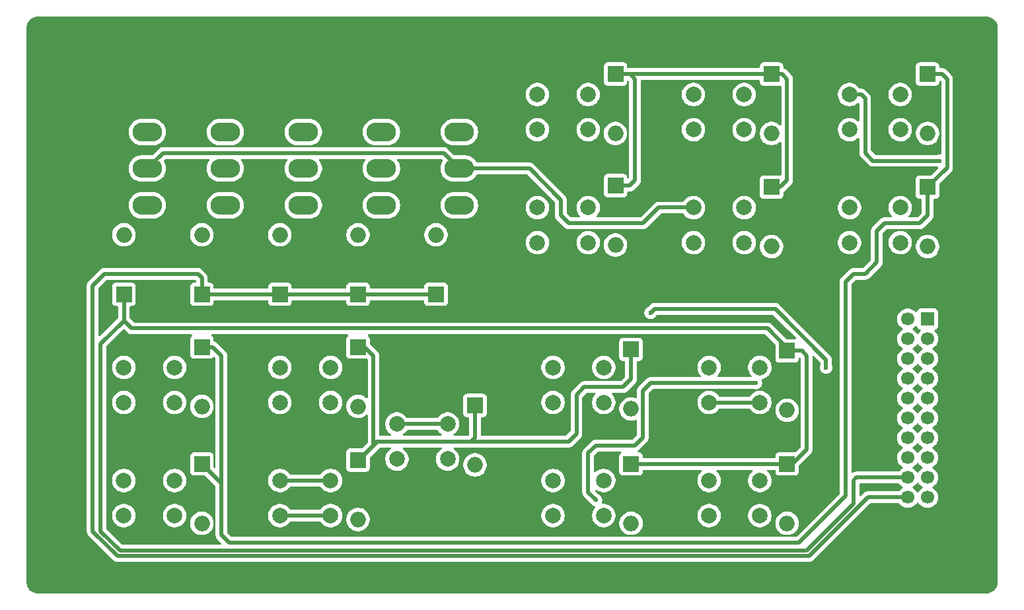
<source format=gbr>
%TF.GenerationSoftware,KiCad,Pcbnew,9.0.1*%
%TF.CreationDate,2025-10-16T11:29:10+01:00*%
%TF.ProjectId,WEASEL_KiCad_buttonMatrix,57454153-454c-45f4-9b69-4361645f6275,rev?*%
%TF.SameCoordinates,Original*%
%TF.FileFunction,Copper,L2,Bot*%
%TF.FilePolarity,Positive*%
%FSLAX46Y46*%
G04 Gerber Fmt 4.6, Leading zero omitted, Abs format (unit mm)*
G04 Created by KiCad (PCBNEW 9.0.1) date 2025-10-16 11:29:10*
%MOMM*%
%LPD*%
G01*
G04 APERTURE LIST*
%TA.AperFunction,ComponentPad*%
%ADD10C,2.000000*%
%TD*%
%TA.AperFunction,ComponentPad*%
%ADD11O,3.800000X2.400000*%
%TD*%
%TA.AperFunction,ComponentPad*%
%ADD12R,2.000000X2.000000*%
%TD*%
%TA.AperFunction,ComponentPad*%
%ADD13O,2.000000X2.000000*%
%TD*%
%TA.AperFunction,ComponentPad*%
%ADD14R,1.700000X1.700000*%
%TD*%
%TA.AperFunction,ComponentPad*%
%ADD15C,1.700000*%
%TD*%
%TA.AperFunction,ViaPad*%
%ADD16C,0.600000*%
%TD*%
%TA.AperFunction,Conductor*%
%ADD17C,0.500000*%
%TD*%
G04 APERTURE END LIST*
D10*
%TO.P,SW36,1,1*%
%TO.N,X3*%
X27499583Y-75500000D03*
X33999583Y-75500000D03*
%TO.P,SW36,2,2*%
%TO.N,Net-(D36-A)*%
X27499583Y-80000000D03*
X33999583Y-80000000D03*
%TD*%
D11*
%TO.P,SW3,1,A*%
%TO.N,Net-(D46-A)*%
X40500000Y-45300000D03*
%TO.P,SW3,2,B*%
%TO.N,X0*%
X40500000Y-50000000D03*
%TO.P,SW3,3,C*%
%TO.N,unconnected-(SW3-C-Pad3)*%
X40500000Y-54700000D03*
%TD*%
D12*
%TO.P,D32,1,K*%
%TO.N,Y0*%
X110500000Y-52380000D03*
D13*
%TO.P,D32,2,A*%
%TO.N,Net-(D32-A)*%
X110500000Y-60000000D03*
%TD*%
D10*
%TO.P,SW2,1,1*%
%TO.N,X0*%
X80500000Y-40500000D03*
X87000000Y-40500000D03*
%TO.P,SW2,2,2*%
%TO.N,Net-(D5-A)*%
X80500000Y-45000000D03*
X87000000Y-45000000D03*
%TD*%
D12*
%TO.P,D42,1,K*%
%TO.N,Y3*%
X112500000Y-73380000D03*
D13*
%TO.P,D42,2,A*%
%TO.N,Net-(D42-A)*%
X112500000Y-81000000D03*
%TD*%
D10*
%TO.P,SW32,1,1*%
%TO.N,X3*%
X100500000Y-55000000D03*
X107000000Y-55000000D03*
%TO.P,SW32,2,2*%
%TO.N,Net-(D32-A)*%
X100500000Y-59500000D03*
X107000000Y-59500000D03*
%TD*%
%TO.P,SW42,1,1*%
%TO.N,X1*%
X102499583Y-75500000D03*
X108999583Y-75500000D03*
%TO.P,SW42,2,2*%
%TO.N,Net-(D42-A)*%
X102499583Y-80000000D03*
X108999583Y-80000000D03*
%TD*%
D12*
%TO.P,D33,1,K*%
%TO.N,Y1*%
X130500000Y-37880000D03*
D13*
%TO.P,D33,2,A*%
%TO.N,Net-(D33-A)*%
X130500000Y-45500000D03*
%TD*%
D12*
%TO.P,D31,1,K*%
%TO.N,Y0*%
X110500000Y-37880000D03*
D13*
%TO.P,D31,2,A*%
%TO.N,Net-(D31-A)*%
X110500000Y-45500000D03*
%TD*%
D12*
%TO.P,D30,1,K*%
%TO.N,Y0*%
X90500000Y-52190000D03*
D13*
%TO.P,D30,2,A*%
%TO.N,Net-(D30-A)*%
X90500000Y-59810000D03*
%TD*%
D12*
%TO.P,D39,1,K*%
%TO.N,Y2*%
X72500000Y-80380000D03*
D13*
%TO.P,D39,2,A*%
%TO.N,Net-(D39-A)*%
X72500000Y-88000000D03*
%TD*%
D10*
%TO.P,SW34,1,1*%
%TO.N,X1*%
X120500000Y-55000000D03*
X127000000Y-55000000D03*
%TO.P,SW34,2,2*%
%TO.N,Net-(D34-A)*%
X120500000Y-59500000D03*
X127000000Y-59500000D03*
%TD*%
D11*
%TO.P,SW5,1,A*%
%TO.N,Net-(D48-A)*%
X60500000Y-45300000D03*
%TO.P,SW5,2,B*%
%TO.N,X2*%
X60500000Y-50000000D03*
%TO.P,SW5,3,C*%
%TO.N,unconnected-(SW5-C-Pad3)*%
X60500000Y-54700000D03*
%TD*%
D12*
%TO.P,D43,1,K*%
%TO.N,Y3*%
X112500000Y-87880000D03*
D13*
%TO.P,D43,2,A*%
%TO.N,Net-(D43-A)*%
X112500000Y-95500000D03*
%TD*%
D12*
%TO.P,D36,1,K*%
%TO.N,Y1*%
X37500000Y-72880000D03*
D13*
%TO.P,D36,2,A*%
%TO.N,Net-(D36-A)*%
X37500000Y-80500000D03*
%TD*%
D11*
%TO.P,SW4,1,A*%
%TO.N,Net-(D47-A)*%
X50500000Y-45300000D03*
%TO.P,SW4,2,B*%
%TO.N,X1*%
X50500000Y-50000000D03*
%TO.P,SW4,3,C*%
%TO.N,unconnected-(SW4-C-Pad3)*%
X50500000Y-54700000D03*
%TD*%
D10*
%TO.P,SW41,1,1*%
%TO.N,X0*%
X82499583Y-90000000D03*
X88999583Y-90000000D03*
%TO.P,SW41,2,2*%
%TO.N,Net-(D41-A)*%
X82499583Y-94500000D03*
X88999583Y-94500000D03*
%TD*%
D12*
%TO.P,D45,1,K*%
%TO.N,Y3*%
X27500000Y-66120000D03*
D13*
%TO.P,D45,2,A*%
%TO.N,Net-(D45-A)*%
X27500000Y-58500000D03*
%TD*%
D12*
%TO.P,D40,1,K*%
%TO.N,Y2*%
X92500000Y-73190000D03*
D13*
%TO.P,D40,2,A*%
%TO.N,Net-(D40-A)*%
X92500000Y-80810000D03*
%TD*%
D12*
%TO.P,D35,1,K*%
%TO.N,Y1*%
X37500000Y-87880000D03*
D13*
%TO.P,D35,2,A*%
%TO.N,Net-(D35-A)*%
X37500000Y-95500000D03*
%TD*%
D14*
%TO.P,J1,1,Pin_1*%
%TO.N,X0*%
X130500000Y-69300000D03*
D15*
%TO.P,J1,2,Pin_2*%
X127960000Y-69300000D03*
%TO.P,J1,3,Pin_3*%
%TO.N,X1*%
X130500000Y-71840000D03*
%TO.P,J1,4,Pin_4*%
X127960000Y-71840000D03*
%TO.P,J1,5,Pin_5*%
%TO.N,X2*%
X130500000Y-74380000D03*
%TO.P,J1,6,Pin_6*%
X127960000Y-74380000D03*
%TO.P,J1,7,Pin_7*%
%TO.N,X3*%
X130500000Y-76920000D03*
%TO.P,J1,8,Pin_8*%
X127960000Y-76920000D03*
%TO.P,J1,9,Pin_9*%
%TO.N,unconnected-(J1-Pin_9-Pad9)*%
X130500000Y-79460000D03*
%TO.P,J1,10,Pin_10*%
%TO.N,unconnected-(J1-Pin_10-Pad10)*%
X127960000Y-79460000D03*
%TO.P,J1,11,Pin_11*%
%TO.N,Y0*%
X130500000Y-82000000D03*
%TO.P,J1,12,Pin_12*%
X127960000Y-82000000D03*
%TO.P,J1,13,Pin_13*%
%TO.N,Y1*%
X130500000Y-84540000D03*
%TO.P,J1,14,Pin_14*%
X127960000Y-84540000D03*
%TO.P,J1,15,Pin_15*%
%TO.N,Y2*%
X130500000Y-87080000D03*
%TO.P,J1,16,Pin_16*%
X127960000Y-87080000D03*
%TO.P,J1,17,Pin_17*%
%TO.N,Y3*%
X130500000Y-89620000D03*
%TO.P,J1,18,Pin_18*%
X127960000Y-89620000D03*
%TO.P,J1,19,Pin_19*%
%TO.N,Y4*%
X130500000Y-92160000D03*
%TO.P,J1,20,Pin_20*%
X127960000Y-92160000D03*
%TD*%
D11*
%TO.P,SW1,1,A*%
%TO.N,Net-(D45-A)*%
X30500000Y-45300000D03*
%TO.P,SW1,2,B*%
%TO.N,X3*%
X30500000Y-50000000D03*
%TO.P,SW1,3,C*%
%TO.N,unconnected-(SW1-C-Pad3)*%
X30500000Y-54700000D03*
%TD*%
D10*
%TO.P,SW35,1,1*%
%TO.N,X2*%
X27499583Y-90000000D03*
X33999583Y-90000000D03*
%TO.P,SW35,2,2*%
%TO.N,Net-(D35-A)*%
X27499583Y-94500000D03*
X33999583Y-94500000D03*
%TD*%
D12*
%TO.P,D5,1,K*%
%TO.N,Y0*%
X90500000Y-37880000D03*
D13*
%TO.P,D5,2,A*%
%TO.N,Net-(D5-A)*%
X90500000Y-45500000D03*
%TD*%
D10*
%TO.P,SW33,1,1*%
%TO.N,X0*%
X120500000Y-40500000D03*
X127000000Y-40500000D03*
%TO.P,SW33,2,2*%
%TO.N,Net-(D33-A)*%
X120500000Y-45000000D03*
X127000000Y-45000000D03*
%TD*%
%TO.P,SW31,1,1*%
%TO.N,X2*%
X100500000Y-40500000D03*
X107000000Y-40500000D03*
%TO.P,SW31,2,2*%
%TO.N,Net-(D31-A)*%
X100500000Y-45000000D03*
X107000000Y-45000000D03*
%TD*%
D12*
%TO.P,D37,1,K*%
%TO.N,Y2*%
X57500000Y-72880000D03*
D13*
%TO.P,D37,2,A*%
%TO.N,Net-(D37-A)*%
X57500000Y-80500000D03*
%TD*%
D10*
%TO.P,SW38,1,1*%
%TO.N,X1*%
X47499583Y-90000000D03*
X53999583Y-90000000D03*
%TO.P,SW38,2,2*%
%TO.N,Net-(D38-A)*%
X47499583Y-94500000D03*
X53999583Y-94500000D03*
%TD*%
D12*
%TO.P,D48,1,K*%
%TO.N,Y4*%
X57500000Y-66120000D03*
D13*
%TO.P,D48,2,A*%
%TO.N,Net-(D48-A)*%
X57500000Y-58500000D03*
%TD*%
D12*
%TO.P,D46,1,K*%
%TO.N,Y4*%
X37500000Y-66120000D03*
D13*
%TO.P,D46,2,A*%
%TO.N,Net-(D46-A)*%
X37500000Y-58500000D03*
%TD*%
D10*
%TO.P,SW37,1,1*%
%TO.N,X0*%
X47499583Y-75500000D03*
X53999583Y-75500000D03*
%TO.P,SW37,2,2*%
%TO.N,Net-(D37-A)*%
X47499583Y-80000000D03*
X53999583Y-80000000D03*
%TD*%
D12*
%TO.P,D47,1,K*%
%TO.N,Y4*%
X47500000Y-66120000D03*
D13*
%TO.P,D47,2,A*%
%TO.N,Net-(D47-A)*%
X47500000Y-58500000D03*
%TD*%
D10*
%TO.P,SW39,1,1*%
%TO.N,X2*%
X62499583Y-82750000D03*
X68999583Y-82750000D03*
%TO.P,SW39,2,2*%
%TO.N,Net-(D39-A)*%
X62499583Y-87250000D03*
X68999583Y-87250000D03*
%TD*%
D12*
%TO.P,D49,1,K*%
%TO.N,Y4*%
X67500000Y-66120000D03*
D13*
%TO.P,D49,2,A*%
%TO.N,Net-(D49-A)*%
X67500000Y-58500000D03*
%TD*%
D12*
%TO.P,D34,1,K*%
%TO.N,Y1*%
X130500000Y-52380000D03*
D13*
%TO.P,D34,2,A*%
%TO.N,Net-(D34-A)*%
X130500000Y-60000000D03*
%TD*%
D10*
%TO.P,SW40,1,1*%
%TO.N,X3*%
X82499583Y-75500000D03*
X88999583Y-75500000D03*
%TO.P,SW40,2,2*%
%TO.N,Net-(D40-A)*%
X82499583Y-80000000D03*
X88999583Y-80000000D03*
%TD*%
%TO.P,SW43,1,1*%
%TO.N,X2*%
X102499583Y-90000000D03*
X108999583Y-90000000D03*
%TO.P,SW43,2,2*%
%TO.N,Net-(D43-A)*%
X102499583Y-94500000D03*
X108999583Y-94500000D03*
%TD*%
D12*
%TO.P,D38,1,K*%
%TO.N,Y2*%
X57500000Y-87380000D03*
D13*
%TO.P,D38,2,A*%
%TO.N,Net-(D38-A)*%
X57500000Y-95000000D03*
%TD*%
D10*
%TO.P,SW6,1,1*%
%TO.N,X1*%
X80500000Y-55000000D03*
X87000000Y-55000000D03*
%TO.P,SW6,2,2*%
%TO.N,Net-(D30-A)*%
X80500000Y-59500000D03*
X87000000Y-59500000D03*
%TD*%
D12*
%TO.P,D41,1,K*%
%TO.N,Y3*%
X92500000Y-87880000D03*
D13*
%TO.P,D41,2,A*%
%TO.N,Net-(D41-A)*%
X92500000Y-95500000D03*
%TD*%
D11*
%TO.P,SW7,1,A*%
%TO.N,Net-(D49-A)*%
X70500000Y-45300000D03*
%TO.P,SW7,2,B*%
%TO.N,X3*%
X70500000Y-50000000D03*
%TO.P,SW7,3,C*%
%TO.N,unconnected-(SW7-C-Pad3)*%
X70500000Y-54700000D03*
%TD*%
D16*
%TO.N,Y1*%
X120000000Y-85000000D03*
%TO.N,X0*%
X132000000Y-49000000D03*
%TO.N,X3*%
X95000000Y-68500000D03*
X117500000Y-75500000D03*
%TO.N,X2*%
X108500000Y-77500000D03*
X88000000Y-92500000D03*
%TD*%
D17*
%TO.N,Y0*%
X112500000Y-51500000D02*
X111620000Y-52380000D01*
X112500000Y-38500000D02*
X112500000Y-51500000D01*
X110500000Y-37880000D02*
X111880000Y-37880000D01*
X92310000Y-52190000D02*
X90500000Y-52190000D01*
X111620000Y-52380000D02*
X110500000Y-52380000D01*
X93000000Y-51500000D02*
X92310000Y-52190000D01*
X90500000Y-37880000D02*
X92380000Y-37880000D01*
X93000000Y-38500000D02*
X93000000Y-51500000D01*
X92380000Y-37880000D02*
X93000000Y-38500000D01*
X111880000Y-37880000D02*
X112500000Y-38500000D01*
X90500000Y-37880000D02*
X110500000Y-37880000D01*
%TO.N,Y1*%
X38880000Y-72880000D02*
X37500000Y-72880000D01*
X40000000Y-90380000D02*
X37500000Y-87880000D01*
X41000000Y-98000000D02*
X40000000Y-97000000D01*
X132380000Y-37880000D02*
X133000000Y-38500000D01*
X124000000Y-58000000D02*
X124000000Y-62000000D01*
X120000000Y-92000000D02*
X114000000Y-98000000D01*
X130500000Y-52380000D02*
X130500000Y-56000000D01*
X124000000Y-62000000D02*
X122500000Y-63500000D01*
X40000000Y-90380000D02*
X40000000Y-74000000D01*
X133000000Y-38500000D02*
X133000000Y-49880000D01*
X122500000Y-63500000D02*
X121000000Y-63500000D01*
X130500000Y-56000000D02*
X129500000Y-57000000D01*
X114000000Y-98000000D02*
X41000000Y-98000000D01*
X121000000Y-63500000D02*
X120000000Y-64500000D01*
X130500000Y-37880000D02*
X132380000Y-37880000D01*
X129500000Y-57000000D02*
X125000000Y-57000000D01*
X133000000Y-49880000D02*
X130500000Y-52380000D01*
X125000000Y-57000000D02*
X124000000Y-58000000D01*
X40000000Y-74000000D02*
X38880000Y-72880000D01*
X120000000Y-64500000D02*
X120000000Y-92000000D01*
X40000000Y-97000000D02*
X40000000Y-90380000D01*
%TO.N,Y2*%
X84500000Y-85000000D02*
X85500000Y-84000000D01*
X59500000Y-85000000D02*
X60000000Y-85000000D01*
X59500000Y-85000000D02*
X59500000Y-74000000D01*
X57500000Y-87380000D02*
X57620000Y-87380000D01*
X59500000Y-85500000D02*
X59500000Y-85000000D01*
X72000000Y-85000000D02*
X72500000Y-84500000D01*
X58380000Y-72880000D02*
X57500000Y-72880000D01*
X59500000Y-85500000D02*
X60000000Y-85000000D01*
X57620000Y-87380000D02*
X59500000Y-85500000D01*
X59500000Y-74000000D02*
X58380000Y-72880000D01*
X92500000Y-77000000D02*
X92500000Y-73190000D01*
X72500000Y-84500000D02*
X72500000Y-80380000D01*
X72000000Y-85000000D02*
X84500000Y-85000000D01*
X85500000Y-84000000D02*
X85500000Y-79000000D01*
X60000000Y-85000000D02*
X72000000Y-85000000D01*
X91500000Y-78000000D02*
X92500000Y-77000000D01*
X86500000Y-78000000D02*
X91500000Y-78000000D01*
X85500000Y-79000000D02*
X86500000Y-78000000D01*
%TO.N,Net-(D38-A)*%
X47499583Y-94500000D02*
X53999583Y-94500000D01*
%TO.N,Y3*%
X114380000Y-73380000D02*
X112500000Y-73380000D01*
X92500000Y-87880000D02*
X112500000Y-87880000D01*
X115000000Y-99000000D02*
X27000000Y-99000000D01*
X112500000Y-87880000D02*
X113120000Y-87880000D01*
X121000000Y-93000000D02*
X115000000Y-99000000D01*
X27500000Y-69500000D02*
X27500000Y-66120000D01*
X115000000Y-86000000D02*
X115000000Y-74000000D01*
X110000000Y-70500000D02*
X28500000Y-70500000D01*
X115000000Y-74000000D02*
X114380000Y-73380000D01*
X112500000Y-73380000D02*
X112500000Y-73000000D01*
X121380000Y-89620000D02*
X121000000Y-90000000D01*
X24500000Y-96500000D02*
X24500000Y-72500000D01*
X113120000Y-87880000D02*
X115000000Y-86000000D01*
X112500000Y-73000000D02*
X110000000Y-70500000D01*
X121000000Y-90000000D02*
X121000000Y-93000000D01*
X27000000Y-99000000D02*
X24500000Y-96500000D01*
X127960000Y-89620000D02*
X121380000Y-89620000D01*
X28500000Y-70500000D02*
X27500000Y-69500000D01*
X24500000Y-72500000D02*
X27500000Y-69500000D01*
%TO.N,Net-(D42-A)*%
X108999583Y-80000000D02*
X102499583Y-80000000D01*
%TO.N,Y4*%
X37500000Y-64000000D02*
X37500000Y-66120000D01*
X23500000Y-96500000D02*
X23500000Y-65000000D01*
X23500000Y-65000000D02*
X25000000Y-63500000D01*
X122840000Y-92160000D02*
X115300000Y-99700000D01*
X127960000Y-92160000D02*
X122840000Y-92160000D01*
X26700000Y-99700000D02*
X23500000Y-96500000D01*
X25000000Y-63500000D02*
X37000000Y-63500000D01*
X115300000Y-99700000D02*
X26700000Y-99700000D01*
X37000000Y-63500000D02*
X37500000Y-64000000D01*
X37500000Y-66120000D02*
X67500000Y-66120000D01*
%TO.N,X0*%
X120500000Y-40500000D02*
X122000000Y-40500000D01*
X122500000Y-48000000D02*
X123500000Y-49000000D01*
X122500000Y-41000000D02*
X122500000Y-48000000D01*
X123500000Y-49000000D02*
X132000000Y-49000000D01*
X122000000Y-40500000D02*
X122500000Y-41000000D01*
%TO.N,X3*%
X111000000Y-68000000D02*
X109500000Y-68000000D01*
X79500000Y-50000000D02*
X83500000Y-54000000D01*
X95500000Y-68000000D02*
X95000000Y-68500000D01*
X32500000Y-48000000D02*
X30500000Y-50000000D01*
X70500000Y-50000000D02*
X68500000Y-48000000D01*
X84500000Y-57000000D02*
X94000000Y-57000000D01*
X117500000Y-75500000D02*
X117500000Y-74500000D01*
X68500000Y-48000000D02*
X32500000Y-48000000D01*
X117500000Y-74500000D02*
X111000000Y-68000000D01*
X94000000Y-57000000D02*
X96000000Y-55000000D01*
X83500000Y-54000000D02*
X83500000Y-56000000D01*
X96000000Y-55000000D02*
X100500000Y-55000000D01*
X70500000Y-50000000D02*
X79500000Y-50000000D01*
X83500000Y-56000000D02*
X84500000Y-57000000D01*
X109500000Y-68000000D02*
X95500000Y-68000000D01*
%TO.N,X2*%
X94500000Y-78000000D02*
X94000000Y-78500000D01*
X87000000Y-91500000D02*
X88000000Y-92500000D01*
X88000000Y-85500000D02*
X87000000Y-86500000D01*
X68999583Y-82750000D02*
X62499583Y-82750000D01*
X94000000Y-84500000D02*
X93000000Y-85500000D01*
X96500000Y-77500000D02*
X95000000Y-77500000D01*
X95000000Y-77500000D02*
X94500000Y-78000000D01*
X94000000Y-78500000D02*
X94000000Y-84500000D01*
X108500000Y-77500000D02*
X96500000Y-77500000D01*
X93000000Y-85500000D02*
X92500000Y-85500000D01*
X87000000Y-86500000D02*
X87000000Y-87000000D01*
X87000000Y-87000000D02*
X87000000Y-91500000D01*
X92500000Y-85500000D02*
X88000000Y-85500000D01*
%TO.N,X1*%
X53999583Y-90000000D02*
X47499583Y-90000000D01*
%TD*%
%TA.AperFunction,NonConductor*%
G36*
X138004418Y-30500816D02*
G01*
X138204561Y-30515130D01*
X138222063Y-30517647D01*
X138413797Y-30559355D01*
X138430755Y-30564334D01*
X138614609Y-30632909D01*
X138630701Y-30640259D01*
X138802904Y-30734288D01*
X138817784Y-30743849D01*
X138974867Y-30861441D01*
X138988237Y-30873027D01*
X139126972Y-31011762D01*
X139138558Y-31025132D01*
X139256146Y-31182210D01*
X139265711Y-31197095D01*
X139359740Y-31369298D01*
X139367090Y-31385390D01*
X139435662Y-31569236D01*
X139440646Y-31586212D01*
X139482351Y-31777931D01*
X139484869Y-31795442D01*
X139499184Y-31995580D01*
X139499500Y-32004427D01*
X139499500Y-102995572D01*
X139499184Y-103004418D01*
X139499184Y-103004419D01*
X139484869Y-103204557D01*
X139482351Y-103222068D01*
X139440646Y-103413787D01*
X139435662Y-103430763D01*
X139367090Y-103614609D01*
X139359740Y-103630701D01*
X139265711Y-103802904D01*
X139256146Y-103817789D01*
X139138558Y-103974867D01*
X139126972Y-103988237D01*
X138988237Y-104126972D01*
X138974867Y-104138558D01*
X138817789Y-104256146D01*
X138802904Y-104265711D01*
X138630701Y-104359740D01*
X138614609Y-104367090D01*
X138430763Y-104435662D01*
X138413787Y-104440646D01*
X138222068Y-104482351D01*
X138204557Y-104484869D01*
X138023779Y-104497799D01*
X138004417Y-104499184D01*
X137995572Y-104499500D01*
X16504428Y-104499500D01*
X16495582Y-104499184D01*
X16473622Y-104497613D01*
X16295442Y-104484869D01*
X16277931Y-104482351D01*
X16086212Y-104440646D01*
X16069236Y-104435662D01*
X15885390Y-104367090D01*
X15869298Y-104359740D01*
X15697095Y-104265711D01*
X15682210Y-104256146D01*
X15525132Y-104138558D01*
X15511762Y-104126972D01*
X15373027Y-103988237D01*
X15361441Y-103974867D01*
X15243849Y-103817784D01*
X15234288Y-103802904D01*
X15140259Y-103630701D01*
X15132909Y-103614609D01*
X15072091Y-103451551D01*
X15064334Y-103430755D01*
X15059355Y-103413797D01*
X15017647Y-103222063D01*
X15015130Y-103204556D01*
X15000816Y-103004418D01*
X15000500Y-102995572D01*
X15000500Y-96573920D01*
X22749499Y-96573920D01*
X22778340Y-96718907D01*
X22778343Y-96718917D01*
X22834912Y-96855488D01*
X22834920Y-96855502D01*
X22858349Y-96890565D01*
X22858350Y-96890568D01*
X22917046Y-96978414D01*
X22917052Y-96978421D01*
X23976451Y-98037819D01*
X26117048Y-100178415D01*
X26117049Y-100178416D01*
X26221583Y-100282950D01*
X26221585Y-100282952D01*
X26344498Y-100365080D01*
X26344511Y-100365087D01*
X26481082Y-100421656D01*
X26481087Y-100421658D01*
X26481091Y-100421658D01*
X26481092Y-100421659D01*
X26626079Y-100450500D01*
X26626082Y-100450500D01*
X115373920Y-100450500D01*
X115471462Y-100431096D01*
X115518913Y-100421658D01*
X115655495Y-100365084D01*
X115704729Y-100332186D01*
X115778416Y-100282952D01*
X123114548Y-92946818D01*
X123175871Y-92913334D01*
X123202229Y-92910500D01*
X126772779Y-92910500D01*
X126839818Y-92930185D01*
X126873097Y-92961615D01*
X126929892Y-93039788D01*
X127080213Y-93190109D01*
X127252179Y-93315048D01*
X127252181Y-93315049D01*
X127252184Y-93315051D01*
X127441588Y-93411557D01*
X127643757Y-93477246D01*
X127853713Y-93510500D01*
X127853714Y-93510500D01*
X128066286Y-93510500D01*
X128066287Y-93510500D01*
X128276243Y-93477246D01*
X128478412Y-93411557D01*
X128667816Y-93315051D01*
X128714536Y-93281107D01*
X128839786Y-93190109D01*
X128839788Y-93190106D01*
X128839792Y-93190104D01*
X128990104Y-93039792D01*
X128990106Y-93039788D01*
X128990109Y-93039786D01*
X129115048Y-92867820D01*
X129115047Y-92867820D01*
X129115051Y-92867816D01*
X129119514Y-92859054D01*
X129167488Y-92808259D01*
X129235308Y-92791463D01*
X129301444Y-92813999D01*
X129340486Y-92859056D01*
X129344951Y-92867820D01*
X129469890Y-93039786D01*
X129620213Y-93190109D01*
X129792179Y-93315048D01*
X129792181Y-93315049D01*
X129792184Y-93315051D01*
X129981588Y-93411557D01*
X130183757Y-93477246D01*
X130393713Y-93510500D01*
X130393714Y-93510500D01*
X130606286Y-93510500D01*
X130606287Y-93510500D01*
X130816243Y-93477246D01*
X131018412Y-93411557D01*
X131207816Y-93315051D01*
X131254536Y-93281107D01*
X131379786Y-93190109D01*
X131379788Y-93190106D01*
X131379792Y-93190104D01*
X131530104Y-93039792D01*
X131530106Y-93039788D01*
X131530109Y-93039786D01*
X131655048Y-92867820D01*
X131655047Y-92867820D01*
X131655051Y-92867816D01*
X131751557Y-92678412D01*
X131817246Y-92476243D01*
X131850500Y-92266287D01*
X131850500Y-92053713D01*
X131817246Y-91843757D01*
X131751557Y-91641588D01*
X131655051Y-91452184D01*
X131655049Y-91452181D01*
X131655048Y-91452179D01*
X131530109Y-91280213D01*
X131379786Y-91129890D01*
X131207820Y-91004951D01*
X131207115Y-91004591D01*
X131199054Y-91000485D01*
X131148259Y-90952512D01*
X131131463Y-90884692D01*
X131153999Y-90818556D01*
X131199054Y-90779515D01*
X131207816Y-90775051D01*
X131252991Y-90742230D01*
X131379786Y-90650109D01*
X131379788Y-90650106D01*
X131379792Y-90650104D01*
X131530104Y-90499792D01*
X131530106Y-90499788D01*
X131530109Y-90499786D01*
X131655048Y-90327820D01*
X131655047Y-90327820D01*
X131655051Y-90327816D01*
X131751557Y-90138412D01*
X131817246Y-89936243D01*
X131850500Y-89726287D01*
X131850500Y-89513713D01*
X131817246Y-89303757D01*
X131751557Y-89101588D01*
X131655051Y-88912184D01*
X131655049Y-88912181D01*
X131655048Y-88912179D01*
X131530109Y-88740213D01*
X131379786Y-88589890D01*
X131207820Y-88464951D01*
X131207115Y-88464591D01*
X131199054Y-88460485D01*
X131148259Y-88412512D01*
X131131463Y-88344692D01*
X131153999Y-88278556D01*
X131199054Y-88239515D01*
X131207816Y-88235051D01*
X131368791Y-88118097D01*
X131379786Y-88110109D01*
X131379788Y-88110106D01*
X131379792Y-88110104D01*
X131530104Y-87959792D01*
X131530106Y-87959788D01*
X131530109Y-87959786D01*
X131655048Y-87787820D01*
X131655047Y-87787820D01*
X131655051Y-87787816D01*
X131751557Y-87598412D01*
X131817246Y-87396243D01*
X131850500Y-87186287D01*
X131850500Y-86973713D01*
X131817246Y-86763757D01*
X131751557Y-86561588D01*
X131655051Y-86372184D01*
X131655049Y-86372181D01*
X131655048Y-86372179D01*
X131530106Y-86200210D01*
X131379786Y-86049890D01*
X131207820Y-85924951D01*
X131207115Y-85924591D01*
X131199054Y-85920485D01*
X131148259Y-85872512D01*
X131131463Y-85804692D01*
X131153999Y-85738556D01*
X131199054Y-85699515D01*
X131207816Y-85695051D01*
X131286657Y-85637770D01*
X131379786Y-85570109D01*
X131379788Y-85570106D01*
X131379792Y-85570104D01*
X131530104Y-85419792D01*
X131530106Y-85419788D01*
X131530109Y-85419786D01*
X131655048Y-85247820D01*
X131655047Y-85247820D01*
X131655051Y-85247816D01*
X131751557Y-85058412D01*
X131817246Y-84856243D01*
X131850500Y-84646287D01*
X131850500Y-84433713D01*
X131817246Y-84223757D01*
X131751557Y-84021588D01*
X131655051Y-83832184D01*
X131655049Y-83832181D01*
X131655048Y-83832179D01*
X131530109Y-83660213D01*
X131379786Y-83509890D01*
X131207820Y-83384951D01*
X131207115Y-83384591D01*
X131199054Y-83380485D01*
X131148259Y-83332512D01*
X131131463Y-83264692D01*
X131153999Y-83198556D01*
X131199054Y-83159515D01*
X131207816Y-83155051D01*
X131281705Y-83101368D01*
X131379786Y-83030109D01*
X131379788Y-83030106D01*
X131379792Y-83030104D01*
X131530104Y-82879792D01*
X131530106Y-82879788D01*
X131530109Y-82879786D01*
X131655048Y-82707820D01*
X131655047Y-82707820D01*
X131655051Y-82707816D01*
X131751557Y-82518412D01*
X131817246Y-82316243D01*
X131850500Y-82106287D01*
X131850500Y-81893713D01*
X131817246Y-81683757D01*
X131751557Y-81481588D01*
X131655051Y-81292184D01*
X131655049Y-81292181D01*
X131655048Y-81292179D01*
X131530109Y-81120213D01*
X131379786Y-80969890D01*
X131207820Y-80844951D01*
X131207115Y-80844591D01*
X131199054Y-80840485D01*
X131148259Y-80792512D01*
X131131463Y-80724692D01*
X131153999Y-80658556D01*
X131199054Y-80619515D01*
X131207816Y-80615051D01*
X131261571Y-80575996D01*
X131379786Y-80490109D01*
X131379788Y-80490106D01*
X131379792Y-80490104D01*
X131530104Y-80339792D01*
X131530106Y-80339788D01*
X131530109Y-80339786D01*
X131655048Y-80167820D01*
X131655047Y-80167820D01*
X131655051Y-80167816D01*
X131751557Y-79978412D01*
X131817246Y-79776243D01*
X131850500Y-79566287D01*
X131850500Y-79353713D01*
X131817246Y-79143757D01*
X131751557Y-78941588D01*
X131655051Y-78752184D01*
X131655049Y-78752181D01*
X131655048Y-78752179D01*
X131530109Y-78580213D01*
X131379786Y-78429890D01*
X131207820Y-78304951D01*
X131207115Y-78304591D01*
X131199054Y-78300485D01*
X131148259Y-78252512D01*
X131131463Y-78184692D01*
X131153999Y-78118556D01*
X131199054Y-78079515D01*
X131207816Y-78075051D01*
X131296954Y-78010289D01*
X131379786Y-77950109D01*
X131379788Y-77950106D01*
X131379792Y-77950104D01*
X131530104Y-77799792D01*
X131530106Y-77799788D01*
X131530109Y-77799786D01*
X131655048Y-77627820D01*
X131655047Y-77627820D01*
X131655051Y-77627816D01*
X131751557Y-77438412D01*
X131817246Y-77236243D01*
X131850500Y-77026287D01*
X131850500Y-76813713D01*
X131817246Y-76603757D01*
X131751557Y-76401588D01*
X131655051Y-76212184D01*
X131655049Y-76212181D01*
X131655048Y-76212179D01*
X131530109Y-76040213D01*
X131379786Y-75889890D01*
X131207820Y-75764951D01*
X131207115Y-75764591D01*
X131199054Y-75760485D01*
X131148259Y-75712512D01*
X131131463Y-75644692D01*
X131153999Y-75578556D01*
X131199054Y-75539515D01*
X131207816Y-75535051D01*
X131229789Y-75519086D01*
X131379786Y-75410109D01*
X131379788Y-75410106D01*
X131379792Y-75410104D01*
X131530104Y-75259792D01*
X131530106Y-75259788D01*
X131530109Y-75259786D01*
X131655048Y-75087820D01*
X131655047Y-75087820D01*
X131655051Y-75087816D01*
X131751557Y-74898412D01*
X131817246Y-74696243D01*
X131850500Y-74486287D01*
X131850500Y-74273713D01*
X131817246Y-74063757D01*
X131751557Y-73861588D01*
X131655051Y-73672184D01*
X131655049Y-73672181D01*
X131655048Y-73672179D01*
X131530109Y-73500213D01*
X131379786Y-73349890D01*
X131207820Y-73224951D01*
X131207115Y-73224591D01*
X131199054Y-73220485D01*
X131148259Y-73172512D01*
X131131463Y-73104692D01*
X131153999Y-73038556D01*
X131199054Y-72999515D01*
X131207816Y-72995051D01*
X131229789Y-72979086D01*
X131379786Y-72870109D01*
X131379788Y-72870106D01*
X131379792Y-72870104D01*
X131530104Y-72719792D01*
X131530106Y-72719788D01*
X131530109Y-72719786D01*
X131655048Y-72547820D01*
X131655047Y-72547820D01*
X131655051Y-72547816D01*
X131751557Y-72358412D01*
X131817246Y-72156243D01*
X131850500Y-71946287D01*
X131850500Y-71733713D01*
X131817246Y-71523757D01*
X131751557Y-71321588D01*
X131655051Y-71132184D01*
X131655049Y-71132181D01*
X131655048Y-71132179D01*
X131530109Y-70960213D01*
X131416569Y-70846673D01*
X131383084Y-70785350D01*
X131388068Y-70715658D01*
X131429940Y-70659725D01*
X131460915Y-70642810D01*
X131592331Y-70593796D01*
X131707546Y-70507546D01*
X131793796Y-70392331D01*
X131844091Y-70257483D01*
X131850500Y-70197873D01*
X131850499Y-68402128D01*
X131844091Y-68342517D01*
X131842810Y-68339083D01*
X131793797Y-68207671D01*
X131793793Y-68207664D01*
X131707547Y-68092455D01*
X131707544Y-68092452D01*
X131592335Y-68006206D01*
X131592328Y-68006202D01*
X131457482Y-67955908D01*
X131457483Y-67955908D01*
X131397883Y-67949501D01*
X131397881Y-67949500D01*
X131397873Y-67949500D01*
X131397864Y-67949500D01*
X129602129Y-67949500D01*
X129602123Y-67949501D01*
X129542516Y-67955908D01*
X129407671Y-68006202D01*
X129407664Y-68006206D01*
X129292455Y-68092452D01*
X129292452Y-68092455D01*
X129206206Y-68207664D01*
X129206203Y-68207669D01*
X129157189Y-68339083D01*
X129115317Y-68395016D01*
X129049853Y-68419433D01*
X128981580Y-68404581D01*
X128953326Y-68383430D01*
X128839786Y-68269890D01*
X128667820Y-68144951D01*
X128478414Y-68048444D01*
X128478413Y-68048443D01*
X128478412Y-68048443D01*
X128276243Y-67982754D01*
X128276241Y-67982753D01*
X128276240Y-67982753D01*
X128114957Y-67957208D01*
X128066287Y-67949500D01*
X127853713Y-67949500D01*
X127805042Y-67957208D01*
X127643760Y-67982753D01*
X127441585Y-68048444D01*
X127252179Y-68144951D01*
X127080213Y-68269890D01*
X126929890Y-68420213D01*
X126804951Y-68592179D01*
X126708444Y-68781585D01*
X126642753Y-68983760D01*
X126614186Y-69164128D01*
X126609500Y-69193713D01*
X126609500Y-69406287D01*
X126642754Y-69616243D01*
X126695423Y-69778342D01*
X126708444Y-69818414D01*
X126804951Y-70007820D01*
X126929890Y-70179786D01*
X127080213Y-70330109D01*
X127252182Y-70455050D01*
X127260946Y-70459516D01*
X127311742Y-70507491D01*
X127328536Y-70575312D01*
X127305998Y-70641447D01*
X127260946Y-70680484D01*
X127252182Y-70684949D01*
X127080213Y-70809890D01*
X126929890Y-70960213D01*
X126804951Y-71132179D01*
X126708444Y-71321585D01*
X126642753Y-71523760D01*
X126609500Y-71733713D01*
X126609500Y-71946286D01*
X126642753Y-72156239D01*
X126708444Y-72358414D01*
X126804951Y-72547820D01*
X126929890Y-72719786D01*
X127080213Y-72870109D01*
X127252182Y-72995050D01*
X127260946Y-72999516D01*
X127311742Y-73047491D01*
X127328536Y-73115312D01*
X127305998Y-73181447D01*
X127260946Y-73220484D01*
X127252182Y-73224949D01*
X127080213Y-73349890D01*
X126929890Y-73500213D01*
X126804951Y-73672179D01*
X126708444Y-73861585D01*
X126642753Y-74063760D01*
X126609526Y-74273548D01*
X126609500Y-74273713D01*
X126609500Y-74486287D01*
X126642754Y-74696243D01*
X126702622Y-74880498D01*
X126708444Y-74898414D01*
X126804951Y-75087820D01*
X126929890Y-75259786D01*
X127080213Y-75410109D01*
X127252182Y-75535050D01*
X127260946Y-75539516D01*
X127311742Y-75587491D01*
X127328536Y-75655312D01*
X127305998Y-75721447D01*
X127260946Y-75760484D01*
X127252182Y-75764949D01*
X127080213Y-75889890D01*
X126929890Y-76040213D01*
X126804951Y-76212179D01*
X126708444Y-76401585D01*
X126642753Y-76603760D01*
X126609500Y-76813713D01*
X126609500Y-77026286D01*
X126640007Y-77218904D01*
X126642754Y-77236243D01*
X126708190Y-77437634D01*
X126708444Y-77438414D01*
X126804951Y-77627820D01*
X126929890Y-77799786D01*
X127080213Y-77950109D01*
X127252182Y-78075050D01*
X127260946Y-78079516D01*
X127311742Y-78127491D01*
X127328536Y-78195312D01*
X127305998Y-78261447D01*
X127260946Y-78300484D01*
X127252182Y-78304949D01*
X127080213Y-78429890D01*
X126929890Y-78580213D01*
X126804951Y-78752179D01*
X126708444Y-78941585D01*
X126642753Y-79143760D01*
X126609500Y-79353713D01*
X126609500Y-79566286D01*
X126625211Y-79665485D01*
X126642754Y-79776243D01*
X126690764Y-79924003D01*
X126708444Y-79978414D01*
X126804951Y-80167820D01*
X126929890Y-80339786D01*
X127080213Y-80490109D01*
X127252182Y-80615050D01*
X127260946Y-80619516D01*
X127311742Y-80667491D01*
X127328536Y-80735312D01*
X127305998Y-80801447D01*
X127260946Y-80840484D01*
X127252182Y-80844949D01*
X127080213Y-80969890D01*
X126929890Y-81120213D01*
X126804951Y-81292179D01*
X126708444Y-81481585D01*
X126642753Y-81683760D01*
X126620574Y-81823793D01*
X126609500Y-81893713D01*
X126609500Y-82106287D01*
X126615555Y-82144514D01*
X126642753Y-82316239D01*
X126708444Y-82518414D01*
X126804951Y-82707820D01*
X126929890Y-82879786D01*
X127080213Y-83030109D01*
X127252182Y-83155050D01*
X127260946Y-83159516D01*
X127311742Y-83207491D01*
X127328536Y-83275312D01*
X127305998Y-83341447D01*
X127260946Y-83380484D01*
X127252182Y-83384949D01*
X127080213Y-83509890D01*
X126929890Y-83660213D01*
X126804951Y-83832179D01*
X126708444Y-84021585D01*
X126642753Y-84223760D01*
X126609500Y-84433713D01*
X126609500Y-84646286D01*
X126642636Y-84855502D01*
X126642754Y-84856243D01*
X126682450Y-84978415D01*
X126708444Y-85058414D01*
X126804951Y-85247820D01*
X126929890Y-85419786D01*
X127080213Y-85570109D01*
X127252182Y-85695050D01*
X127260946Y-85699516D01*
X127311742Y-85747491D01*
X127328536Y-85815312D01*
X127305998Y-85881447D01*
X127260946Y-85920484D01*
X127252182Y-85924949D01*
X127080213Y-86049890D01*
X127080209Y-86049894D01*
X126929896Y-86200208D01*
X126929894Y-86200210D01*
X126804951Y-86372179D01*
X126708444Y-86561585D01*
X126642753Y-86763760D01*
X126627157Y-86862229D01*
X126609500Y-86973713D01*
X126609500Y-87186287D01*
X126642754Y-87396243D01*
X126651775Y-87424008D01*
X126708444Y-87598414D01*
X126804951Y-87787820D01*
X126929890Y-87959786D01*
X127080213Y-88110109D01*
X127252182Y-88235050D01*
X127260946Y-88239516D01*
X127311742Y-88287491D01*
X127328536Y-88355312D01*
X127305998Y-88421447D01*
X127260946Y-88460484D01*
X127252182Y-88464949D01*
X127080213Y-88589890D01*
X126929892Y-88740211D01*
X126873097Y-88818385D01*
X126817767Y-88861051D01*
X126772779Y-88869500D01*
X121306080Y-88869500D01*
X121161092Y-88898340D01*
X121161082Y-88898343D01*
X121024511Y-88954912D01*
X121024498Y-88954919D01*
X120943391Y-89009114D01*
X120876713Y-89029992D01*
X120809333Y-89011507D01*
X120762643Y-88959529D01*
X120750500Y-88906012D01*
X120750500Y-85304604D01*
X120759939Y-85257151D01*
X120763804Y-85247820D01*
X120769737Y-85233497D01*
X120800500Y-85078842D01*
X120800500Y-84921158D01*
X120800500Y-84921155D01*
X120800499Y-84921153D01*
X120769739Y-84766511D01*
X120769738Y-84766508D01*
X120769737Y-84766503D01*
X120759937Y-84742844D01*
X120750500Y-84695396D01*
X120750500Y-64862229D01*
X120770185Y-64795190D01*
X120786819Y-64774548D01*
X121274548Y-64286819D01*
X121335871Y-64253334D01*
X121362229Y-64250500D01*
X122573920Y-64250500D01*
X122671462Y-64231096D01*
X122718913Y-64221658D01*
X122855495Y-64165084D01*
X122904729Y-64132186D01*
X122978416Y-64082952D01*
X124582951Y-62478416D01*
X124665084Y-62355495D01*
X124721658Y-62218913D01*
X124750500Y-62073918D01*
X124750500Y-61926083D01*
X124750500Y-59381902D01*
X125499500Y-59381902D01*
X125499500Y-59618097D01*
X125536446Y-59851368D01*
X125609433Y-60075996D01*
X125652933Y-60161368D01*
X125716657Y-60286433D01*
X125855483Y-60477510D01*
X126022490Y-60644517D01*
X126213567Y-60783343D01*
X126312991Y-60834002D01*
X126424003Y-60890566D01*
X126424005Y-60890566D01*
X126424008Y-60890568D01*
X126544412Y-60929689D01*
X126648631Y-60963553D01*
X126881903Y-61000500D01*
X126881908Y-61000500D01*
X127118097Y-61000500D01*
X127351368Y-60963553D01*
X127379187Y-60954514D01*
X127575992Y-60890568D01*
X127786433Y-60783343D01*
X127977510Y-60644517D01*
X128144517Y-60477510D01*
X128283343Y-60286433D01*
X128390568Y-60075992D01*
X128453632Y-59881902D01*
X128999500Y-59881902D01*
X128999500Y-60118097D01*
X129036446Y-60351368D01*
X129109433Y-60575996D01*
X129144347Y-60644517D01*
X129216657Y-60786433D01*
X129355483Y-60977510D01*
X129522490Y-61144517D01*
X129713567Y-61283343D01*
X129766866Y-61310500D01*
X129924003Y-61390566D01*
X129924005Y-61390566D01*
X129924008Y-61390568D01*
X130044412Y-61429689D01*
X130148631Y-61463553D01*
X130381903Y-61500500D01*
X130381908Y-61500500D01*
X130618097Y-61500500D01*
X130851368Y-61463553D01*
X131075992Y-61390568D01*
X131286433Y-61283343D01*
X131477510Y-61144517D01*
X131644517Y-60977510D01*
X131783343Y-60786433D01*
X131890568Y-60575992D01*
X131963553Y-60351368D01*
X131993646Y-60161368D01*
X132000500Y-60118097D01*
X132000500Y-59881902D01*
X131963553Y-59648631D01*
X131929689Y-59544412D01*
X131890568Y-59424008D01*
X131890566Y-59424005D01*
X131890566Y-59424003D01*
X131820470Y-59286433D01*
X131783343Y-59213567D01*
X131644517Y-59022490D01*
X131477510Y-58855483D01*
X131286433Y-58716657D01*
X131280367Y-58713566D01*
X131075996Y-58609433D01*
X130851368Y-58536446D01*
X130618097Y-58499500D01*
X130618092Y-58499500D01*
X130381908Y-58499500D01*
X130381903Y-58499500D01*
X130148631Y-58536446D01*
X129924003Y-58609433D01*
X129713566Y-58716657D01*
X129604550Y-58795862D01*
X129522490Y-58855483D01*
X129522488Y-58855485D01*
X129522487Y-58855485D01*
X129355485Y-59022487D01*
X129355485Y-59022488D01*
X129355483Y-59022490D01*
X129295862Y-59104550D01*
X129216657Y-59213566D01*
X129109433Y-59424003D01*
X129036446Y-59648631D01*
X128999500Y-59881902D01*
X128453632Y-59881902D01*
X128463553Y-59851368D01*
X128492653Y-59667638D01*
X128500500Y-59618097D01*
X128500500Y-59381902D01*
X128463553Y-59148631D01*
X128390566Y-58924003D01*
X128283342Y-58713566D01*
X128248409Y-58665485D01*
X128144517Y-58522490D01*
X127977510Y-58355483D01*
X127786433Y-58216657D01*
X127575996Y-58109433D01*
X127351368Y-58036446D01*
X127118097Y-57999500D01*
X127118092Y-57999500D01*
X126881908Y-57999500D01*
X126881903Y-57999500D01*
X126648631Y-58036446D01*
X126424003Y-58109433D01*
X126213566Y-58216657D01*
X126133887Y-58274548D01*
X126022490Y-58355483D01*
X126022488Y-58355485D01*
X126022487Y-58355485D01*
X125855485Y-58522487D01*
X125855485Y-58522488D01*
X125855483Y-58522490D01*
X125845343Y-58536447D01*
X125716657Y-58713566D01*
X125609433Y-58924003D01*
X125536446Y-59148631D01*
X125499500Y-59381902D01*
X124750500Y-59381902D01*
X124750500Y-58362229D01*
X124770185Y-58295190D01*
X124786819Y-58274548D01*
X125274548Y-57786819D01*
X125335871Y-57753334D01*
X125362229Y-57750500D01*
X129573920Y-57750500D01*
X129671462Y-57731096D01*
X129718913Y-57721658D01*
X129855495Y-57665084D01*
X129904729Y-57632186D01*
X129978416Y-57582952D01*
X131082952Y-56478415D01*
X131123956Y-56417048D01*
X131165084Y-56355495D01*
X131197042Y-56278341D01*
X131221659Y-56218912D01*
X131250500Y-56073917D01*
X131250500Y-55926082D01*
X131250500Y-54004499D01*
X131270185Y-53937460D01*
X131322989Y-53891705D01*
X131374500Y-53880499D01*
X131547871Y-53880499D01*
X131547872Y-53880499D01*
X131607483Y-53874091D01*
X131742331Y-53823796D01*
X131857546Y-53737546D01*
X131943796Y-53622331D01*
X131994091Y-53487483D01*
X132000500Y-53427873D01*
X132000499Y-51992228D01*
X132020184Y-51925190D01*
X132036813Y-51904553D01*
X133582952Y-50358416D01*
X133632186Y-50284729D01*
X133665084Y-50235495D01*
X133721658Y-50098913D01*
X133750500Y-49953918D01*
X133750500Y-38426082D01*
X133750500Y-38426079D01*
X133721659Y-38281092D01*
X133721658Y-38281091D01*
X133721658Y-38281087D01*
X133721656Y-38281082D01*
X133665087Y-38144511D01*
X133665080Y-38144498D01*
X133582952Y-38021585D01*
X133582951Y-38021584D01*
X133478416Y-37917049D01*
X132858421Y-37297052D01*
X132858414Y-37297046D01*
X132784729Y-37247812D01*
X132784729Y-37247813D01*
X132735491Y-37214913D01*
X132598917Y-37158343D01*
X132598907Y-37158340D01*
X132453920Y-37129500D01*
X132453918Y-37129500D01*
X132124499Y-37129500D01*
X132057460Y-37109815D01*
X132011705Y-37057011D01*
X132000499Y-37005500D01*
X132000499Y-36832129D01*
X132000498Y-36832123D01*
X132000497Y-36832116D01*
X131994091Y-36772517D01*
X131943796Y-36637669D01*
X131943795Y-36637668D01*
X131943793Y-36637664D01*
X131857547Y-36522455D01*
X131857544Y-36522452D01*
X131742335Y-36436206D01*
X131742328Y-36436202D01*
X131607482Y-36385908D01*
X131607483Y-36385908D01*
X131547883Y-36379501D01*
X131547881Y-36379500D01*
X131547873Y-36379500D01*
X131547864Y-36379500D01*
X129452129Y-36379500D01*
X129452123Y-36379501D01*
X129392516Y-36385908D01*
X129257671Y-36436202D01*
X129257664Y-36436206D01*
X129142455Y-36522452D01*
X129142452Y-36522455D01*
X129056206Y-36637664D01*
X129056202Y-36637671D01*
X129005908Y-36772517D01*
X128999501Y-36832116D01*
X128999501Y-36832123D01*
X128999500Y-36832135D01*
X128999500Y-38927870D01*
X128999501Y-38927876D01*
X129005908Y-38987483D01*
X129056202Y-39122328D01*
X129056206Y-39122335D01*
X129142452Y-39237544D01*
X129142455Y-39237547D01*
X129257664Y-39323793D01*
X129257671Y-39323797D01*
X129392517Y-39374091D01*
X129392516Y-39374091D01*
X129399444Y-39374835D01*
X129452127Y-39380500D01*
X131547872Y-39380499D01*
X131607483Y-39374091D01*
X131742331Y-39323796D01*
X131857546Y-39237546D01*
X131943796Y-39122331D01*
X131994091Y-38987483D01*
X132000500Y-38927873D01*
X132000500Y-38861229D01*
X132006738Y-38839983D01*
X132008318Y-38817895D01*
X132016390Y-38807111D01*
X132020185Y-38794190D01*
X132036918Y-38779690D01*
X132050190Y-38761962D01*
X132062810Y-38757254D01*
X132072989Y-38748435D01*
X132094906Y-38745283D01*
X132115654Y-38737545D01*
X132128814Y-38740407D01*
X132142147Y-38738491D01*
X132162290Y-38747690D01*
X132183927Y-38752397D01*
X132201652Y-38765665D01*
X132205703Y-38767516D01*
X132212181Y-38773548D01*
X132213181Y-38774548D01*
X132246666Y-38835871D01*
X132249500Y-38862229D01*
X132249500Y-48082351D01*
X132229815Y-48149390D01*
X132177011Y-48195145D01*
X132107853Y-48205089D01*
X132101310Y-48203969D01*
X132078842Y-48199500D01*
X131921158Y-48199500D01*
X131921155Y-48199500D01*
X131766511Y-48230260D01*
X131766506Y-48230262D01*
X131766504Y-48230262D01*
X131766503Y-48230263D01*
X131742844Y-48240062D01*
X131695396Y-48249500D01*
X123862229Y-48249500D01*
X123795190Y-48229815D01*
X123774548Y-48213181D01*
X123286819Y-47725451D01*
X123253334Y-47664128D01*
X123250500Y-47637770D01*
X123250500Y-44881902D01*
X125499500Y-44881902D01*
X125499500Y-45118097D01*
X125536446Y-45351368D01*
X125609433Y-45575996D01*
X125638205Y-45632463D01*
X125716657Y-45786433D01*
X125855483Y-45977510D01*
X126022490Y-46144517D01*
X126213567Y-46283343D01*
X126311050Y-46333013D01*
X126424003Y-46390566D01*
X126424005Y-46390566D01*
X126424008Y-46390568D01*
X126525744Y-46423624D01*
X126648631Y-46463553D01*
X126881903Y-46500500D01*
X126881908Y-46500500D01*
X127118097Y-46500500D01*
X127351368Y-46463553D01*
X127575992Y-46390568D01*
X127786433Y-46283343D01*
X127977510Y-46144517D01*
X128144517Y-45977510D01*
X128283343Y-45786433D01*
X128390568Y-45575992D01*
X128453632Y-45381902D01*
X128999500Y-45381902D01*
X128999500Y-45618097D01*
X129036446Y-45851368D01*
X129109433Y-46075996D01*
X129196449Y-46246773D01*
X129216657Y-46286433D01*
X129355483Y-46477510D01*
X129522490Y-46644517D01*
X129713567Y-46783343D01*
X129802004Y-46828404D01*
X129924003Y-46890566D01*
X129924005Y-46890566D01*
X129924008Y-46890568D01*
X129995232Y-46913710D01*
X130148631Y-46963553D01*
X130381903Y-47000500D01*
X130381908Y-47000500D01*
X130618097Y-47000500D01*
X130851368Y-46963553D01*
X131075992Y-46890568D01*
X131286433Y-46783343D01*
X131477510Y-46644517D01*
X131644517Y-46477510D01*
X131783343Y-46286433D01*
X131890568Y-46075992D01*
X131963553Y-45851368D01*
X131998224Y-45632465D01*
X132000500Y-45618097D01*
X132000500Y-45381902D01*
X131963553Y-45148631D01*
X131929689Y-45044412D01*
X131890568Y-44924008D01*
X131890566Y-44924005D01*
X131890566Y-44924003D01*
X131783342Y-44713566D01*
X131644517Y-44522490D01*
X131477510Y-44355483D01*
X131286433Y-44216657D01*
X131280367Y-44213566D01*
X131075996Y-44109433D01*
X130851368Y-44036446D01*
X130618097Y-43999500D01*
X130618092Y-43999500D01*
X130381908Y-43999500D01*
X130381903Y-43999500D01*
X130148631Y-44036446D01*
X129924003Y-44109433D01*
X129713566Y-44216657D01*
X129604550Y-44295862D01*
X129522490Y-44355483D01*
X129522488Y-44355485D01*
X129522487Y-44355485D01*
X129355485Y-44522487D01*
X129355485Y-44522488D01*
X129355483Y-44522490D01*
X129338204Y-44546273D01*
X129216657Y-44713566D01*
X129109433Y-44924003D01*
X129036446Y-45148631D01*
X128999500Y-45381902D01*
X128453632Y-45381902D01*
X128463553Y-45351368D01*
X128489342Y-45188543D01*
X128500500Y-45118097D01*
X128500500Y-44881902D01*
X128463553Y-44648631D01*
X128390566Y-44424003D01*
X128283342Y-44213566D01*
X128144517Y-44022490D01*
X127977510Y-43855483D01*
X127786433Y-43716657D01*
X127575996Y-43609433D01*
X127351368Y-43536446D01*
X127118097Y-43499500D01*
X127118092Y-43499500D01*
X126881908Y-43499500D01*
X126881903Y-43499500D01*
X126648631Y-43536446D01*
X126424003Y-43609433D01*
X126213566Y-43716657D01*
X126104550Y-43795862D01*
X126022490Y-43855483D01*
X126022488Y-43855485D01*
X126022487Y-43855485D01*
X125855485Y-44022487D01*
X125855485Y-44022488D01*
X125855483Y-44022490D01*
X125845343Y-44036447D01*
X125716657Y-44213566D01*
X125609433Y-44424003D01*
X125536446Y-44648631D01*
X125499500Y-44881902D01*
X123250500Y-44881902D01*
X123250500Y-40926079D01*
X123221659Y-40781092D01*
X123221658Y-40781091D01*
X123221658Y-40781087D01*
X123165084Y-40644505D01*
X123132186Y-40595270D01*
X123082952Y-40521584D01*
X122943270Y-40381902D01*
X125499500Y-40381902D01*
X125499500Y-40618097D01*
X125536446Y-40851368D01*
X125609433Y-41075996D01*
X125716657Y-41286433D01*
X125855483Y-41477510D01*
X126022490Y-41644517D01*
X126213567Y-41783343D01*
X126312991Y-41834002D01*
X126424003Y-41890566D01*
X126424005Y-41890566D01*
X126424008Y-41890568D01*
X126544412Y-41929689D01*
X126648631Y-41963553D01*
X126881903Y-42000500D01*
X126881908Y-42000500D01*
X127118097Y-42000500D01*
X127351368Y-41963553D01*
X127575992Y-41890568D01*
X127786433Y-41783343D01*
X127977510Y-41644517D01*
X128144517Y-41477510D01*
X128283343Y-41286433D01*
X128390568Y-41075992D01*
X128463553Y-40851368D01*
X128474684Y-40781092D01*
X128500500Y-40618097D01*
X128500500Y-40381902D01*
X128463553Y-40148631D01*
X128390566Y-39924003D01*
X128316346Y-39778340D01*
X128283343Y-39713567D01*
X128144517Y-39522490D01*
X127977510Y-39355483D01*
X127786433Y-39216657D01*
X127575996Y-39109433D01*
X127351368Y-39036446D01*
X127118097Y-38999500D01*
X127118092Y-38999500D01*
X126881908Y-38999500D01*
X126881903Y-38999500D01*
X126648631Y-39036446D01*
X126424003Y-39109433D01*
X126213566Y-39216657D01*
X126184814Y-39237547D01*
X126022490Y-39355483D01*
X126022488Y-39355485D01*
X126022487Y-39355485D01*
X125855485Y-39522487D01*
X125855485Y-39522488D01*
X125855483Y-39522490D01*
X125795862Y-39604550D01*
X125716657Y-39713566D01*
X125609433Y-39924003D01*
X125536446Y-40148631D01*
X125499500Y-40381902D01*
X122943270Y-40381902D01*
X122478421Y-39917052D01*
X122478414Y-39917046D01*
X122404729Y-39867812D01*
X122404729Y-39867813D01*
X122355491Y-39834913D01*
X122218917Y-39778343D01*
X122218907Y-39778340D01*
X122073920Y-39749500D01*
X122073918Y-39749500D01*
X121872631Y-39749500D01*
X121805592Y-39729815D01*
X121772313Y-39698386D01*
X121644517Y-39522490D01*
X121477510Y-39355483D01*
X121286433Y-39216657D01*
X121075996Y-39109433D01*
X120851368Y-39036446D01*
X120618097Y-38999500D01*
X120618092Y-38999500D01*
X120381908Y-38999500D01*
X120381903Y-38999500D01*
X120148631Y-39036446D01*
X119924003Y-39109433D01*
X119713566Y-39216657D01*
X119684814Y-39237547D01*
X119522490Y-39355483D01*
X119522488Y-39355485D01*
X119522487Y-39355485D01*
X119355485Y-39522487D01*
X119355485Y-39522488D01*
X119355483Y-39522490D01*
X119295862Y-39604550D01*
X119216657Y-39713566D01*
X119109433Y-39924003D01*
X119036446Y-40148631D01*
X118999500Y-40381902D01*
X118999500Y-40618097D01*
X119036446Y-40851368D01*
X119109433Y-41075996D01*
X119216657Y-41286433D01*
X119355483Y-41477510D01*
X119522490Y-41644517D01*
X119713567Y-41783343D01*
X119812991Y-41834002D01*
X119924003Y-41890566D01*
X119924005Y-41890566D01*
X119924008Y-41890568D01*
X120044412Y-41929689D01*
X120148631Y-41963553D01*
X120381903Y-42000500D01*
X120381908Y-42000500D01*
X120618097Y-42000500D01*
X120851368Y-41963553D01*
X121075992Y-41890568D01*
X121286433Y-41783343D01*
X121477510Y-41644517D01*
X121537819Y-41584208D01*
X121599142Y-41550723D01*
X121668834Y-41555707D01*
X121724767Y-41597579D01*
X121749184Y-41663043D01*
X121749500Y-41671889D01*
X121749500Y-43828111D01*
X121729815Y-43895150D01*
X121677011Y-43940905D01*
X121607853Y-43950849D01*
X121544297Y-43921824D01*
X121537819Y-43915792D01*
X121477512Y-43855485D01*
X121477510Y-43855483D01*
X121286433Y-43716657D01*
X121075996Y-43609433D01*
X120851368Y-43536446D01*
X120618097Y-43499500D01*
X120618092Y-43499500D01*
X120381908Y-43499500D01*
X120381903Y-43499500D01*
X120148631Y-43536446D01*
X119924003Y-43609433D01*
X119713566Y-43716657D01*
X119604550Y-43795862D01*
X119522490Y-43855483D01*
X119522488Y-43855485D01*
X119522487Y-43855485D01*
X119355485Y-44022487D01*
X119355485Y-44022488D01*
X119355483Y-44022490D01*
X119345343Y-44036447D01*
X119216657Y-44213566D01*
X119109433Y-44424003D01*
X119036446Y-44648631D01*
X118999500Y-44881902D01*
X118999500Y-45118097D01*
X119036446Y-45351368D01*
X119109433Y-45575996D01*
X119138205Y-45632463D01*
X119216657Y-45786433D01*
X119355483Y-45977510D01*
X119522490Y-46144517D01*
X119713567Y-46283343D01*
X119811050Y-46333013D01*
X119924003Y-46390566D01*
X119924005Y-46390566D01*
X119924008Y-46390568D01*
X120025744Y-46423624D01*
X120148631Y-46463553D01*
X120381903Y-46500500D01*
X120381908Y-46500500D01*
X120618097Y-46500500D01*
X120851368Y-46463553D01*
X121075992Y-46390568D01*
X121286433Y-46283343D01*
X121477510Y-46144517D01*
X121537819Y-46084208D01*
X121599142Y-46050723D01*
X121668834Y-46055707D01*
X121724767Y-46097579D01*
X121749184Y-46163043D01*
X121749500Y-46171889D01*
X121749500Y-48073918D01*
X121749500Y-48073920D01*
X121749499Y-48073920D01*
X121778340Y-48218907D01*
X121778343Y-48218917D01*
X121834913Y-48355490D01*
X121855494Y-48386292D01*
X121917045Y-48478414D01*
X121917049Y-48478418D01*
X122917049Y-49478416D01*
X123021584Y-49582951D01*
X123021587Y-49582953D01*
X123021588Y-49582954D01*
X123144503Y-49665083D01*
X123144506Y-49665085D01*
X123194665Y-49685861D01*
X123201080Y-49688518D01*
X123281088Y-49721659D01*
X123397241Y-49744763D01*
X123420380Y-49749365D01*
X123426081Y-49750500D01*
X123426082Y-49750500D01*
X123426083Y-49750500D01*
X123573918Y-49750500D01*
X131695396Y-49750500D01*
X131698505Y-49751008D01*
X131700158Y-49750591D01*
X131712534Y-49753300D01*
X131734875Y-49756952D01*
X131738901Y-49758304D01*
X131766503Y-49769737D01*
X131782296Y-49772878D01*
X131789801Y-49775399D01*
X131812208Y-49791046D01*
X131836419Y-49803710D01*
X131840432Y-49810757D01*
X131847085Y-49815403D01*
X131857474Y-49840681D01*
X131870997Y-49864424D01*
X131870563Y-49872524D01*
X131873647Y-49880027D01*
X131868722Y-49906906D01*
X131867261Y-49934194D01*
X131862271Y-49942112D01*
X131861055Y-49948753D01*
X131851977Y-49958450D01*
X131838003Y-49980628D01*
X130975449Y-50843181D01*
X130914126Y-50876666D01*
X130887768Y-50879500D01*
X129452129Y-50879500D01*
X129452123Y-50879501D01*
X129392516Y-50885908D01*
X129257671Y-50936202D01*
X129257664Y-50936206D01*
X129142455Y-51022452D01*
X129142452Y-51022455D01*
X129056206Y-51137664D01*
X129056202Y-51137671D01*
X129005908Y-51272517D01*
X128999501Y-51332116D01*
X128999500Y-51332135D01*
X128999500Y-53427870D01*
X128999501Y-53427876D01*
X129005908Y-53487483D01*
X129056202Y-53622328D01*
X129056206Y-53622335D01*
X129142452Y-53737544D01*
X129142455Y-53737547D01*
X129257664Y-53823793D01*
X129257671Y-53823797D01*
X129302618Y-53840561D01*
X129392517Y-53874091D01*
X129452127Y-53880500D01*
X129625500Y-53880499D01*
X129692539Y-53900183D01*
X129738294Y-53952987D01*
X129749500Y-54004499D01*
X129749500Y-55637770D01*
X129729815Y-55704809D01*
X129713181Y-55725451D01*
X129225451Y-56213181D01*
X129164128Y-56246666D01*
X129137770Y-56249500D01*
X128171889Y-56249500D01*
X128104850Y-56229815D01*
X128059095Y-56177011D01*
X128049151Y-56107853D01*
X128078176Y-56044297D01*
X128084208Y-56037819D01*
X128144517Y-55977510D01*
X128283343Y-55786433D01*
X128390568Y-55575992D01*
X128463553Y-55351368D01*
X128479958Y-55247790D01*
X128500500Y-55118097D01*
X128500500Y-54881902D01*
X128463553Y-54648631D01*
X128390566Y-54424003D01*
X128314414Y-54274548D01*
X128283343Y-54213567D01*
X128144517Y-54022490D01*
X127977510Y-53855483D01*
X127786433Y-53716657D01*
X127735097Y-53690500D01*
X127575996Y-53609433D01*
X127351368Y-53536446D01*
X127118097Y-53499500D01*
X127118092Y-53499500D01*
X126881908Y-53499500D01*
X126881903Y-53499500D01*
X126648631Y-53536446D01*
X126424003Y-53609433D01*
X126213566Y-53716657D01*
X126163234Y-53753226D01*
X126022490Y-53855483D01*
X126022488Y-53855485D01*
X126022487Y-53855485D01*
X125855485Y-54022487D01*
X125855485Y-54022488D01*
X125855483Y-54022490D01*
X125795862Y-54104550D01*
X125716657Y-54213566D01*
X125609433Y-54424003D01*
X125536446Y-54648631D01*
X125499500Y-54881902D01*
X125499500Y-55118097D01*
X125536446Y-55351368D01*
X125609433Y-55575996D01*
X125685585Y-55725451D01*
X125716657Y-55786433D01*
X125855483Y-55977510D01*
X125855485Y-55977512D01*
X125915792Y-56037819D01*
X125949277Y-56099142D01*
X125944293Y-56168834D01*
X125902421Y-56224767D01*
X125836957Y-56249184D01*
X125828111Y-56249500D01*
X124926076Y-56249500D01*
X124897242Y-56255234D01*
X124897243Y-56255235D01*
X124781093Y-56278339D01*
X124781083Y-56278342D01*
X124701081Y-56311479D01*
X124701082Y-56311480D01*
X124644506Y-56334915D01*
X124589897Y-56371404D01*
X124521582Y-56417049D01*
X123417048Y-57521583D01*
X123396478Y-57552369D01*
X123376045Y-57582951D01*
X123334919Y-57644499D01*
X123334912Y-57644511D01*
X123278343Y-57781082D01*
X123278340Y-57781092D01*
X123249500Y-57926079D01*
X123249500Y-61637770D01*
X123229815Y-61704809D01*
X123213181Y-61725451D01*
X122225451Y-62713181D01*
X122164128Y-62746666D01*
X122137770Y-62749500D01*
X120926076Y-62749500D01*
X120897242Y-62755234D01*
X120897243Y-62755235D01*
X120781093Y-62778339D01*
X120781083Y-62778342D01*
X120701081Y-62811479D01*
X120701082Y-62811480D01*
X120644505Y-62834915D01*
X120562372Y-62889795D01*
X120521585Y-62917047D01*
X120521581Y-62917050D01*
X119417048Y-64021583D01*
X119396478Y-64052369D01*
X119376045Y-64082951D01*
X119334919Y-64144499D01*
X119334912Y-64144511D01*
X119278343Y-64281082D01*
X119278340Y-64281092D01*
X119249500Y-64426079D01*
X119249500Y-84695396D01*
X119240062Y-84742844D01*
X119234930Y-84755236D01*
X119230262Y-84766506D01*
X119230260Y-84766511D01*
X119199500Y-84921153D01*
X119199500Y-85078846D01*
X119230261Y-85233489D01*
X119230263Y-85233497D01*
X119240061Y-85257151D01*
X119249500Y-85304604D01*
X119249500Y-91637770D01*
X119229815Y-91704809D01*
X119213181Y-91725451D01*
X113725451Y-97213181D01*
X113664128Y-97246666D01*
X113637770Y-97249500D01*
X41362229Y-97249500D01*
X41295190Y-97229815D01*
X41274548Y-97213181D01*
X40786819Y-96725451D01*
X40753334Y-96664128D01*
X40750500Y-96637770D01*
X40750500Y-94381902D01*
X45999083Y-94381902D01*
X45999083Y-94618097D01*
X46036029Y-94851368D01*
X46109016Y-95075996D01*
X46197931Y-95250500D01*
X46216240Y-95286433D01*
X46355066Y-95477510D01*
X46522073Y-95644517D01*
X46713150Y-95783343D01*
X46812574Y-95834002D01*
X46923586Y-95890566D01*
X46923588Y-95890566D01*
X46923591Y-95890568D01*
X47043995Y-95929689D01*
X47148214Y-95963553D01*
X47381486Y-96000500D01*
X47381491Y-96000500D01*
X47617680Y-96000500D01*
X47850951Y-95963553D01*
X48075575Y-95890568D01*
X48286016Y-95783343D01*
X48477093Y-95644517D01*
X48644100Y-95477510D01*
X48771896Y-95301613D01*
X48827226Y-95258949D01*
X48872214Y-95250500D01*
X52626952Y-95250500D01*
X52693991Y-95270185D01*
X52727268Y-95301613D01*
X52855066Y-95477510D01*
X53022073Y-95644517D01*
X53213150Y-95783343D01*
X53312574Y-95834002D01*
X53423586Y-95890566D01*
X53423588Y-95890566D01*
X53423591Y-95890568D01*
X53543995Y-95929689D01*
X53648214Y-95963553D01*
X53881486Y-96000500D01*
X53881491Y-96000500D01*
X54117680Y-96000500D01*
X54350951Y-95963553D01*
X54575575Y-95890568D01*
X54786016Y-95783343D01*
X54977093Y-95644517D01*
X55144100Y-95477510D01*
X55282926Y-95286433D01*
X55390151Y-95075992D01*
X55453215Y-94881902D01*
X55999500Y-94881902D01*
X55999500Y-95118097D01*
X56036446Y-95351368D01*
X56109433Y-95575996D01*
X56144347Y-95644517D01*
X56216657Y-95786433D01*
X56355483Y-95977510D01*
X56522490Y-96144517D01*
X56713567Y-96283343D01*
X56812991Y-96334002D01*
X56924003Y-96390566D01*
X56924005Y-96390566D01*
X56924008Y-96390568D01*
X57044412Y-96429689D01*
X57148631Y-96463553D01*
X57381903Y-96500500D01*
X57381908Y-96500500D01*
X57618097Y-96500500D01*
X57851368Y-96463553D01*
X58075992Y-96390568D01*
X58286433Y-96283343D01*
X58477510Y-96144517D01*
X58644517Y-95977510D01*
X58783343Y-95786433D01*
X58890568Y-95575992D01*
X58963553Y-95351368D01*
X58979529Y-95250500D01*
X59000500Y-95118097D01*
X59000500Y-94881902D01*
X58963553Y-94648631D01*
X58890566Y-94424003D01*
X58869114Y-94381902D01*
X80999083Y-94381902D01*
X80999083Y-94618097D01*
X81036029Y-94851368D01*
X81109016Y-95075996D01*
X81197931Y-95250500D01*
X81216240Y-95286433D01*
X81355066Y-95477510D01*
X81522073Y-95644517D01*
X81713150Y-95783343D01*
X81812574Y-95834002D01*
X81923586Y-95890566D01*
X81923588Y-95890566D01*
X81923591Y-95890568D01*
X82043995Y-95929689D01*
X82148214Y-95963553D01*
X82381486Y-96000500D01*
X82381491Y-96000500D01*
X82617680Y-96000500D01*
X82850951Y-95963553D01*
X83075575Y-95890568D01*
X83286016Y-95783343D01*
X83477093Y-95644517D01*
X83644100Y-95477510D01*
X83782926Y-95286433D01*
X83890151Y-95075992D01*
X83963136Y-94851368D01*
X84000083Y-94618097D01*
X84000083Y-94381902D01*
X83963136Y-94148631D01*
X83890149Y-93924003D01*
X83833585Y-93812991D01*
X83782926Y-93713567D01*
X83644100Y-93522490D01*
X83477093Y-93355483D01*
X83286016Y-93216657D01*
X83075579Y-93109433D01*
X82850951Y-93036446D01*
X82617680Y-92999500D01*
X82617675Y-92999500D01*
X82381491Y-92999500D01*
X82381486Y-92999500D01*
X82148214Y-93036446D01*
X81923586Y-93109433D01*
X81713149Y-93216657D01*
X81640092Y-93269737D01*
X81522073Y-93355483D01*
X81522071Y-93355485D01*
X81522070Y-93355485D01*
X81355068Y-93522487D01*
X81355068Y-93522488D01*
X81355066Y-93522490D01*
X81344926Y-93536447D01*
X81216240Y-93713566D01*
X81109016Y-93924003D01*
X81036029Y-94148631D01*
X80999083Y-94381902D01*
X58869114Y-94381902D01*
X58783342Y-94213566D01*
X58644517Y-94022490D01*
X58477510Y-93855483D01*
X58286433Y-93716657D01*
X58250574Y-93698386D01*
X58075996Y-93609433D01*
X57851368Y-93536446D01*
X57618097Y-93499500D01*
X57618092Y-93499500D01*
X57381908Y-93499500D01*
X57381903Y-93499500D01*
X57148631Y-93536446D01*
X56924003Y-93609433D01*
X56713566Y-93716657D01*
X56604550Y-93795862D01*
X56522490Y-93855483D01*
X56522488Y-93855485D01*
X56522487Y-93855485D01*
X56355485Y-94022487D01*
X56355485Y-94022488D01*
X56355483Y-94022490D01*
X56345343Y-94036447D01*
X56216657Y-94213566D01*
X56109433Y-94424003D01*
X56036446Y-94648631D01*
X55999500Y-94881902D01*
X55453215Y-94881902D01*
X55463136Y-94851368D01*
X55500083Y-94618097D01*
X55500083Y-94381902D01*
X55463136Y-94148631D01*
X55390149Y-93924003D01*
X55333585Y-93812991D01*
X55282926Y-93713567D01*
X55144100Y-93522490D01*
X54977093Y-93355483D01*
X54786016Y-93216657D01*
X54575579Y-93109433D01*
X54350951Y-93036446D01*
X54117680Y-92999500D01*
X54117675Y-92999500D01*
X53881491Y-92999500D01*
X53881486Y-92999500D01*
X53648214Y-93036446D01*
X53423586Y-93109433D01*
X53213149Y-93216657D01*
X53140092Y-93269737D01*
X53022073Y-93355483D01*
X53022071Y-93355485D01*
X53022070Y-93355485D01*
X52855068Y-93522487D01*
X52855068Y-93522488D01*
X52855066Y-93522490D01*
X52844926Y-93536447D01*
X52727270Y-93698386D01*
X52671940Y-93741051D01*
X52626952Y-93749500D01*
X48872214Y-93749500D01*
X48805175Y-93729815D01*
X48771896Y-93698386D01*
X48644100Y-93522490D01*
X48477093Y-93355483D01*
X48286016Y-93216657D01*
X48075579Y-93109433D01*
X47850951Y-93036446D01*
X47617680Y-92999500D01*
X47617675Y-92999500D01*
X47381491Y-92999500D01*
X47381486Y-92999500D01*
X47148214Y-93036446D01*
X46923586Y-93109433D01*
X46713149Y-93216657D01*
X46640092Y-93269737D01*
X46522073Y-93355483D01*
X46522071Y-93355485D01*
X46522070Y-93355485D01*
X46355068Y-93522487D01*
X46355068Y-93522488D01*
X46355066Y-93522490D01*
X46344926Y-93536447D01*
X46216240Y-93713566D01*
X46109016Y-93924003D01*
X46036029Y-94148631D01*
X45999083Y-94381902D01*
X40750500Y-94381902D01*
X40750500Y-89881902D01*
X45999083Y-89881902D01*
X45999083Y-90118097D01*
X46036029Y-90351368D01*
X46109016Y-90575996D01*
X46167547Y-90690868D01*
X46216240Y-90786433D01*
X46355066Y-90977510D01*
X46522073Y-91144517D01*
X46713150Y-91283343D01*
X46812574Y-91334002D01*
X46923586Y-91390566D01*
X46923588Y-91390566D01*
X46923591Y-91390568D01*
X46981858Y-91409500D01*
X47148214Y-91463553D01*
X47381486Y-91500500D01*
X47381491Y-91500500D01*
X47617680Y-91500500D01*
X47850951Y-91463553D01*
X47885956Y-91452179D01*
X48075575Y-91390568D01*
X48286016Y-91283343D01*
X48477093Y-91144517D01*
X48644100Y-90977510D01*
X48771896Y-90801613D01*
X48827226Y-90758949D01*
X48872214Y-90750500D01*
X52626952Y-90750500D01*
X52693991Y-90770185D01*
X52727268Y-90801613D01*
X52855066Y-90977510D01*
X53022073Y-91144517D01*
X53213150Y-91283343D01*
X53312574Y-91334002D01*
X53423586Y-91390566D01*
X53423588Y-91390566D01*
X53423591Y-91390568D01*
X53481858Y-91409500D01*
X53648214Y-91463553D01*
X53881486Y-91500500D01*
X53881491Y-91500500D01*
X54117680Y-91500500D01*
X54350951Y-91463553D01*
X54385956Y-91452179D01*
X54575575Y-91390568D01*
X54786016Y-91283343D01*
X54977093Y-91144517D01*
X55144100Y-90977510D01*
X55282926Y-90786433D01*
X55390151Y-90575992D01*
X55463136Y-90351368D01*
X55476299Y-90268259D01*
X55500083Y-90118097D01*
X55500083Y-89881902D01*
X80999083Y-89881902D01*
X80999083Y-90118097D01*
X81036029Y-90351368D01*
X81109016Y-90575996D01*
X81167547Y-90690868D01*
X81216240Y-90786433D01*
X81355066Y-90977510D01*
X81522073Y-91144517D01*
X81713150Y-91283343D01*
X81812574Y-91334002D01*
X81923586Y-91390566D01*
X81923588Y-91390566D01*
X81923591Y-91390568D01*
X81981858Y-91409500D01*
X82148214Y-91463553D01*
X82381486Y-91500500D01*
X82381491Y-91500500D01*
X82617680Y-91500500D01*
X82850951Y-91463553D01*
X82885956Y-91452179D01*
X83075575Y-91390568D01*
X83286016Y-91283343D01*
X83477093Y-91144517D01*
X83644100Y-90977510D01*
X83782926Y-90786433D01*
X83890151Y-90575992D01*
X83963136Y-90351368D01*
X83976299Y-90268259D01*
X84000083Y-90118097D01*
X84000083Y-89881902D01*
X83963136Y-89648631D01*
X83890149Y-89424003D01*
X83828880Y-89303757D01*
X83782926Y-89213567D01*
X83644100Y-89022490D01*
X83477093Y-88855483D01*
X83286016Y-88716657D01*
X83228716Y-88687461D01*
X83075579Y-88609433D01*
X82850951Y-88536446D01*
X82617680Y-88499500D01*
X82617675Y-88499500D01*
X82381491Y-88499500D01*
X82381486Y-88499500D01*
X82148214Y-88536446D01*
X81923586Y-88609433D01*
X81713149Y-88716657D01*
X81636775Y-88772147D01*
X81522073Y-88855483D01*
X81522071Y-88855485D01*
X81522070Y-88855485D01*
X81355068Y-89022487D01*
X81355068Y-89022488D01*
X81355066Y-89022490D01*
X81297600Y-89101585D01*
X81216240Y-89213566D01*
X81109016Y-89424003D01*
X81036029Y-89648631D01*
X80999083Y-89881902D01*
X55500083Y-89881902D01*
X55463136Y-89648631D01*
X55390149Y-89424003D01*
X55328880Y-89303757D01*
X55282926Y-89213567D01*
X55144100Y-89022490D01*
X54977093Y-88855483D01*
X54786016Y-88716657D01*
X54728716Y-88687461D01*
X54575579Y-88609433D01*
X54350951Y-88536446D01*
X54117680Y-88499500D01*
X54117675Y-88499500D01*
X53881491Y-88499500D01*
X53881486Y-88499500D01*
X53648214Y-88536446D01*
X53423586Y-88609433D01*
X53213149Y-88716657D01*
X53136775Y-88772147D01*
X53022073Y-88855483D01*
X53022071Y-88855485D01*
X53022070Y-88855485D01*
X52855068Y-89022487D01*
X52855068Y-89022488D01*
X52855066Y-89022490D01*
X52734720Y-89188132D01*
X52727270Y-89198386D01*
X52671940Y-89241051D01*
X52626952Y-89249500D01*
X48872214Y-89249500D01*
X48805175Y-89229815D01*
X48771896Y-89198386D01*
X48764446Y-89188132D01*
X48644100Y-89022490D01*
X48477093Y-88855483D01*
X48286016Y-88716657D01*
X48228716Y-88687461D01*
X48075579Y-88609433D01*
X47850951Y-88536446D01*
X47617680Y-88499500D01*
X47617675Y-88499500D01*
X47381491Y-88499500D01*
X47381486Y-88499500D01*
X47148214Y-88536446D01*
X46923586Y-88609433D01*
X46713149Y-88716657D01*
X46636775Y-88772147D01*
X46522073Y-88855483D01*
X46522071Y-88855485D01*
X46522070Y-88855485D01*
X46355068Y-89022487D01*
X46355068Y-89022488D01*
X46355066Y-89022490D01*
X46297600Y-89101585D01*
X46216240Y-89213566D01*
X46109016Y-89424003D01*
X46036029Y-89648631D01*
X45999083Y-89881902D01*
X40750500Y-89881902D01*
X40750500Y-79881902D01*
X45999083Y-79881902D01*
X45999083Y-80118097D01*
X46036029Y-80351368D01*
X46109016Y-80575996D01*
X46196883Y-80748443D01*
X46216240Y-80786433D01*
X46355066Y-80977510D01*
X46522073Y-81144517D01*
X46713150Y-81283343D01*
X46747698Y-81300946D01*
X46923586Y-81390566D01*
X46923588Y-81390566D01*
X46923591Y-81390568D01*
X47038376Y-81427864D01*
X47148214Y-81463553D01*
X47381486Y-81500500D01*
X47381491Y-81500500D01*
X47617680Y-81500500D01*
X47850951Y-81463553D01*
X48075575Y-81390568D01*
X48286016Y-81283343D01*
X48477093Y-81144517D01*
X48644100Y-80977510D01*
X48782926Y-80786433D01*
X48890151Y-80575992D01*
X48963136Y-80351368D01*
X48981725Y-80234003D01*
X49000083Y-80118097D01*
X49000083Y-79881902D01*
X52499083Y-79881902D01*
X52499083Y-80118097D01*
X52536029Y-80351368D01*
X52609016Y-80575996D01*
X52696883Y-80748443D01*
X52716240Y-80786433D01*
X52855066Y-80977510D01*
X53022073Y-81144517D01*
X53213150Y-81283343D01*
X53247698Y-81300946D01*
X53423586Y-81390566D01*
X53423588Y-81390566D01*
X53423591Y-81390568D01*
X53538376Y-81427864D01*
X53648214Y-81463553D01*
X53881486Y-81500500D01*
X53881491Y-81500500D01*
X54117680Y-81500500D01*
X54350951Y-81463553D01*
X54575575Y-81390568D01*
X54786016Y-81283343D01*
X54977093Y-81144517D01*
X55144100Y-80977510D01*
X55282926Y-80786433D01*
X55390151Y-80575992D01*
X55463136Y-80351368D01*
X55481725Y-80234003D01*
X55500083Y-80118097D01*
X55500083Y-79881902D01*
X55463136Y-79648631D01*
X55395641Y-79440905D01*
X55390151Y-79424008D01*
X55390149Y-79424005D01*
X55390149Y-79424003D01*
X55313997Y-79274548D01*
X55282926Y-79213567D01*
X55144100Y-79022490D01*
X54977093Y-78855483D01*
X54786016Y-78716657D01*
X54575579Y-78609433D01*
X54350951Y-78536446D01*
X54117680Y-78499500D01*
X54117675Y-78499500D01*
X53881491Y-78499500D01*
X53881486Y-78499500D01*
X53648214Y-78536446D01*
X53423586Y-78609433D01*
X53213149Y-78716657D01*
X53105058Y-78795191D01*
X53022073Y-78855483D01*
X53022071Y-78855485D01*
X53022070Y-78855485D01*
X52855068Y-79022487D01*
X52855068Y-79022488D01*
X52855066Y-79022490D01*
X52844926Y-79036447D01*
X52716240Y-79213566D01*
X52609016Y-79424003D01*
X52536029Y-79648631D01*
X52499083Y-79881902D01*
X49000083Y-79881902D01*
X48963136Y-79648631D01*
X48895641Y-79440905D01*
X48890151Y-79424008D01*
X48890149Y-79424005D01*
X48890149Y-79424003D01*
X48813997Y-79274548D01*
X48782926Y-79213567D01*
X48644100Y-79022490D01*
X48477093Y-78855483D01*
X48286016Y-78716657D01*
X48075579Y-78609433D01*
X47850951Y-78536446D01*
X47617680Y-78499500D01*
X47617675Y-78499500D01*
X47381491Y-78499500D01*
X47381486Y-78499500D01*
X47148214Y-78536446D01*
X46923586Y-78609433D01*
X46713149Y-78716657D01*
X46605058Y-78795191D01*
X46522073Y-78855483D01*
X46522071Y-78855485D01*
X46522070Y-78855485D01*
X46355068Y-79022487D01*
X46355068Y-79022488D01*
X46355066Y-79022490D01*
X46344926Y-79036447D01*
X46216240Y-79213566D01*
X46109016Y-79424003D01*
X46036029Y-79648631D01*
X45999083Y-79881902D01*
X40750500Y-79881902D01*
X40750500Y-75381902D01*
X45999083Y-75381902D01*
X45999083Y-75618097D01*
X46036029Y-75851368D01*
X46109016Y-76075996D01*
X46216240Y-76286433D01*
X46355066Y-76477510D01*
X46522073Y-76644517D01*
X46713150Y-76783343D01*
X46772755Y-76813713D01*
X46923586Y-76890566D01*
X46923588Y-76890566D01*
X46923591Y-76890568D01*
X47043995Y-76929689D01*
X47148214Y-76963553D01*
X47381486Y-77000500D01*
X47381491Y-77000500D01*
X47617680Y-77000500D01*
X47850951Y-76963553D01*
X47850957Y-76963551D01*
X48075575Y-76890568D01*
X48286016Y-76783343D01*
X48477093Y-76644517D01*
X48644100Y-76477510D01*
X48782926Y-76286433D01*
X48890151Y-76075992D01*
X48963136Y-75851368D01*
X48976823Y-75764951D01*
X49000083Y-75618097D01*
X49000083Y-75381902D01*
X52499083Y-75381902D01*
X52499083Y-75618097D01*
X52536029Y-75851368D01*
X52609016Y-76075996D01*
X52716240Y-76286433D01*
X52855066Y-76477510D01*
X53022073Y-76644517D01*
X53213150Y-76783343D01*
X53272755Y-76813713D01*
X53423586Y-76890566D01*
X53423588Y-76890566D01*
X53423591Y-76890568D01*
X53543995Y-76929689D01*
X53648214Y-76963553D01*
X53881486Y-77000500D01*
X53881491Y-77000500D01*
X54117680Y-77000500D01*
X54350951Y-76963553D01*
X54350957Y-76963551D01*
X54575575Y-76890568D01*
X54786016Y-76783343D01*
X54977093Y-76644517D01*
X55144100Y-76477510D01*
X55282926Y-76286433D01*
X55390151Y-76075992D01*
X55463136Y-75851368D01*
X55476823Y-75764951D01*
X55500083Y-75618097D01*
X55500083Y-75381902D01*
X55463136Y-75148631D01*
X55390149Y-74924003D01*
X55313997Y-74774548D01*
X55282926Y-74713567D01*
X55144100Y-74522490D01*
X54977093Y-74355483D01*
X54786016Y-74216657D01*
X54575579Y-74109433D01*
X54350951Y-74036446D01*
X54117680Y-73999500D01*
X54117675Y-73999500D01*
X53881491Y-73999500D01*
X53881486Y-73999500D01*
X53648214Y-74036446D01*
X53423586Y-74109433D01*
X53213149Y-74216657D01*
X53134619Y-74273713D01*
X53022073Y-74355483D01*
X53022071Y-74355485D01*
X53022070Y-74355485D01*
X52855068Y-74522487D01*
X52855068Y-74522488D01*
X52855066Y-74522490D01*
X52836862Y-74547546D01*
X52716240Y-74713566D01*
X52609016Y-74924003D01*
X52536029Y-75148631D01*
X52499083Y-75381902D01*
X49000083Y-75381902D01*
X48963136Y-75148631D01*
X48890149Y-74924003D01*
X48813997Y-74774548D01*
X48782926Y-74713567D01*
X48644100Y-74522490D01*
X48477093Y-74355483D01*
X48286016Y-74216657D01*
X48075579Y-74109433D01*
X47850951Y-74036446D01*
X47617680Y-73999500D01*
X47617675Y-73999500D01*
X47381491Y-73999500D01*
X47381486Y-73999500D01*
X47148214Y-74036446D01*
X46923586Y-74109433D01*
X46713149Y-74216657D01*
X46634619Y-74273713D01*
X46522073Y-74355483D01*
X46522071Y-74355485D01*
X46522070Y-74355485D01*
X46355068Y-74522487D01*
X46355068Y-74522488D01*
X46355066Y-74522490D01*
X46336862Y-74547546D01*
X46216240Y-74713566D01*
X46109016Y-74924003D01*
X46036029Y-75148631D01*
X45999083Y-75381902D01*
X40750500Y-75381902D01*
X40750500Y-73926079D01*
X40721659Y-73781092D01*
X40721658Y-73781091D01*
X40721658Y-73781087D01*
X40701219Y-73731742D01*
X40665087Y-73644511D01*
X40665080Y-73644498D01*
X40582952Y-73521585D01*
X40561575Y-73500208D01*
X40478416Y-73417049D01*
X40233879Y-73172512D01*
X39358421Y-72297052D01*
X39358414Y-72297046D01*
X39284729Y-72247812D01*
X39284729Y-72247813D01*
X39235491Y-72214913D01*
X39098915Y-72158342D01*
X39093079Y-72156572D01*
X39093532Y-72155078D01*
X39038382Y-72126219D01*
X39003818Y-72065498D01*
X39000499Y-72037001D01*
X39000499Y-71832129D01*
X39000498Y-71832123D01*
X39000497Y-71832116D01*
X38994091Y-71772517D01*
X38977913Y-71729142D01*
X38943797Y-71637671D01*
X38943793Y-71637664D01*
X38892123Y-71568643D01*
X38857546Y-71522454D01*
X38792507Y-71473765D01*
X38750637Y-71417833D01*
X38745653Y-71348141D01*
X38779138Y-71286818D01*
X38840462Y-71253334D01*
X38866819Y-71250500D01*
X56133181Y-71250500D01*
X56200220Y-71270185D01*
X56245975Y-71322989D01*
X56255919Y-71392147D01*
X56226894Y-71455703D01*
X56207494Y-71473764D01*
X56142454Y-71522454D01*
X56142453Y-71522455D01*
X56142452Y-71522456D01*
X56056206Y-71637664D01*
X56056202Y-71637671D01*
X56005908Y-71772517D01*
X55999501Y-71832116D01*
X55999501Y-71832123D01*
X55999500Y-71832135D01*
X55999500Y-73927870D01*
X55999501Y-73927876D01*
X56005908Y-73987483D01*
X56056202Y-74122328D01*
X56056206Y-74122335D01*
X56142452Y-74237544D01*
X56142455Y-74237547D01*
X56257664Y-74323793D01*
X56257671Y-74323797D01*
X56392517Y-74374091D01*
X56392516Y-74374091D01*
X56399444Y-74374835D01*
X56452127Y-74380500D01*
X58547872Y-74380499D01*
X58601407Y-74374744D01*
X58612247Y-74373579D01*
X58681006Y-74385986D01*
X58732143Y-74433597D01*
X58749500Y-74496869D01*
X58749500Y-79328111D01*
X58729815Y-79395150D01*
X58677011Y-79440905D01*
X58607853Y-79450849D01*
X58544297Y-79421824D01*
X58537819Y-79415792D01*
X58477512Y-79355485D01*
X58477510Y-79355483D01*
X58286433Y-79216657D01*
X58250574Y-79198386D01*
X58075996Y-79109433D01*
X57851368Y-79036446D01*
X57618097Y-78999500D01*
X57618092Y-78999500D01*
X57381908Y-78999500D01*
X57381903Y-78999500D01*
X57148631Y-79036446D01*
X56924003Y-79109433D01*
X56713566Y-79216657D01*
X56633887Y-79274548D01*
X56522490Y-79355483D01*
X56522488Y-79355485D01*
X56522487Y-79355485D01*
X56355485Y-79522487D01*
X56355485Y-79522488D01*
X56355483Y-79522490D01*
X56345343Y-79536447D01*
X56216657Y-79713566D01*
X56109433Y-79924003D01*
X56036446Y-80148631D01*
X55999500Y-80381902D01*
X55999500Y-80618097D01*
X56036446Y-80851368D01*
X56109433Y-81075996D01*
X56144347Y-81144517D01*
X56216657Y-81286433D01*
X56355483Y-81477510D01*
X56522490Y-81644517D01*
X56713567Y-81783343D01*
X56812991Y-81834002D01*
X56924003Y-81890566D01*
X56924005Y-81890566D01*
X56924008Y-81890568D01*
X57044412Y-81929689D01*
X57148631Y-81963553D01*
X57381903Y-82000500D01*
X57381908Y-82000500D01*
X57618097Y-82000500D01*
X57851368Y-81963553D01*
X57879187Y-81954514D01*
X58075992Y-81890568D01*
X58286433Y-81783343D01*
X58477510Y-81644517D01*
X58537819Y-81584208D01*
X58599142Y-81550723D01*
X58668834Y-81555707D01*
X58724767Y-81597579D01*
X58749184Y-81663043D01*
X58749500Y-81671889D01*
X58749500Y-85137770D01*
X58729815Y-85204809D01*
X58713181Y-85225451D01*
X58095450Y-85843181D01*
X58034127Y-85876666D01*
X58007769Y-85879500D01*
X56452129Y-85879500D01*
X56452123Y-85879501D01*
X56392516Y-85885908D01*
X56257671Y-85936202D01*
X56257664Y-85936206D01*
X56142455Y-86022452D01*
X56142452Y-86022455D01*
X56056206Y-86137664D01*
X56056202Y-86137671D01*
X56005908Y-86272517D01*
X55999501Y-86332116D01*
X55999500Y-86332135D01*
X55999500Y-88427870D01*
X55999501Y-88427876D01*
X56005908Y-88487483D01*
X56056202Y-88622328D01*
X56056206Y-88622335D01*
X56142452Y-88737544D01*
X56142455Y-88737547D01*
X56257664Y-88823793D01*
X56257671Y-88823797D01*
X56392517Y-88874091D01*
X56392516Y-88874091D01*
X56399444Y-88874835D01*
X56452127Y-88880500D01*
X58547872Y-88880499D01*
X58607483Y-88874091D01*
X58742331Y-88823796D01*
X58857546Y-88737546D01*
X58943796Y-88622331D01*
X58994091Y-88487483D01*
X59000500Y-88427873D01*
X59000499Y-87112228D01*
X59020184Y-87045190D01*
X59036814Y-87024552D01*
X59968206Y-86093159D01*
X59968211Y-86093156D01*
X59978414Y-86082952D01*
X59978416Y-86082952D01*
X60274549Y-85786819D01*
X60335872Y-85753334D01*
X60362230Y-85750500D01*
X61629032Y-85750500D01*
X61696071Y-85770185D01*
X61741826Y-85822989D01*
X61751770Y-85892147D01*
X61722745Y-85955703D01*
X61701920Y-85974815D01*
X61522073Y-86105483D01*
X61522071Y-86105485D01*
X61522070Y-86105485D01*
X61355068Y-86272487D01*
X61355068Y-86272488D01*
X61355066Y-86272490D01*
X61329985Y-86307011D01*
X61216240Y-86463566D01*
X61109016Y-86674003D01*
X61036029Y-86898631D01*
X60999083Y-87131902D01*
X60999083Y-87368097D01*
X61036029Y-87601368D01*
X61109016Y-87825996D01*
X61177186Y-87959786D01*
X61216240Y-88036433D01*
X61355066Y-88227510D01*
X61522073Y-88394517D01*
X61713150Y-88533343D01*
X61796861Y-88575996D01*
X61923586Y-88640566D01*
X61923588Y-88640566D01*
X61923591Y-88640568D01*
X62008258Y-88668078D01*
X62148214Y-88713553D01*
X62381486Y-88750500D01*
X62381491Y-88750500D01*
X62617680Y-88750500D01*
X62850951Y-88713553D01*
X63075575Y-88640568D01*
X63286016Y-88533343D01*
X63477093Y-88394517D01*
X63644100Y-88227510D01*
X63782926Y-88036433D01*
X63890151Y-87825992D01*
X63963136Y-87601368D01*
X63963604Y-87598412D01*
X64000083Y-87368097D01*
X64000083Y-87131902D01*
X63963136Y-86898631D01*
X63929272Y-86794412D01*
X63890151Y-86674008D01*
X63890149Y-86674005D01*
X63890149Y-86674003D01*
X63812929Y-86522452D01*
X63782926Y-86463567D01*
X63644100Y-86272490D01*
X63477093Y-86105483D01*
X63297247Y-85974816D01*
X63254583Y-85919488D01*
X63248604Y-85849874D01*
X63281210Y-85788080D01*
X63342049Y-85753722D01*
X63370134Y-85750500D01*
X68129032Y-85750500D01*
X68196071Y-85770185D01*
X68241826Y-85822989D01*
X68251770Y-85892147D01*
X68222745Y-85955703D01*
X68201920Y-85974815D01*
X68022073Y-86105483D01*
X68022071Y-86105485D01*
X68022070Y-86105485D01*
X67855068Y-86272487D01*
X67855068Y-86272488D01*
X67855066Y-86272490D01*
X67829985Y-86307011D01*
X67716240Y-86463566D01*
X67609016Y-86674003D01*
X67536029Y-86898631D01*
X67499083Y-87131902D01*
X67499083Y-87368097D01*
X67536029Y-87601368D01*
X67609016Y-87825996D01*
X67677186Y-87959786D01*
X67716240Y-88036433D01*
X67855066Y-88227510D01*
X68022073Y-88394517D01*
X68213150Y-88533343D01*
X68296861Y-88575996D01*
X68423586Y-88640566D01*
X68423588Y-88640566D01*
X68423591Y-88640568D01*
X68508258Y-88668078D01*
X68648214Y-88713553D01*
X68881486Y-88750500D01*
X68881491Y-88750500D01*
X69117680Y-88750500D01*
X69350951Y-88713553D01*
X69575575Y-88640568D01*
X69786016Y-88533343D01*
X69977093Y-88394517D01*
X70144100Y-88227510D01*
X70282926Y-88036433D01*
X70361663Y-87881902D01*
X70999500Y-87881902D01*
X70999500Y-88118097D01*
X71036446Y-88351368D01*
X71109433Y-88575996D01*
X71193107Y-88740213D01*
X71216657Y-88786433D01*
X71355483Y-88977510D01*
X71522490Y-89144517D01*
X71713567Y-89283343D01*
X71812991Y-89334002D01*
X71924003Y-89390566D01*
X71924005Y-89390566D01*
X71924008Y-89390568D01*
X72044412Y-89429689D01*
X72148631Y-89463553D01*
X72381903Y-89500500D01*
X72381908Y-89500500D01*
X72618097Y-89500500D01*
X72851368Y-89463553D01*
X73075992Y-89390568D01*
X73286433Y-89283343D01*
X73477510Y-89144517D01*
X73644517Y-88977510D01*
X73783343Y-88786433D01*
X73890568Y-88575992D01*
X73963553Y-88351368D01*
X73976794Y-88267769D01*
X74000500Y-88118097D01*
X74000500Y-87881902D01*
X73963553Y-87648631D01*
X73890566Y-87424003D01*
X73783342Y-87213566D01*
X73644517Y-87022490D01*
X73477510Y-86855483D01*
X73286433Y-86716657D01*
X73202730Y-86674008D01*
X73075996Y-86609433D01*
X72851368Y-86536446D01*
X72618097Y-86499500D01*
X72618092Y-86499500D01*
X72381908Y-86499500D01*
X72381903Y-86499500D01*
X72148631Y-86536446D01*
X71924003Y-86609433D01*
X71713566Y-86716657D01*
X71633887Y-86774548D01*
X71522490Y-86855483D01*
X71522488Y-86855485D01*
X71522487Y-86855485D01*
X71355485Y-87022487D01*
X71355485Y-87022488D01*
X71355483Y-87022490D01*
X71330402Y-87057011D01*
X71216657Y-87213566D01*
X71109433Y-87424003D01*
X71036446Y-87648631D01*
X70999500Y-87881902D01*
X70361663Y-87881902D01*
X70390151Y-87825992D01*
X70463136Y-87601368D01*
X70463604Y-87598412D01*
X70500083Y-87368097D01*
X70500083Y-87131902D01*
X70463136Y-86898631D01*
X70429272Y-86794412D01*
X70390151Y-86674008D01*
X70390149Y-86674005D01*
X70390149Y-86674003D01*
X70312929Y-86522452D01*
X70282926Y-86463567D01*
X70144100Y-86272490D01*
X69977093Y-86105483D01*
X69797247Y-85974816D01*
X69754583Y-85919488D01*
X69748604Y-85849874D01*
X69781210Y-85788080D01*
X69842049Y-85753722D01*
X69870134Y-85750500D01*
X84573920Y-85750500D01*
X84671462Y-85731096D01*
X84718913Y-85721658D01*
X84855495Y-85665084D01*
X84920291Y-85621789D01*
X84920294Y-85621786D01*
X84920296Y-85621786D01*
X84949547Y-85602240D01*
X84978416Y-85582952D01*
X86082952Y-84478415D01*
X86110205Y-84437627D01*
X86165084Y-84355495D01*
X86197042Y-84278342D01*
X86221659Y-84218912D01*
X86250500Y-84073917D01*
X86250500Y-83926082D01*
X86250500Y-79362229D01*
X86270185Y-79295190D01*
X86286819Y-79274548D01*
X86774548Y-78786819D01*
X86835871Y-78753334D01*
X86862229Y-78750500D01*
X87827694Y-78750500D01*
X87894733Y-78770185D01*
X87940488Y-78822989D01*
X87950432Y-78892147D01*
X87921407Y-78955703D01*
X87915375Y-78962181D01*
X87855068Y-79022487D01*
X87855068Y-79022488D01*
X87855066Y-79022490D01*
X87844926Y-79036447D01*
X87716240Y-79213566D01*
X87609016Y-79424003D01*
X87536029Y-79648631D01*
X87499083Y-79881902D01*
X87499083Y-80118097D01*
X87536029Y-80351368D01*
X87609016Y-80575996D01*
X87696883Y-80748443D01*
X87716240Y-80786433D01*
X87855066Y-80977510D01*
X88022073Y-81144517D01*
X88213150Y-81283343D01*
X88247698Y-81300946D01*
X88423586Y-81390566D01*
X88423588Y-81390566D01*
X88423591Y-81390568D01*
X88538376Y-81427864D01*
X88648214Y-81463553D01*
X88881486Y-81500500D01*
X88881491Y-81500500D01*
X89117680Y-81500500D01*
X89350951Y-81463553D01*
X89575575Y-81390568D01*
X89786016Y-81283343D01*
X89977093Y-81144517D01*
X90144100Y-80977510D01*
X90282926Y-80786433D01*
X90390151Y-80575992D01*
X90463136Y-80351368D01*
X90481725Y-80234003D01*
X90500083Y-80118097D01*
X90500083Y-79881902D01*
X90463136Y-79648631D01*
X90395641Y-79440905D01*
X90390151Y-79424008D01*
X90390149Y-79424005D01*
X90390149Y-79424003D01*
X90313997Y-79274548D01*
X90282926Y-79213567D01*
X90144100Y-79022490D01*
X90083791Y-78962181D01*
X90050306Y-78900858D01*
X90055290Y-78831166D01*
X90097162Y-78775233D01*
X90162626Y-78750816D01*
X90171472Y-78750500D01*
X91573920Y-78750500D01*
X91671462Y-78731096D01*
X91718913Y-78721658D01*
X91855495Y-78665084D01*
X91904729Y-78632186D01*
X91978416Y-78582952D01*
X93082952Y-77478415D01*
X93110205Y-77437627D01*
X93165084Y-77355495D01*
X93201946Y-77266503D01*
X93221659Y-77218912D01*
X93250500Y-77073917D01*
X93250500Y-76926082D01*
X93250500Y-74814499D01*
X93270185Y-74747460D01*
X93322989Y-74701705D01*
X93374500Y-74690499D01*
X93547871Y-74690499D01*
X93547872Y-74690499D01*
X93607483Y-74684091D01*
X93742331Y-74633796D01*
X93857546Y-74547546D01*
X93943796Y-74432331D01*
X93994091Y-74297483D01*
X94000500Y-74237873D01*
X94000499Y-72142128D01*
X93994091Y-72082517D01*
X93987743Y-72065498D01*
X93943797Y-71947671D01*
X93943793Y-71947664D01*
X93857547Y-71832455D01*
X93857544Y-71832452D01*
X93742335Y-71746206D01*
X93742328Y-71746202D01*
X93607482Y-71695908D01*
X93607483Y-71695908D01*
X93547883Y-71689501D01*
X93547881Y-71689500D01*
X93547873Y-71689500D01*
X93547864Y-71689500D01*
X91452129Y-71689500D01*
X91452123Y-71689501D01*
X91392516Y-71695908D01*
X91257671Y-71746202D01*
X91257664Y-71746206D01*
X91142455Y-71832452D01*
X91142452Y-71832455D01*
X91056206Y-71947664D01*
X91056202Y-71947671D01*
X91005908Y-72082517D01*
X91001210Y-72126219D01*
X90999501Y-72142123D01*
X90999500Y-72142135D01*
X90999500Y-74237870D01*
X90999501Y-74237876D01*
X91005908Y-74297483D01*
X91056202Y-74432328D01*
X91056206Y-74432335D01*
X91142452Y-74547544D01*
X91142455Y-74547547D01*
X91257664Y-74633793D01*
X91257671Y-74633797D01*
X91302618Y-74650561D01*
X91392517Y-74684091D01*
X91452127Y-74690500D01*
X91625500Y-74690499D01*
X91692539Y-74710183D01*
X91738294Y-74762987D01*
X91749500Y-74814499D01*
X91749500Y-76637770D01*
X91729815Y-76704809D01*
X91713181Y-76725451D01*
X91225451Y-77213181D01*
X91164128Y-77246666D01*
X91137770Y-77249500D01*
X86426076Y-77249500D01*
X86397242Y-77255234D01*
X86397243Y-77255235D01*
X86281092Y-77278339D01*
X86281086Y-77278341D01*
X86204039Y-77310256D01*
X86144509Y-77334914D01*
X86144501Y-77334918D01*
X86062372Y-77389795D01*
X86021585Y-77417047D01*
X86021581Y-77417050D01*
X84917045Y-78521586D01*
X84892315Y-78558600D01*
X84882448Y-78573368D01*
X84876043Y-78582954D01*
X84834914Y-78644507D01*
X84778343Y-78781082D01*
X84778340Y-78781092D01*
X84749500Y-78926079D01*
X84749500Y-83637770D01*
X84729815Y-83704809D01*
X84713181Y-83725451D01*
X84225451Y-84213181D01*
X84164128Y-84246666D01*
X84137770Y-84249500D01*
X73374500Y-84249500D01*
X73307461Y-84229815D01*
X73261706Y-84177011D01*
X73250500Y-84125500D01*
X73250500Y-82004499D01*
X73270185Y-81937460D01*
X73322989Y-81891705D01*
X73374500Y-81880499D01*
X73547871Y-81880499D01*
X73547872Y-81880499D01*
X73607483Y-81874091D01*
X73742331Y-81823796D01*
X73857546Y-81737546D01*
X73943796Y-81622331D01*
X73994091Y-81487483D01*
X74000500Y-81427873D01*
X74000499Y-79881902D01*
X80999083Y-79881902D01*
X80999083Y-80118097D01*
X81036029Y-80351368D01*
X81109016Y-80575996D01*
X81196883Y-80748443D01*
X81216240Y-80786433D01*
X81355066Y-80977510D01*
X81522073Y-81144517D01*
X81713150Y-81283343D01*
X81747698Y-81300946D01*
X81923586Y-81390566D01*
X81923588Y-81390566D01*
X81923591Y-81390568D01*
X82038376Y-81427864D01*
X82148214Y-81463553D01*
X82381486Y-81500500D01*
X82381491Y-81500500D01*
X82617680Y-81500500D01*
X82850951Y-81463553D01*
X83075575Y-81390568D01*
X83286016Y-81283343D01*
X83477093Y-81144517D01*
X83644100Y-80977510D01*
X83782926Y-80786433D01*
X83890151Y-80575992D01*
X83963136Y-80351368D01*
X83981725Y-80234003D01*
X84000083Y-80118097D01*
X84000083Y-79881902D01*
X83963136Y-79648631D01*
X83895641Y-79440905D01*
X83890151Y-79424008D01*
X83890149Y-79424005D01*
X83890149Y-79424003D01*
X83813997Y-79274548D01*
X83782926Y-79213567D01*
X83644100Y-79022490D01*
X83477093Y-78855483D01*
X83286016Y-78716657D01*
X83075579Y-78609433D01*
X82850951Y-78536446D01*
X82617680Y-78499500D01*
X82617675Y-78499500D01*
X82381491Y-78499500D01*
X82381486Y-78499500D01*
X82148214Y-78536446D01*
X81923586Y-78609433D01*
X81713149Y-78716657D01*
X81605058Y-78795191D01*
X81522073Y-78855483D01*
X81522071Y-78855485D01*
X81522070Y-78855485D01*
X81355068Y-79022487D01*
X81355068Y-79022488D01*
X81355066Y-79022490D01*
X81344926Y-79036447D01*
X81216240Y-79213566D01*
X81109016Y-79424003D01*
X81036029Y-79648631D01*
X80999083Y-79881902D01*
X74000499Y-79881902D01*
X74000499Y-79332128D01*
X73994091Y-79272517D01*
X73985506Y-79249500D01*
X73943797Y-79137671D01*
X73943793Y-79137664D01*
X73857547Y-79022455D01*
X73857544Y-79022452D01*
X73742335Y-78936206D01*
X73742328Y-78936202D01*
X73607482Y-78885908D01*
X73607483Y-78885908D01*
X73547883Y-78879501D01*
X73547881Y-78879500D01*
X73547873Y-78879500D01*
X73547864Y-78879500D01*
X71452129Y-78879500D01*
X71452123Y-78879501D01*
X71392516Y-78885908D01*
X71257671Y-78936202D01*
X71257664Y-78936206D01*
X71142455Y-79022452D01*
X71142452Y-79022455D01*
X71056206Y-79137664D01*
X71056202Y-79137671D01*
X71005908Y-79272517D01*
X70999932Y-79328111D01*
X70999501Y-79332123D01*
X70999500Y-79332135D01*
X70999500Y-81427870D01*
X70999501Y-81427876D01*
X71005908Y-81487483D01*
X71056202Y-81622328D01*
X71056206Y-81622335D01*
X71142452Y-81737544D01*
X71142455Y-81737547D01*
X71257664Y-81823793D01*
X71257671Y-81823797D01*
X71302618Y-81840561D01*
X71392517Y-81874091D01*
X71452127Y-81880500D01*
X71625500Y-81880499D01*
X71692539Y-81900183D01*
X71738294Y-81952987D01*
X71749500Y-82004499D01*
X71749500Y-84125500D01*
X71729815Y-84192539D01*
X71677011Y-84238294D01*
X71625500Y-84249500D01*
X69870134Y-84249500D01*
X69803095Y-84229815D01*
X69757340Y-84177011D01*
X69747396Y-84107853D01*
X69776421Y-84044297D01*
X69797245Y-84025184D01*
X69977093Y-83894517D01*
X70144100Y-83727510D01*
X70282926Y-83536433D01*
X70390151Y-83325992D01*
X70463136Y-83101368D01*
X70474423Y-83030104D01*
X70500083Y-82868097D01*
X70500083Y-82631902D01*
X70463136Y-82398631D01*
X70398410Y-82199428D01*
X70390151Y-82174008D01*
X70390149Y-82174005D01*
X70390149Y-82174003D01*
X70301744Y-82000500D01*
X70282926Y-81963567D01*
X70144100Y-81772490D01*
X69977093Y-81605483D01*
X69786016Y-81466657D01*
X69709918Y-81427883D01*
X69575579Y-81359433D01*
X69350951Y-81286446D01*
X69117680Y-81249500D01*
X69117675Y-81249500D01*
X68881491Y-81249500D01*
X68881486Y-81249500D01*
X68648214Y-81286446D01*
X68423586Y-81359433D01*
X68213149Y-81466657D01*
X68166569Y-81500500D01*
X68022073Y-81605483D01*
X68022071Y-81605485D01*
X68022070Y-81605485D01*
X67855068Y-81772487D01*
X67855068Y-81772488D01*
X67855066Y-81772490D01*
X67735208Y-81937460D01*
X67727270Y-81948386D01*
X67671940Y-81991051D01*
X67626952Y-81999500D01*
X63872214Y-81999500D01*
X63805175Y-81979815D01*
X63771896Y-81948386D01*
X63763958Y-81937460D01*
X63644100Y-81772490D01*
X63477093Y-81605483D01*
X63286016Y-81466657D01*
X63209918Y-81427883D01*
X63075579Y-81359433D01*
X62850951Y-81286446D01*
X62617680Y-81249500D01*
X62617675Y-81249500D01*
X62381491Y-81249500D01*
X62381486Y-81249500D01*
X62148214Y-81286446D01*
X61923586Y-81359433D01*
X61713149Y-81466657D01*
X61666569Y-81500500D01*
X61522073Y-81605483D01*
X61522071Y-81605485D01*
X61522070Y-81605485D01*
X61355068Y-81772487D01*
X61355068Y-81772488D01*
X61355066Y-81772490D01*
X61344153Y-81787511D01*
X61216240Y-81963566D01*
X61109016Y-82174003D01*
X61036029Y-82398631D01*
X60999083Y-82631902D01*
X60999083Y-82868097D01*
X61036029Y-83101368D01*
X61109016Y-83325996D01*
X61197931Y-83500500D01*
X61216240Y-83536433D01*
X61355066Y-83727510D01*
X61522073Y-83894517D01*
X61701918Y-84025183D01*
X61744583Y-84080512D01*
X61750562Y-84150126D01*
X61717956Y-84211920D01*
X61657117Y-84246278D01*
X61629032Y-84249500D01*
X60374500Y-84249500D01*
X60307461Y-84229815D01*
X60261706Y-84177011D01*
X60250500Y-84125500D01*
X60250500Y-75381902D01*
X80999083Y-75381902D01*
X80999083Y-75618097D01*
X81036029Y-75851368D01*
X81109016Y-76075996D01*
X81216240Y-76286433D01*
X81355066Y-76477510D01*
X81522073Y-76644517D01*
X81713150Y-76783343D01*
X81772755Y-76813713D01*
X81923586Y-76890566D01*
X81923588Y-76890566D01*
X81923591Y-76890568D01*
X82043995Y-76929689D01*
X82148214Y-76963553D01*
X82381486Y-77000500D01*
X82381491Y-77000500D01*
X82617680Y-77000500D01*
X82850951Y-76963553D01*
X82850957Y-76963551D01*
X83075575Y-76890568D01*
X83286016Y-76783343D01*
X83477093Y-76644517D01*
X83644100Y-76477510D01*
X83782926Y-76286433D01*
X83890151Y-76075992D01*
X83963136Y-75851368D01*
X83976823Y-75764951D01*
X84000083Y-75618097D01*
X84000083Y-75381902D01*
X87499083Y-75381902D01*
X87499083Y-75618097D01*
X87536029Y-75851368D01*
X87609016Y-76075996D01*
X87716240Y-76286433D01*
X87855066Y-76477510D01*
X88022073Y-76644517D01*
X88213150Y-76783343D01*
X88272755Y-76813713D01*
X88423586Y-76890566D01*
X88423588Y-76890566D01*
X88423591Y-76890568D01*
X88543995Y-76929689D01*
X88648214Y-76963553D01*
X88881486Y-77000500D01*
X88881491Y-77000500D01*
X89117680Y-77000500D01*
X89350951Y-76963553D01*
X89350957Y-76963551D01*
X89575575Y-76890568D01*
X89786016Y-76783343D01*
X89977093Y-76644517D01*
X90144100Y-76477510D01*
X90282926Y-76286433D01*
X90390151Y-76075992D01*
X90463136Y-75851368D01*
X90476823Y-75764951D01*
X90500083Y-75618097D01*
X90500083Y-75381902D01*
X90463136Y-75148631D01*
X90390149Y-74924003D01*
X90313997Y-74774548D01*
X90282926Y-74713567D01*
X90144100Y-74522490D01*
X89977093Y-74355483D01*
X89786016Y-74216657D01*
X89575579Y-74109433D01*
X89350951Y-74036446D01*
X89117680Y-73999500D01*
X89117675Y-73999500D01*
X88881491Y-73999500D01*
X88881486Y-73999500D01*
X88648214Y-74036446D01*
X88423586Y-74109433D01*
X88213149Y-74216657D01*
X88134619Y-74273713D01*
X88022073Y-74355483D01*
X88022071Y-74355485D01*
X88022070Y-74355485D01*
X87855068Y-74522487D01*
X87855068Y-74522488D01*
X87855066Y-74522490D01*
X87836862Y-74547546D01*
X87716240Y-74713566D01*
X87609016Y-74924003D01*
X87536029Y-75148631D01*
X87499083Y-75381902D01*
X84000083Y-75381902D01*
X83963136Y-75148631D01*
X83890149Y-74924003D01*
X83813997Y-74774548D01*
X83782926Y-74713567D01*
X83644100Y-74522490D01*
X83477093Y-74355483D01*
X83286016Y-74216657D01*
X83075579Y-74109433D01*
X82850951Y-74036446D01*
X82617680Y-73999500D01*
X82617675Y-73999500D01*
X82381491Y-73999500D01*
X82381486Y-73999500D01*
X82148214Y-74036446D01*
X81923586Y-74109433D01*
X81713149Y-74216657D01*
X81634619Y-74273713D01*
X81522073Y-74355483D01*
X81522071Y-74355485D01*
X81522070Y-74355485D01*
X81355068Y-74522487D01*
X81355068Y-74522488D01*
X81355066Y-74522490D01*
X81336862Y-74547546D01*
X81216240Y-74713566D01*
X81109016Y-74924003D01*
X81036029Y-75148631D01*
X80999083Y-75381902D01*
X60250500Y-75381902D01*
X60250500Y-73926079D01*
X60221659Y-73781092D01*
X60221658Y-73781091D01*
X60221658Y-73781087D01*
X60201219Y-73731742D01*
X60165087Y-73644511D01*
X60165080Y-73644498D01*
X60082952Y-73521585D01*
X60061575Y-73500208D01*
X59978416Y-73417049D01*
X59036818Y-72475450D01*
X59003333Y-72414127D01*
X59000499Y-72387769D01*
X59000499Y-71832129D01*
X59000498Y-71832123D01*
X59000497Y-71832116D01*
X58994091Y-71772517D01*
X58977913Y-71729142D01*
X58943797Y-71637671D01*
X58943793Y-71637664D01*
X58892123Y-71568643D01*
X58857546Y-71522454D01*
X58792507Y-71473765D01*
X58750637Y-71417833D01*
X58745653Y-71348141D01*
X58779138Y-71286818D01*
X58840462Y-71253334D01*
X58866819Y-71250500D01*
X109637770Y-71250500D01*
X109704809Y-71270185D01*
X109725451Y-71286819D01*
X110963181Y-72524549D01*
X110996666Y-72585872D01*
X110999500Y-72612230D01*
X110999500Y-74427870D01*
X110999501Y-74427876D01*
X111005908Y-74487483D01*
X111056202Y-74622328D01*
X111056206Y-74622335D01*
X111142452Y-74737544D01*
X111142455Y-74737547D01*
X111257664Y-74823793D01*
X111257671Y-74823797D01*
X111392517Y-74874091D01*
X111392516Y-74874091D01*
X111399444Y-74874835D01*
X111452127Y-74880500D01*
X113547872Y-74880499D01*
X113607483Y-74874091D01*
X113742331Y-74823796D01*
X113857546Y-74737546D01*
X113943796Y-74622331D01*
X113994091Y-74487483D01*
X114000500Y-74427873D01*
X114000500Y-74361229D01*
X114006738Y-74339983D01*
X114008318Y-74317895D01*
X114016390Y-74307111D01*
X114020185Y-74294190D01*
X114036918Y-74279690D01*
X114050190Y-74261962D01*
X114062810Y-74257254D01*
X114072989Y-74248435D01*
X114094906Y-74245283D01*
X114115654Y-74237545D01*
X114128814Y-74240407D01*
X114142147Y-74238491D01*
X114162290Y-74247690D01*
X114183927Y-74252397D01*
X114201652Y-74265665D01*
X114205703Y-74267516D01*
X114212181Y-74273548D01*
X114213181Y-74274548D01*
X114246666Y-74335871D01*
X114249500Y-74362229D01*
X114249500Y-85637770D01*
X114229815Y-85704809D01*
X114213181Y-85725451D01*
X113595450Y-86343181D01*
X113534127Y-86376666D01*
X113507769Y-86379500D01*
X111452129Y-86379500D01*
X111452123Y-86379501D01*
X111392516Y-86385908D01*
X111257671Y-86436202D01*
X111257664Y-86436206D01*
X111142455Y-86522452D01*
X111142452Y-86522455D01*
X111056206Y-86637664D01*
X111056202Y-86637671D01*
X111005908Y-86772517D01*
X110999501Y-86832116D01*
X110999501Y-86832123D01*
X110999500Y-86832135D01*
X110999500Y-87005500D01*
X110979815Y-87072539D01*
X110927011Y-87118294D01*
X110875500Y-87129500D01*
X94124499Y-87129500D01*
X94057460Y-87109815D01*
X94011705Y-87057011D01*
X94000499Y-87005500D01*
X94000499Y-86832129D01*
X94000498Y-86832123D01*
X94000497Y-86832116D01*
X93994091Y-86772517D01*
X93943796Y-86637669D01*
X93943795Y-86637668D01*
X93943793Y-86637664D01*
X93857547Y-86522455D01*
X93857544Y-86522452D01*
X93742335Y-86436206D01*
X93742328Y-86436202D01*
X93607482Y-86385908D01*
X93607483Y-86385908D01*
X93547883Y-86379501D01*
X93547881Y-86379500D01*
X93547873Y-86379500D01*
X93547865Y-86379500D01*
X93443371Y-86379500D01*
X93376332Y-86359815D01*
X93330577Y-86307011D01*
X93320633Y-86237853D01*
X93349658Y-86174297D01*
X93374476Y-86152400D01*
X93426038Y-86117949D01*
X93478416Y-86082952D01*
X94582952Y-84978415D01*
X94610205Y-84937627D01*
X94665084Y-84855495D01*
X94701946Y-84766503D01*
X94721659Y-84718912D01*
X94750500Y-84573917D01*
X94750500Y-84426082D01*
X94750500Y-79881902D01*
X100999083Y-79881902D01*
X100999083Y-80118097D01*
X101036029Y-80351368D01*
X101109016Y-80575996D01*
X101196883Y-80748443D01*
X101216240Y-80786433D01*
X101355066Y-80977510D01*
X101522073Y-81144517D01*
X101713150Y-81283343D01*
X101747698Y-81300946D01*
X101923586Y-81390566D01*
X101923588Y-81390566D01*
X101923591Y-81390568D01*
X102038376Y-81427864D01*
X102148214Y-81463553D01*
X102381486Y-81500500D01*
X102381491Y-81500500D01*
X102617680Y-81500500D01*
X102850951Y-81463553D01*
X103075575Y-81390568D01*
X103286016Y-81283343D01*
X103477093Y-81144517D01*
X103644100Y-80977510D01*
X103771896Y-80801613D01*
X103827226Y-80758949D01*
X103872214Y-80750500D01*
X107626952Y-80750500D01*
X107693991Y-80770185D01*
X107727268Y-80801613D01*
X107855066Y-80977510D01*
X108022073Y-81144517D01*
X108213150Y-81283343D01*
X108247698Y-81300946D01*
X108423586Y-81390566D01*
X108423588Y-81390566D01*
X108423591Y-81390568D01*
X108538376Y-81427864D01*
X108648214Y-81463553D01*
X108881486Y-81500500D01*
X108881491Y-81500500D01*
X109117680Y-81500500D01*
X109350951Y-81463553D01*
X109575575Y-81390568D01*
X109786016Y-81283343D01*
X109977093Y-81144517D01*
X110144100Y-80977510D01*
X110213563Y-80881902D01*
X110999500Y-80881902D01*
X110999500Y-81118097D01*
X111036446Y-81351368D01*
X111109433Y-81575996D01*
X111191747Y-81737544D01*
X111216657Y-81786433D01*
X111355483Y-81977510D01*
X111522490Y-82144517D01*
X111713567Y-82283343D01*
X111778129Y-82316239D01*
X111924003Y-82390566D01*
X111924005Y-82390566D01*
X111924008Y-82390568D01*
X112044412Y-82429689D01*
X112148631Y-82463553D01*
X112381903Y-82500500D01*
X112381908Y-82500500D01*
X112618097Y-82500500D01*
X112851368Y-82463553D01*
X112857225Y-82461650D01*
X113075992Y-82390568D01*
X113286433Y-82283343D01*
X113477510Y-82144517D01*
X113644517Y-81977510D01*
X113783343Y-81786433D01*
X113890568Y-81575992D01*
X113963553Y-81351368D01*
X113972928Y-81292179D01*
X114000500Y-81118097D01*
X114000500Y-80881902D01*
X113963553Y-80648631D01*
X113929689Y-80544412D01*
X113890568Y-80424008D01*
X113890566Y-80424005D01*
X113890566Y-80424003D01*
X113793758Y-80234008D01*
X113783343Y-80213567D01*
X113644517Y-80022490D01*
X113477510Y-79855483D01*
X113286433Y-79716657D01*
X113280367Y-79713566D01*
X113075996Y-79609433D01*
X112851368Y-79536446D01*
X112618097Y-79499500D01*
X112618092Y-79499500D01*
X112381908Y-79499500D01*
X112381903Y-79499500D01*
X112148631Y-79536446D01*
X111924003Y-79609433D01*
X111713566Y-79716657D01*
X111631554Y-79776243D01*
X111522490Y-79855483D01*
X111522488Y-79855485D01*
X111522487Y-79855485D01*
X111355485Y-80022487D01*
X111355485Y-80022488D01*
X111355483Y-80022490D01*
X111354701Y-80023567D01*
X111216657Y-80213566D01*
X111109433Y-80424003D01*
X111036446Y-80648631D01*
X110999500Y-80881902D01*
X110213563Y-80881902D01*
X110282926Y-80786433D01*
X110390151Y-80575992D01*
X110463136Y-80351368D01*
X110481725Y-80234003D01*
X110500083Y-80118097D01*
X110500083Y-79881902D01*
X110463136Y-79648631D01*
X110395641Y-79440905D01*
X110390151Y-79424008D01*
X110390149Y-79424005D01*
X110390149Y-79424003D01*
X110313997Y-79274548D01*
X110282926Y-79213567D01*
X110144100Y-79022490D01*
X109977093Y-78855483D01*
X109786016Y-78716657D01*
X109575579Y-78609433D01*
X109350951Y-78536446D01*
X109117680Y-78499500D01*
X109117675Y-78499500D01*
X108881491Y-78499500D01*
X108881486Y-78499500D01*
X108724879Y-78524304D01*
X108724860Y-78524307D01*
X108648215Y-78536447D01*
X108625553Y-78543810D01*
X108625544Y-78543812D01*
X108423586Y-78609433D01*
X108213149Y-78716657D01*
X108105058Y-78795191D01*
X108022073Y-78855483D01*
X108022071Y-78855485D01*
X108022070Y-78855485D01*
X107855068Y-79022487D01*
X107855068Y-79022488D01*
X107855066Y-79022490D01*
X107771382Y-79137671D01*
X107727270Y-79198386D01*
X107671940Y-79241051D01*
X107626952Y-79249500D01*
X103872214Y-79249500D01*
X103805175Y-79229815D01*
X103771896Y-79198386D01*
X103644100Y-79022490D01*
X103477093Y-78855483D01*
X103286016Y-78716657D01*
X103075579Y-78609433D01*
X102850951Y-78536446D01*
X102617680Y-78499500D01*
X102617675Y-78499500D01*
X102381491Y-78499500D01*
X102381486Y-78499500D01*
X102148214Y-78536446D01*
X101923586Y-78609433D01*
X101713149Y-78716657D01*
X101605058Y-78795191D01*
X101522073Y-78855483D01*
X101522071Y-78855485D01*
X101522070Y-78855485D01*
X101355068Y-79022487D01*
X101355068Y-79022488D01*
X101355066Y-79022490D01*
X101344926Y-79036447D01*
X101216240Y-79213566D01*
X101109016Y-79424003D01*
X101036029Y-79648631D01*
X100999083Y-79881902D01*
X94750500Y-79881902D01*
X94750500Y-78862230D01*
X94770185Y-78795191D01*
X94786819Y-78774549D01*
X95274549Y-78286819D01*
X95335872Y-78253334D01*
X95362230Y-78250500D01*
X96426082Y-78250500D01*
X108195396Y-78250500D01*
X108242844Y-78259937D01*
X108266503Y-78269737D01*
X108266508Y-78269738D01*
X108266511Y-78269739D01*
X108421153Y-78300499D01*
X108421156Y-78300500D01*
X108421158Y-78300500D01*
X108577552Y-78300500D01*
X108578842Y-78300500D01*
X108679313Y-78280515D01*
X108679314Y-78280515D01*
X108695788Y-78277237D01*
X108733497Y-78269737D01*
X108879179Y-78209394D01*
X109010289Y-78121789D01*
X109121789Y-78010289D01*
X109209394Y-77879179D01*
X109269737Y-77733497D01*
X109300500Y-77578842D01*
X109300500Y-77421158D01*
X109300500Y-77421155D01*
X109300499Y-77421153D01*
X109287438Y-77355491D01*
X109269737Y-77266503D01*
X109217169Y-77139593D01*
X109209701Y-77070125D01*
X109240976Y-77007646D01*
X109301065Y-76971994D01*
X109312312Y-76969672D01*
X109350951Y-76963553D01*
X109575575Y-76890568D01*
X109786016Y-76783343D01*
X109977093Y-76644517D01*
X110144100Y-76477510D01*
X110282926Y-76286433D01*
X110390151Y-76075992D01*
X110463136Y-75851368D01*
X110476823Y-75764951D01*
X110500083Y-75618097D01*
X110500083Y-75381902D01*
X110463136Y-75148631D01*
X110390149Y-74924003D01*
X110313997Y-74774548D01*
X110282926Y-74713567D01*
X110144100Y-74522490D01*
X109977093Y-74355483D01*
X109786016Y-74216657D01*
X109575579Y-74109433D01*
X109350951Y-74036446D01*
X109117680Y-73999500D01*
X109117675Y-73999500D01*
X108881491Y-73999500D01*
X108881486Y-73999500D01*
X108648214Y-74036446D01*
X108423586Y-74109433D01*
X108213149Y-74216657D01*
X108134619Y-74273713D01*
X108022073Y-74355483D01*
X108022071Y-74355485D01*
X108022070Y-74355485D01*
X107855068Y-74522487D01*
X107855068Y-74522488D01*
X107855066Y-74522490D01*
X107836862Y-74547546D01*
X107716240Y-74713566D01*
X107609016Y-74924003D01*
X107536029Y-75148631D01*
X107499083Y-75381902D01*
X107499083Y-75618097D01*
X107536029Y-75851368D01*
X107609016Y-76075996D01*
X107716240Y-76286433D01*
X107855066Y-76477510D01*
X107855068Y-76477512D01*
X107915375Y-76537819D01*
X107948860Y-76599142D01*
X107943876Y-76668834D01*
X107902004Y-76724767D01*
X107836540Y-76749184D01*
X107827694Y-76749500D01*
X103671472Y-76749500D01*
X103604433Y-76729815D01*
X103558678Y-76677011D01*
X103548734Y-76607853D01*
X103577759Y-76544297D01*
X103583791Y-76537819D01*
X103644100Y-76477510D01*
X103782926Y-76286433D01*
X103890151Y-76075992D01*
X103963136Y-75851368D01*
X103976823Y-75764951D01*
X104000083Y-75618097D01*
X104000083Y-75381902D01*
X103963136Y-75148631D01*
X103890149Y-74924003D01*
X103813997Y-74774548D01*
X103782926Y-74713567D01*
X103644100Y-74522490D01*
X103477093Y-74355483D01*
X103286016Y-74216657D01*
X103075579Y-74109433D01*
X102850951Y-74036446D01*
X102617680Y-73999500D01*
X102617675Y-73999500D01*
X102381491Y-73999500D01*
X102381486Y-73999500D01*
X102148214Y-74036446D01*
X101923586Y-74109433D01*
X101713149Y-74216657D01*
X101634619Y-74273713D01*
X101522073Y-74355483D01*
X101522071Y-74355485D01*
X101522070Y-74355485D01*
X101355068Y-74522487D01*
X101355068Y-74522488D01*
X101355066Y-74522490D01*
X101336862Y-74547546D01*
X101216240Y-74713566D01*
X101109016Y-74924003D01*
X101036029Y-75148631D01*
X100999083Y-75381902D01*
X100999083Y-75618097D01*
X101036029Y-75851368D01*
X101109016Y-76075996D01*
X101216240Y-76286433D01*
X101355066Y-76477510D01*
X101355068Y-76477512D01*
X101415375Y-76537819D01*
X101448860Y-76599142D01*
X101443876Y-76668834D01*
X101402004Y-76724767D01*
X101336540Y-76749184D01*
X101327694Y-76749500D01*
X94926080Y-76749500D01*
X94781092Y-76778340D01*
X94781086Y-76778342D01*
X94644508Y-76834914D01*
X94644496Y-76834921D01*
X94595269Y-76867813D01*
X94521588Y-76917044D01*
X94521580Y-76917050D01*
X94021584Y-77417048D01*
X93417047Y-78021584D01*
X93417045Y-78021586D01*
X93380381Y-78076462D01*
X93380379Y-78076465D01*
X93334919Y-78144499D01*
X93334912Y-78144511D01*
X93278343Y-78281082D01*
X93278340Y-78281092D01*
X93249500Y-78426079D01*
X93249500Y-79305722D01*
X93229815Y-79372761D01*
X93177011Y-79418516D01*
X93107853Y-79428460D01*
X93078056Y-79420287D01*
X93075996Y-79419433D01*
X92851368Y-79346446D01*
X92618097Y-79309500D01*
X92618092Y-79309500D01*
X92381908Y-79309500D01*
X92381903Y-79309500D01*
X92148631Y-79346446D01*
X91924003Y-79419433D01*
X91713566Y-79526657D01*
X91659021Y-79566287D01*
X91522490Y-79665483D01*
X91522488Y-79665485D01*
X91522487Y-79665485D01*
X91355485Y-79832487D01*
X91355485Y-79832488D01*
X91355483Y-79832490D01*
X91338778Y-79855483D01*
X91216657Y-80023566D01*
X91109433Y-80234003D01*
X91036446Y-80458631D01*
X90999500Y-80691902D01*
X90999500Y-80928097D01*
X91036446Y-81161368D01*
X91109433Y-81385996D01*
X91195906Y-81555707D01*
X91216657Y-81596433D01*
X91355483Y-81787510D01*
X91522490Y-81954517D01*
X91713567Y-82093343D01*
X91812991Y-82144002D01*
X91924003Y-82200566D01*
X91924005Y-82200566D01*
X91924008Y-82200568D01*
X91994641Y-82223518D01*
X92148631Y-82273553D01*
X92381903Y-82310500D01*
X92381908Y-82310500D01*
X92618097Y-82310500D01*
X92851368Y-82273553D01*
X93075992Y-82200568D01*
X93076001Y-82200563D01*
X93078041Y-82199719D01*
X93078881Y-82199628D01*
X93080625Y-82199062D01*
X93080743Y-82199428D01*
X93147510Y-82192246D01*
X93209991Y-82223518D01*
X93245647Y-82283604D01*
X93249500Y-82314277D01*
X93249500Y-84137770D01*
X93229815Y-84204809D01*
X93213181Y-84225451D01*
X92725451Y-84713181D01*
X92664128Y-84746666D01*
X92637770Y-84749500D01*
X87926076Y-84749500D01*
X87897242Y-84755234D01*
X87897243Y-84755235D01*
X87781092Y-84778339D01*
X87781086Y-84778341D01*
X87708506Y-84808405D01*
X87708494Y-84808410D01*
X87704040Y-84810256D01*
X87644505Y-84834916D01*
X87612587Y-84856243D01*
X87606486Y-84860319D01*
X87606481Y-84860322D01*
X87521582Y-84917049D01*
X86417048Y-86021583D01*
X86398135Y-86049890D01*
X86378351Y-86079500D01*
X86334919Y-86144499D01*
X86334912Y-86144511D01*
X86278343Y-86281082D01*
X86278340Y-86281092D01*
X86249500Y-86426079D01*
X86249500Y-86426082D01*
X86249500Y-86926082D01*
X86249500Y-91573918D01*
X86249500Y-91573920D01*
X86249499Y-91573920D01*
X86278340Y-91718907D01*
X86278343Y-91718917D01*
X86334914Y-91855492D01*
X86334915Y-91855494D01*
X86334916Y-91855495D01*
X86363060Y-91897616D01*
X86367812Y-91904727D01*
X86367813Y-91904730D01*
X86417046Y-91978414D01*
X86417052Y-91978421D01*
X87253927Y-92815295D01*
X87280806Y-92855521D01*
X87290606Y-92879179D01*
X87290607Y-92879181D01*
X87378207Y-93010284D01*
X87378213Y-93010292D01*
X87489707Y-93121786D01*
X87489711Y-93121789D01*
X87620814Y-93209390D01*
X87620827Y-93209397D01*
X87766498Y-93269735D01*
X87766503Y-93269737D01*
X87766507Y-93269737D01*
X87766508Y-93269738D01*
X87823661Y-93281107D01*
X87885572Y-93313492D01*
X87920146Y-93374208D01*
X87916406Y-93443977D01*
X87887151Y-93490404D01*
X87855069Y-93522486D01*
X87855068Y-93522488D01*
X87855066Y-93522490D01*
X87844926Y-93536447D01*
X87716240Y-93713566D01*
X87609016Y-93924003D01*
X87536029Y-94148631D01*
X87499083Y-94381902D01*
X87499083Y-94618097D01*
X87536029Y-94851368D01*
X87609016Y-95075996D01*
X87697931Y-95250500D01*
X87716240Y-95286433D01*
X87855066Y-95477510D01*
X88022073Y-95644517D01*
X88213150Y-95783343D01*
X88312574Y-95834002D01*
X88423586Y-95890566D01*
X88423588Y-95890566D01*
X88423591Y-95890568D01*
X88543995Y-95929689D01*
X88648214Y-95963553D01*
X88881486Y-96000500D01*
X88881491Y-96000500D01*
X89117680Y-96000500D01*
X89350951Y-95963553D01*
X89575575Y-95890568D01*
X89786016Y-95783343D01*
X89977093Y-95644517D01*
X90144100Y-95477510D01*
X90213563Y-95381902D01*
X90999500Y-95381902D01*
X90999500Y-95618097D01*
X91036446Y-95851368D01*
X91109433Y-96075996D01*
X91185585Y-96225451D01*
X91216657Y-96286433D01*
X91355483Y-96477510D01*
X91522490Y-96644517D01*
X91713567Y-96783343D01*
X91812991Y-96834002D01*
X91924003Y-96890566D01*
X91924005Y-96890566D01*
X91924008Y-96890568D01*
X92044412Y-96929689D01*
X92148631Y-96963553D01*
X92381903Y-97000500D01*
X92381908Y-97000500D01*
X92618097Y-97000500D01*
X92851368Y-96963553D01*
X93075992Y-96890568D01*
X93286433Y-96783343D01*
X93477510Y-96644517D01*
X93644517Y-96477510D01*
X93783343Y-96286433D01*
X93890568Y-96075992D01*
X93963553Y-95851368D01*
X93996315Y-95644517D01*
X94000500Y-95618097D01*
X94000500Y-95381902D01*
X93963553Y-95148631D01*
X93890566Y-94924003D01*
X93783342Y-94713566D01*
X93644517Y-94522490D01*
X93503929Y-94381902D01*
X100999083Y-94381902D01*
X100999083Y-94618097D01*
X101036029Y-94851368D01*
X101109016Y-95075996D01*
X101197931Y-95250500D01*
X101216240Y-95286433D01*
X101355066Y-95477510D01*
X101522073Y-95644517D01*
X101713150Y-95783343D01*
X101812574Y-95834002D01*
X101923586Y-95890566D01*
X101923588Y-95890566D01*
X101923591Y-95890568D01*
X102043995Y-95929689D01*
X102148214Y-95963553D01*
X102381486Y-96000500D01*
X102381491Y-96000500D01*
X102617680Y-96000500D01*
X102850951Y-95963553D01*
X103075575Y-95890568D01*
X103286016Y-95783343D01*
X103477093Y-95644517D01*
X103644100Y-95477510D01*
X103782926Y-95286433D01*
X103890151Y-95075992D01*
X103963136Y-94851368D01*
X104000083Y-94618097D01*
X104000083Y-94381902D01*
X107499083Y-94381902D01*
X107499083Y-94618097D01*
X107536029Y-94851368D01*
X107609016Y-95075996D01*
X107697931Y-95250500D01*
X107716240Y-95286433D01*
X107855066Y-95477510D01*
X108022073Y-95644517D01*
X108213150Y-95783343D01*
X108312574Y-95834002D01*
X108423586Y-95890566D01*
X108423588Y-95890566D01*
X108423591Y-95890568D01*
X108543995Y-95929689D01*
X108648214Y-95963553D01*
X108881486Y-96000500D01*
X108881491Y-96000500D01*
X109117680Y-96000500D01*
X109350951Y-95963553D01*
X109575575Y-95890568D01*
X109786016Y-95783343D01*
X109977093Y-95644517D01*
X110144100Y-95477510D01*
X110213563Y-95381902D01*
X110999500Y-95381902D01*
X110999500Y-95618097D01*
X111036446Y-95851368D01*
X111109433Y-96075996D01*
X111185585Y-96225451D01*
X111216657Y-96286433D01*
X111355483Y-96477510D01*
X111522490Y-96644517D01*
X111713567Y-96783343D01*
X111812991Y-96834002D01*
X111924003Y-96890566D01*
X111924005Y-96890566D01*
X111924008Y-96890568D01*
X112044412Y-96929689D01*
X112148631Y-96963553D01*
X112381903Y-97000500D01*
X112381908Y-97000500D01*
X112618097Y-97000500D01*
X112851368Y-96963553D01*
X113075992Y-96890568D01*
X113286433Y-96783343D01*
X113477510Y-96644517D01*
X113644517Y-96477510D01*
X113783343Y-96286433D01*
X113890568Y-96075992D01*
X113963553Y-95851368D01*
X113996315Y-95644517D01*
X114000500Y-95618097D01*
X114000500Y-95381902D01*
X113963553Y-95148631D01*
X113890566Y-94924003D01*
X113783342Y-94713566D01*
X113644517Y-94522490D01*
X113477510Y-94355483D01*
X113286433Y-94216657D01*
X113280367Y-94213566D01*
X113075996Y-94109433D01*
X112851368Y-94036446D01*
X112618097Y-93999500D01*
X112618092Y-93999500D01*
X112381908Y-93999500D01*
X112381903Y-93999500D01*
X112148631Y-94036446D01*
X111924003Y-94109433D01*
X111713566Y-94216657D01*
X111604550Y-94295862D01*
X111522490Y-94355483D01*
X111522488Y-94355485D01*
X111522487Y-94355485D01*
X111355485Y-94522487D01*
X111355485Y-94522488D01*
X111355483Y-94522490D01*
X111295862Y-94604550D01*
X111216657Y-94713566D01*
X111109433Y-94924003D01*
X111036446Y-95148631D01*
X110999500Y-95381902D01*
X110213563Y-95381902D01*
X110282926Y-95286433D01*
X110390151Y-95075992D01*
X110463136Y-94851368D01*
X110500083Y-94618097D01*
X110500083Y-94381902D01*
X110463136Y-94148631D01*
X110390149Y-93924003D01*
X110333585Y-93812991D01*
X110282926Y-93713567D01*
X110144100Y-93522490D01*
X109977093Y-93355483D01*
X109786016Y-93216657D01*
X109575579Y-93109433D01*
X109350951Y-93036446D01*
X109117680Y-92999500D01*
X109117675Y-92999500D01*
X108881491Y-92999500D01*
X108881486Y-92999500D01*
X108648214Y-93036446D01*
X108423586Y-93109433D01*
X108213149Y-93216657D01*
X108140092Y-93269737D01*
X108022073Y-93355483D01*
X108022071Y-93355485D01*
X108022070Y-93355485D01*
X107855068Y-93522487D01*
X107855068Y-93522488D01*
X107855066Y-93522490D01*
X107844926Y-93536447D01*
X107716240Y-93713566D01*
X107609016Y-93924003D01*
X107536029Y-94148631D01*
X107499083Y-94381902D01*
X104000083Y-94381902D01*
X103963136Y-94148631D01*
X103890149Y-93924003D01*
X103833585Y-93812991D01*
X103782926Y-93713567D01*
X103644100Y-93522490D01*
X103477093Y-93355483D01*
X103286016Y-93216657D01*
X103075579Y-93109433D01*
X102850951Y-93036446D01*
X102617680Y-92999500D01*
X102617675Y-92999500D01*
X102381491Y-92999500D01*
X102381486Y-92999500D01*
X102148214Y-93036446D01*
X101923586Y-93109433D01*
X101713149Y-93216657D01*
X101640092Y-93269737D01*
X101522073Y-93355483D01*
X101522071Y-93355485D01*
X101522070Y-93355485D01*
X101355068Y-93522487D01*
X101355068Y-93522488D01*
X101355066Y-93522490D01*
X101344926Y-93536447D01*
X101216240Y-93713566D01*
X101109016Y-93924003D01*
X101036029Y-94148631D01*
X100999083Y-94381902D01*
X93503929Y-94381902D01*
X93477510Y-94355483D01*
X93286433Y-94216657D01*
X93280367Y-94213566D01*
X93075996Y-94109433D01*
X92851368Y-94036446D01*
X92618097Y-93999500D01*
X92618092Y-93999500D01*
X92381908Y-93999500D01*
X92381903Y-93999500D01*
X92148631Y-94036446D01*
X91924003Y-94109433D01*
X91713566Y-94216657D01*
X91604550Y-94295862D01*
X91522490Y-94355483D01*
X91522488Y-94355485D01*
X91522487Y-94355485D01*
X91355485Y-94522487D01*
X91355485Y-94522488D01*
X91355483Y-94522490D01*
X91295862Y-94604550D01*
X91216657Y-94713566D01*
X91109433Y-94924003D01*
X91036446Y-95148631D01*
X90999500Y-95381902D01*
X90213563Y-95381902D01*
X90282926Y-95286433D01*
X90390151Y-95075992D01*
X90463136Y-94851368D01*
X90500083Y-94618097D01*
X90500083Y-94381902D01*
X90463136Y-94148631D01*
X90390149Y-93924003D01*
X90333585Y-93812991D01*
X90282926Y-93713567D01*
X90144100Y-93522490D01*
X89977093Y-93355483D01*
X89786016Y-93216657D01*
X89575579Y-93109433D01*
X89350951Y-93036446D01*
X89117680Y-92999500D01*
X89117675Y-92999500D01*
X88881491Y-92999500D01*
X88881486Y-92999500D01*
X88862660Y-93002481D01*
X88793367Y-92993524D01*
X88739917Y-92948525D01*
X88719280Y-92881773D01*
X88728705Y-92832556D01*
X88769737Y-92733497D01*
X88800500Y-92578842D01*
X88800500Y-92421158D01*
X88800500Y-92421155D01*
X88800499Y-92421153D01*
X88769738Y-92266510D01*
X88769737Y-92266503D01*
X88737275Y-92188132D01*
X88709397Y-92120827D01*
X88709390Y-92120814D01*
X88621789Y-91989711D01*
X88621786Y-91989707D01*
X88510292Y-91878213D01*
X88510284Y-91878207D01*
X88379181Y-91790607D01*
X88379179Y-91790606D01*
X88355521Y-91780806D01*
X88315295Y-91753927D01*
X87979908Y-91418540D01*
X87946423Y-91357217D01*
X87951407Y-91287525D01*
X87993279Y-91231592D01*
X88058743Y-91207175D01*
X88127016Y-91222027D01*
X88140471Y-91230538D01*
X88213150Y-91283343D01*
X88312574Y-91334002D01*
X88423586Y-91390566D01*
X88423588Y-91390566D01*
X88423591Y-91390568D01*
X88481858Y-91409500D01*
X88648214Y-91463553D01*
X88881486Y-91500500D01*
X88881491Y-91500500D01*
X89117680Y-91500500D01*
X89350951Y-91463553D01*
X89385956Y-91452179D01*
X89575575Y-91390568D01*
X89786016Y-91283343D01*
X89977093Y-91144517D01*
X90144100Y-90977510D01*
X90282926Y-90786433D01*
X90390151Y-90575992D01*
X90463136Y-90351368D01*
X90476299Y-90268259D01*
X90500083Y-90118097D01*
X90500083Y-89881902D01*
X90463136Y-89648631D01*
X90390149Y-89424003D01*
X90328880Y-89303757D01*
X90282926Y-89213567D01*
X90144100Y-89022490D01*
X89977093Y-88855483D01*
X89786016Y-88716657D01*
X89728716Y-88687461D01*
X89575579Y-88609433D01*
X89350951Y-88536446D01*
X89117680Y-88499500D01*
X89117675Y-88499500D01*
X88881491Y-88499500D01*
X88881486Y-88499500D01*
X88648214Y-88536446D01*
X88423586Y-88609433D01*
X88213149Y-88716657D01*
X88136775Y-88772147D01*
X88022073Y-88855483D01*
X88022071Y-88855485D01*
X88022070Y-88855485D01*
X87962181Y-88915375D01*
X87900858Y-88948860D01*
X87831166Y-88943876D01*
X87775233Y-88902004D01*
X87750816Y-88836540D01*
X87750500Y-88827694D01*
X87750500Y-86862229D01*
X87770185Y-86795190D01*
X87786819Y-86774548D01*
X88274548Y-86286819D01*
X88335871Y-86253334D01*
X88362229Y-86250500D01*
X91133181Y-86250500D01*
X91200220Y-86270185D01*
X91245975Y-86322989D01*
X91255919Y-86392147D01*
X91226894Y-86455703D01*
X91207494Y-86473764D01*
X91142454Y-86522454D01*
X91142453Y-86522455D01*
X91142452Y-86522456D01*
X91056206Y-86637664D01*
X91056202Y-86637671D01*
X91005908Y-86772517D01*
X90999501Y-86832116D01*
X90999501Y-86832123D01*
X90999500Y-86832135D01*
X90999500Y-88927870D01*
X90999501Y-88927876D01*
X91005908Y-88987483D01*
X91056202Y-89122328D01*
X91056206Y-89122335D01*
X91142452Y-89237544D01*
X91142455Y-89237547D01*
X91257664Y-89323793D01*
X91257671Y-89323797D01*
X91392517Y-89374091D01*
X91392516Y-89374091D01*
X91399444Y-89374835D01*
X91452127Y-89380500D01*
X93547872Y-89380499D01*
X93607483Y-89374091D01*
X93742331Y-89323796D01*
X93857546Y-89237546D01*
X93943796Y-89122331D01*
X93994091Y-88987483D01*
X94000500Y-88927873D01*
X94000500Y-88754500D01*
X94020185Y-88687461D01*
X94072989Y-88641706D01*
X94124500Y-88630500D01*
X101450103Y-88630500D01*
X101517142Y-88650185D01*
X101562897Y-88702989D01*
X101572841Y-88772147D01*
X101543816Y-88835703D01*
X101525748Y-88852284D01*
X101525778Y-88852319D01*
X101524822Y-88853135D01*
X101522991Y-88854816D01*
X101522076Y-88855480D01*
X101522070Y-88855485D01*
X101355068Y-89022487D01*
X101355068Y-89022488D01*
X101355066Y-89022490D01*
X101297600Y-89101585D01*
X101216240Y-89213566D01*
X101109016Y-89424003D01*
X101036029Y-89648631D01*
X100999083Y-89881902D01*
X100999083Y-90118097D01*
X101036029Y-90351368D01*
X101109016Y-90575996D01*
X101167547Y-90690868D01*
X101216240Y-90786433D01*
X101355066Y-90977510D01*
X101522073Y-91144517D01*
X101713150Y-91283343D01*
X101812574Y-91334002D01*
X101923586Y-91390566D01*
X101923588Y-91390566D01*
X101923591Y-91390568D01*
X101981858Y-91409500D01*
X102148214Y-91463553D01*
X102381486Y-91500500D01*
X102381491Y-91500500D01*
X102617680Y-91500500D01*
X102850951Y-91463553D01*
X102885956Y-91452179D01*
X103075575Y-91390568D01*
X103286016Y-91283343D01*
X103477093Y-91144517D01*
X103644100Y-90977510D01*
X103782926Y-90786433D01*
X103890151Y-90575992D01*
X103963136Y-90351368D01*
X103976299Y-90268259D01*
X104000083Y-90118097D01*
X104000083Y-89881902D01*
X103963136Y-89648631D01*
X103890149Y-89424003D01*
X103828880Y-89303757D01*
X103782926Y-89213567D01*
X103644100Y-89022490D01*
X103477093Y-88855483D01*
X103476175Y-88854816D01*
X103475911Y-88854474D01*
X103473388Y-88852319D01*
X103473840Y-88851788D01*
X103433511Y-88799485D01*
X103427533Y-88729872D01*
X103460141Y-88668078D01*
X103520980Y-88633722D01*
X103549063Y-88630500D01*
X107950103Y-88630500D01*
X108017142Y-88650185D01*
X108062897Y-88702989D01*
X108072841Y-88772147D01*
X108043816Y-88835703D01*
X108025748Y-88852284D01*
X108025778Y-88852319D01*
X108024822Y-88853135D01*
X108022991Y-88854816D01*
X108022076Y-88855480D01*
X108022070Y-88855485D01*
X107855068Y-89022487D01*
X107855068Y-89022488D01*
X107855066Y-89022490D01*
X107797600Y-89101585D01*
X107716240Y-89213566D01*
X107609016Y-89424003D01*
X107536029Y-89648631D01*
X107499083Y-89881902D01*
X107499083Y-90118097D01*
X107536029Y-90351368D01*
X107609016Y-90575996D01*
X107667547Y-90690868D01*
X107716240Y-90786433D01*
X107855066Y-90977510D01*
X108022073Y-91144517D01*
X108213150Y-91283343D01*
X108312574Y-91334002D01*
X108423586Y-91390566D01*
X108423588Y-91390566D01*
X108423591Y-91390568D01*
X108481858Y-91409500D01*
X108648214Y-91463553D01*
X108881486Y-91500500D01*
X108881491Y-91500500D01*
X109117680Y-91500500D01*
X109350951Y-91463553D01*
X109385956Y-91452179D01*
X109575575Y-91390568D01*
X109786016Y-91283343D01*
X109977093Y-91144517D01*
X110144100Y-90977510D01*
X110282926Y-90786433D01*
X110390151Y-90575992D01*
X110463136Y-90351368D01*
X110476299Y-90268259D01*
X110500083Y-90118097D01*
X110500083Y-89881902D01*
X110463136Y-89648631D01*
X110390149Y-89424003D01*
X110328880Y-89303757D01*
X110282926Y-89213567D01*
X110144100Y-89022490D01*
X109977093Y-88855483D01*
X109976175Y-88854816D01*
X109975911Y-88854474D01*
X109973388Y-88852319D01*
X109973840Y-88851788D01*
X109933511Y-88799485D01*
X109927533Y-88729872D01*
X109960141Y-88668078D01*
X110020980Y-88633722D01*
X110049063Y-88630500D01*
X110875501Y-88630500D01*
X110942540Y-88650185D01*
X110988295Y-88702989D01*
X110999501Y-88754500D01*
X110999501Y-88927876D01*
X111005908Y-88987483D01*
X111056202Y-89122328D01*
X111056206Y-89122335D01*
X111142452Y-89237544D01*
X111142455Y-89237547D01*
X111257664Y-89323793D01*
X111257671Y-89323797D01*
X111392517Y-89374091D01*
X111392516Y-89374091D01*
X111399444Y-89374835D01*
X111452127Y-89380500D01*
X113547872Y-89380499D01*
X113607483Y-89374091D01*
X113742331Y-89323796D01*
X113857546Y-89237546D01*
X113943796Y-89122331D01*
X113994091Y-88987483D01*
X114000500Y-88927873D01*
X114000499Y-88112228D01*
X114020183Y-88045190D01*
X114036813Y-88024553D01*
X115582951Y-86478416D01*
X115665084Y-86355495D01*
X115721658Y-86218913D01*
X115725379Y-86200208D01*
X115736459Y-86144505D01*
X115750500Y-86073920D01*
X115750500Y-74111229D01*
X115770185Y-74044190D01*
X115822989Y-73998435D01*
X115892147Y-73988491D01*
X115955703Y-74017516D01*
X115962181Y-74023548D01*
X116713181Y-74774548D01*
X116746666Y-74835871D01*
X116749500Y-74862229D01*
X116749500Y-75195396D01*
X116740062Y-75242844D01*
X116733043Y-75259792D01*
X116730262Y-75266506D01*
X116730260Y-75266511D01*
X116699500Y-75421153D01*
X116699500Y-75578846D01*
X116730261Y-75733489D01*
X116730264Y-75733501D01*
X116790602Y-75879172D01*
X116790609Y-75879185D01*
X116878210Y-76010288D01*
X116878213Y-76010292D01*
X116989707Y-76121786D01*
X116989711Y-76121789D01*
X117120814Y-76209390D01*
X117120827Y-76209397D01*
X117257476Y-76265998D01*
X117266503Y-76269737D01*
X117421153Y-76300499D01*
X117421156Y-76300500D01*
X117421158Y-76300500D01*
X117578844Y-76300500D01*
X117578845Y-76300499D01*
X117733497Y-76269737D01*
X117872448Y-76212182D01*
X117879172Y-76209397D01*
X117879172Y-76209396D01*
X117879179Y-76209394D01*
X118010289Y-76121789D01*
X118121789Y-76010289D01*
X118209394Y-75879179D01*
X118269737Y-75733497D01*
X118300500Y-75578842D01*
X118300500Y-75421158D01*
X118300500Y-75421155D01*
X118300499Y-75421153D01*
X118269739Y-75266511D01*
X118269738Y-75266508D01*
X118269737Y-75266503D01*
X118259937Y-75242844D01*
X118250500Y-75195396D01*
X118250500Y-74426079D01*
X118221659Y-74281092D01*
X118221658Y-74281091D01*
X118221658Y-74281087D01*
X118221079Y-74279690D01*
X118165087Y-74144511D01*
X118165080Y-74144498D01*
X118082952Y-74021585D01*
X118048850Y-73987483D01*
X117978416Y-73917049D01*
X116358413Y-72297046D01*
X111478421Y-67417052D01*
X111478414Y-67417046D01*
X111404729Y-67367812D01*
X111404729Y-67367813D01*
X111355491Y-67334913D01*
X111218917Y-67278343D01*
X111218907Y-67278340D01*
X111073920Y-67249500D01*
X111073918Y-67249500D01*
X109573918Y-67249500D01*
X95426082Y-67249500D01*
X95426080Y-67249500D01*
X95281092Y-67278340D01*
X95281086Y-67278342D01*
X95144508Y-67334914D01*
X95144496Y-67334921D01*
X95095270Y-67367811D01*
X95095271Y-67367812D01*
X95021581Y-67417049D01*
X94684703Y-67753927D01*
X94644480Y-67780805D01*
X94620819Y-67790606D01*
X94620818Y-67790607D01*
X94489715Y-67878207D01*
X94489707Y-67878213D01*
X94378213Y-67989707D01*
X94378210Y-67989711D01*
X94290609Y-68120814D01*
X94290602Y-68120827D01*
X94230264Y-68266498D01*
X94230261Y-68266510D01*
X94199500Y-68421153D01*
X94199500Y-68578846D01*
X94230261Y-68733489D01*
X94230264Y-68733501D01*
X94290602Y-68879172D01*
X94290609Y-68879185D01*
X94378210Y-69010288D01*
X94378213Y-69010292D01*
X94489707Y-69121786D01*
X94489711Y-69121789D01*
X94620814Y-69209390D01*
X94620827Y-69209397D01*
X94766498Y-69269735D01*
X94766503Y-69269737D01*
X94921153Y-69300499D01*
X94921156Y-69300500D01*
X94921158Y-69300500D01*
X95078844Y-69300500D01*
X95078845Y-69300499D01*
X95233497Y-69269737D01*
X95379179Y-69209394D01*
X95510289Y-69121789D01*
X95621789Y-69010289D01*
X95709394Y-68879179D01*
X95719189Y-68855528D01*
X95723823Y-68848593D01*
X95724922Y-68843546D01*
X95746074Y-68815293D01*
X95774553Y-68786816D01*
X95835877Y-68753333D01*
X95862231Y-68750500D01*
X109426082Y-68750500D01*
X110637770Y-68750500D01*
X110704809Y-68770185D01*
X110725451Y-68786819D01*
X112623583Y-70684951D01*
X113606452Y-71667819D01*
X113639937Y-71729142D01*
X113634953Y-71798834D01*
X113593081Y-71854767D01*
X113527617Y-71879184D01*
X113518771Y-71879500D01*
X112492230Y-71879500D01*
X112425191Y-71859815D01*
X112404549Y-71843181D01*
X110478421Y-69917052D01*
X110478414Y-69917046D01*
X110404729Y-69867812D01*
X110404729Y-69867813D01*
X110355491Y-69834913D01*
X110218917Y-69778343D01*
X110218907Y-69778340D01*
X110073920Y-69749500D01*
X110073918Y-69749500D01*
X28862229Y-69749500D01*
X28795190Y-69729815D01*
X28774548Y-69713181D01*
X28286819Y-69225451D01*
X28253334Y-69164128D01*
X28250500Y-69137770D01*
X28250500Y-67744499D01*
X28270185Y-67677460D01*
X28322989Y-67631705D01*
X28374500Y-67620499D01*
X28547871Y-67620499D01*
X28547872Y-67620499D01*
X28607483Y-67614091D01*
X28742331Y-67563796D01*
X28857546Y-67477546D01*
X28943796Y-67362331D01*
X28994091Y-67227483D01*
X29000500Y-67167873D01*
X29000499Y-65072128D01*
X28994091Y-65012517D01*
X28943796Y-64877669D01*
X28943795Y-64877668D01*
X28943793Y-64877664D01*
X28857547Y-64762455D01*
X28857544Y-64762452D01*
X28742335Y-64676206D01*
X28742328Y-64676202D01*
X28607482Y-64625908D01*
X28607483Y-64625908D01*
X28547883Y-64619501D01*
X28547881Y-64619500D01*
X28547873Y-64619500D01*
X28547864Y-64619500D01*
X26452129Y-64619500D01*
X26452123Y-64619501D01*
X26392516Y-64625908D01*
X26257671Y-64676202D01*
X26257664Y-64676206D01*
X26142455Y-64762452D01*
X26142452Y-64762455D01*
X26056206Y-64877664D01*
X26056202Y-64877671D01*
X26005908Y-65012517D01*
X25999501Y-65072116D01*
X25999501Y-65072123D01*
X25999500Y-65072135D01*
X25999500Y-67167870D01*
X25999501Y-67167876D01*
X26005908Y-67227483D01*
X26056202Y-67362328D01*
X26056206Y-67362335D01*
X26142452Y-67477544D01*
X26142455Y-67477547D01*
X26257664Y-67563793D01*
X26257671Y-67563797D01*
X26302618Y-67580561D01*
X26392517Y-67614091D01*
X26452127Y-67620500D01*
X26625500Y-67620499D01*
X26692539Y-67640183D01*
X26738294Y-67692987D01*
X26749500Y-67744499D01*
X26749500Y-69137770D01*
X26729815Y-69204809D01*
X26713181Y-69225451D01*
X24462181Y-71476451D01*
X24400858Y-71509936D01*
X24331166Y-71504952D01*
X24275233Y-71463080D01*
X24250816Y-71397616D01*
X24250500Y-71388770D01*
X24250500Y-65362229D01*
X24270185Y-65295190D01*
X24286819Y-65274548D01*
X25274548Y-64286819D01*
X25335871Y-64253334D01*
X25362229Y-64250500D01*
X36625500Y-64250500D01*
X36634185Y-64253050D01*
X36643147Y-64251762D01*
X36667187Y-64262740D01*
X36692539Y-64270185D01*
X36698466Y-64277025D01*
X36706703Y-64280787D01*
X36720992Y-64303021D01*
X36738294Y-64322989D01*
X36740581Y-64333503D01*
X36744477Y-64339565D01*
X36749500Y-64374500D01*
X36749500Y-64495500D01*
X36729815Y-64562539D01*
X36677011Y-64608294D01*
X36625501Y-64619500D01*
X36452130Y-64619500D01*
X36452123Y-64619501D01*
X36392516Y-64625908D01*
X36257671Y-64676202D01*
X36257664Y-64676206D01*
X36142455Y-64762452D01*
X36142452Y-64762455D01*
X36056206Y-64877664D01*
X36056202Y-64877671D01*
X36005908Y-65012517D01*
X35999501Y-65072116D01*
X35999501Y-65072123D01*
X35999500Y-65072135D01*
X35999500Y-67167870D01*
X35999501Y-67167876D01*
X36005908Y-67227483D01*
X36056202Y-67362328D01*
X36056206Y-67362335D01*
X36142452Y-67477544D01*
X36142455Y-67477547D01*
X36257664Y-67563793D01*
X36257671Y-67563797D01*
X36392517Y-67614091D01*
X36392516Y-67614091D01*
X36399444Y-67614835D01*
X36452127Y-67620500D01*
X38547872Y-67620499D01*
X38607483Y-67614091D01*
X38742331Y-67563796D01*
X38857546Y-67477546D01*
X38943796Y-67362331D01*
X38994091Y-67227483D01*
X39000500Y-67167873D01*
X39000500Y-66994500D01*
X39020185Y-66927461D01*
X39072989Y-66881706D01*
X39124500Y-66870500D01*
X45875501Y-66870500D01*
X45942540Y-66890185D01*
X45988295Y-66942989D01*
X45999501Y-66994500D01*
X45999501Y-67167876D01*
X46005908Y-67227483D01*
X46056202Y-67362328D01*
X46056206Y-67362335D01*
X46142452Y-67477544D01*
X46142455Y-67477547D01*
X46257664Y-67563793D01*
X46257671Y-67563797D01*
X46392517Y-67614091D01*
X46392516Y-67614091D01*
X46399444Y-67614835D01*
X46452127Y-67620500D01*
X48547872Y-67620499D01*
X48607483Y-67614091D01*
X48742331Y-67563796D01*
X48857546Y-67477546D01*
X48943796Y-67362331D01*
X48994091Y-67227483D01*
X49000500Y-67167873D01*
X49000500Y-66994500D01*
X49020185Y-66927461D01*
X49072989Y-66881706D01*
X49124500Y-66870500D01*
X55875501Y-66870500D01*
X55942540Y-66890185D01*
X55988295Y-66942989D01*
X55999501Y-66994500D01*
X55999501Y-67167876D01*
X56005908Y-67227483D01*
X56056202Y-67362328D01*
X56056206Y-67362335D01*
X56142452Y-67477544D01*
X56142455Y-67477547D01*
X56257664Y-67563793D01*
X56257671Y-67563797D01*
X56392517Y-67614091D01*
X56392516Y-67614091D01*
X56399444Y-67614835D01*
X56452127Y-67620500D01*
X58547872Y-67620499D01*
X58607483Y-67614091D01*
X58742331Y-67563796D01*
X58857546Y-67477546D01*
X58943796Y-67362331D01*
X58994091Y-67227483D01*
X59000500Y-67167873D01*
X59000500Y-66994500D01*
X59020185Y-66927461D01*
X59072989Y-66881706D01*
X59124500Y-66870500D01*
X65875501Y-66870500D01*
X65942540Y-66890185D01*
X65988295Y-66942989D01*
X65999501Y-66994500D01*
X65999501Y-67167876D01*
X66005908Y-67227483D01*
X66056202Y-67362328D01*
X66056206Y-67362335D01*
X66142452Y-67477544D01*
X66142455Y-67477547D01*
X66257664Y-67563793D01*
X66257671Y-67563797D01*
X66392517Y-67614091D01*
X66392516Y-67614091D01*
X66399444Y-67614835D01*
X66452127Y-67620500D01*
X68547872Y-67620499D01*
X68607483Y-67614091D01*
X68742331Y-67563796D01*
X68857546Y-67477546D01*
X68943796Y-67362331D01*
X68994091Y-67227483D01*
X69000500Y-67167873D01*
X69000499Y-65072128D01*
X68994091Y-65012517D01*
X68943796Y-64877669D01*
X68943795Y-64877668D01*
X68943793Y-64877664D01*
X68857547Y-64762455D01*
X68857544Y-64762452D01*
X68742335Y-64676206D01*
X68742328Y-64676202D01*
X68607482Y-64625908D01*
X68607483Y-64625908D01*
X68547883Y-64619501D01*
X68547881Y-64619500D01*
X68547873Y-64619500D01*
X68547864Y-64619500D01*
X66452129Y-64619500D01*
X66452123Y-64619501D01*
X66392516Y-64625908D01*
X66257671Y-64676202D01*
X66257664Y-64676206D01*
X66142455Y-64762452D01*
X66142452Y-64762455D01*
X66056206Y-64877664D01*
X66056202Y-64877671D01*
X66005908Y-65012517D01*
X65999501Y-65072116D01*
X65999501Y-65072123D01*
X65999500Y-65072135D01*
X65999500Y-65245500D01*
X65979815Y-65312539D01*
X65927011Y-65358294D01*
X65875500Y-65369500D01*
X59124499Y-65369500D01*
X59057460Y-65349815D01*
X59011705Y-65297011D01*
X59000499Y-65245500D01*
X59000499Y-65072129D01*
X59000498Y-65072123D01*
X59000497Y-65072116D01*
X58994091Y-65012517D01*
X58943796Y-64877669D01*
X58943795Y-64877668D01*
X58943793Y-64877664D01*
X58857547Y-64762455D01*
X58857544Y-64762452D01*
X58742335Y-64676206D01*
X58742328Y-64676202D01*
X58607482Y-64625908D01*
X58607483Y-64625908D01*
X58547883Y-64619501D01*
X58547881Y-64619500D01*
X58547873Y-64619500D01*
X58547864Y-64619500D01*
X56452129Y-64619500D01*
X56452123Y-64619501D01*
X56392516Y-64625908D01*
X56257671Y-64676202D01*
X56257664Y-64676206D01*
X56142455Y-64762452D01*
X56142452Y-64762455D01*
X56056206Y-64877664D01*
X56056202Y-64877671D01*
X56005908Y-65012517D01*
X55999501Y-65072116D01*
X55999501Y-65072123D01*
X55999500Y-65072135D01*
X55999500Y-65245500D01*
X55979815Y-65312539D01*
X55927011Y-65358294D01*
X55875500Y-65369500D01*
X49124499Y-65369500D01*
X49057460Y-65349815D01*
X49011705Y-65297011D01*
X49000499Y-65245500D01*
X49000499Y-65072129D01*
X49000498Y-65072123D01*
X49000497Y-65072116D01*
X48994091Y-65012517D01*
X48943796Y-64877669D01*
X48943795Y-64877668D01*
X48943793Y-64877664D01*
X48857547Y-64762455D01*
X48857544Y-64762452D01*
X48742335Y-64676206D01*
X48742328Y-64676202D01*
X48607482Y-64625908D01*
X48607483Y-64625908D01*
X48547883Y-64619501D01*
X48547881Y-64619500D01*
X48547873Y-64619500D01*
X48547864Y-64619500D01*
X46452129Y-64619500D01*
X46452123Y-64619501D01*
X46392516Y-64625908D01*
X46257671Y-64676202D01*
X46257664Y-64676206D01*
X46142455Y-64762452D01*
X46142452Y-64762455D01*
X46056206Y-64877664D01*
X46056202Y-64877671D01*
X46005908Y-65012517D01*
X45999501Y-65072116D01*
X45999501Y-65072123D01*
X45999500Y-65072135D01*
X45999500Y-65245500D01*
X45979815Y-65312539D01*
X45927011Y-65358294D01*
X45875500Y-65369500D01*
X39124499Y-65369500D01*
X39057460Y-65349815D01*
X39011705Y-65297011D01*
X39000499Y-65245500D01*
X39000499Y-65072129D01*
X39000498Y-65072123D01*
X39000497Y-65072116D01*
X38994091Y-65012517D01*
X38943796Y-64877669D01*
X38943795Y-64877668D01*
X38943793Y-64877664D01*
X38857547Y-64762455D01*
X38857544Y-64762452D01*
X38742335Y-64676206D01*
X38742328Y-64676202D01*
X38607482Y-64625908D01*
X38607483Y-64625908D01*
X38547883Y-64619501D01*
X38547881Y-64619500D01*
X38547873Y-64619500D01*
X38547865Y-64619500D01*
X38374500Y-64619500D01*
X38307461Y-64599815D01*
X38261706Y-64547011D01*
X38250500Y-64495500D01*
X38250500Y-63926079D01*
X38221659Y-63781092D01*
X38221658Y-63781091D01*
X38221658Y-63781087D01*
X38165084Y-63644505D01*
X38132186Y-63595270D01*
X38132185Y-63595268D01*
X38082956Y-63521589D01*
X38082952Y-63521584D01*
X37478421Y-62917052D01*
X37478414Y-62917046D01*
X37404729Y-62867812D01*
X37404729Y-62867813D01*
X37355491Y-62834913D01*
X37218917Y-62778343D01*
X37218907Y-62778340D01*
X37073920Y-62749500D01*
X37073918Y-62749500D01*
X25073917Y-62749500D01*
X24926082Y-62749500D01*
X24926080Y-62749500D01*
X24781092Y-62778340D01*
X24781082Y-62778343D01*
X24644511Y-62834912D01*
X24644498Y-62834919D01*
X24521584Y-62917048D01*
X24521580Y-62917051D01*
X22917052Y-64521578D01*
X22917049Y-64521581D01*
X22882080Y-64573916D01*
X22882081Y-64573917D01*
X22834913Y-64644508D01*
X22778343Y-64781082D01*
X22778340Y-64781092D01*
X22749500Y-64926079D01*
X22749500Y-64926082D01*
X22749500Y-96573918D01*
X22749500Y-96573920D01*
X22749499Y-96573920D01*
X15000500Y-96573920D01*
X15000500Y-58381902D01*
X25999500Y-58381902D01*
X25999500Y-58618097D01*
X26036446Y-58851368D01*
X26109433Y-59075996D01*
X26189945Y-59234008D01*
X26216657Y-59286433D01*
X26355483Y-59477510D01*
X26522490Y-59644517D01*
X26713567Y-59783343D01*
X26812991Y-59834002D01*
X26924003Y-59890566D01*
X26924005Y-59890566D01*
X26924008Y-59890568D01*
X27039495Y-59928092D01*
X27148631Y-59963553D01*
X27381903Y-60000500D01*
X27381908Y-60000500D01*
X27618097Y-60000500D01*
X27851368Y-59963553D01*
X28075992Y-59890568D01*
X28286433Y-59783343D01*
X28477510Y-59644517D01*
X28644517Y-59477510D01*
X28783343Y-59286433D01*
X28890568Y-59075992D01*
X28963553Y-58851368D01*
X28984889Y-58716657D01*
X29000500Y-58618097D01*
X29000500Y-58381902D01*
X35999500Y-58381902D01*
X35999500Y-58618097D01*
X36036446Y-58851368D01*
X36109433Y-59075996D01*
X36189945Y-59234008D01*
X36216657Y-59286433D01*
X36355483Y-59477510D01*
X36522490Y-59644517D01*
X36713567Y-59783343D01*
X36812991Y-59834002D01*
X36924003Y-59890566D01*
X36924005Y-59890566D01*
X36924008Y-59890568D01*
X37039495Y-59928092D01*
X37148631Y-59963553D01*
X37381903Y-60000500D01*
X37381908Y-60000500D01*
X37618097Y-60000500D01*
X37851368Y-59963553D01*
X38075992Y-59890568D01*
X38286433Y-59783343D01*
X38477510Y-59644517D01*
X38644517Y-59477510D01*
X38783343Y-59286433D01*
X38890568Y-59075992D01*
X38963553Y-58851368D01*
X38984889Y-58716657D01*
X39000500Y-58618097D01*
X39000500Y-58381902D01*
X45999500Y-58381902D01*
X45999500Y-58618097D01*
X46036446Y-58851368D01*
X46109433Y-59075996D01*
X46189945Y-59234008D01*
X46216657Y-59286433D01*
X46355483Y-59477510D01*
X46522490Y-59644517D01*
X46713567Y-59783343D01*
X46812991Y-59834002D01*
X46924003Y-59890566D01*
X46924005Y-59890566D01*
X46924008Y-59890568D01*
X47039495Y-59928092D01*
X47148631Y-59963553D01*
X47381903Y-60000500D01*
X47381908Y-60000500D01*
X47618097Y-60000500D01*
X47851368Y-59963553D01*
X48075992Y-59890568D01*
X48286433Y-59783343D01*
X48477510Y-59644517D01*
X48644517Y-59477510D01*
X48783343Y-59286433D01*
X48890568Y-59075992D01*
X48963553Y-58851368D01*
X48984889Y-58716657D01*
X49000500Y-58618097D01*
X49000500Y-58381902D01*
X55999500Y-58381902D01*
X55999500Y-58618097D01*
X56036446Y-58851368D01*
X56109433Y-59075996D01*
X56189945Y-59234008D01*
X56216657Y-59286433D01*
X56355483Y-59477510D01*
X56522490Y-59644517D01*
X56713567Y-59783343D01*
X56812991Y-59834002D01*
X56924003Y-59890566D01*
X56924005Y-59890566D01*
X56924008Y-59890568D01*
X57039495Y-59928092D01*
X57148631Y-59963553D01*
X57381903Y-60000500D01*
X57381908Y-60000500D01*
X57618097Y-60000500D01*
X57851368Y-59963553D01*
X58075992Y-59890568D01*
X58286433Y-59783343D01*
X58477510Y-59644517D01*
X58644517Y-59477510D01*
X58783343Y-59286433D01*
X58890568Y-59075992D01*
X58963553Y-58851368D01*
X58984889Y-58716657D01*
X59000500Y-58618097D01*
X59000500Y-58381902D01*
X65999500Y-58381902D01*
X65999500Y-58618097D01*
X66036446Y-58851368D01*
X66109433Y-59075996D01*
X66189945Y-59234008D01*
X66216657Y-59286433D01*
X66355483Y-59477510D01*
X66522490Y-59644517D01*
X66713567Y-59783343D01*
X66812991Y-59834002D01*
X66924003Y-59890566D01*
X66924005Y-59890566D01*
X66924008Y-59890568D01*
X67039495Y-59928092D01*
X67148631Y-59963553D01*
X67381903Y-60000500D01*
X67381908Y-60000500D01*
X67618097Y-60000500D01*
X67851368Y-59963553D01*
X68075992Y-59890568D01*
X68286433Y-59783343D01*
X68477510Y-59644517D01*
X68644517Y-59477510D01*
X68713980Y-59381902D01*
X78999500Y-59381902D01*
X78999500Y-59618097D01*
X79036446Y-59851368D01*
X79109433Y-60075996D01*
X79152933Y-60161368D01*
X79216657Y-60286433D01*
X79355483Y-60477510D01*
X79522490Y-60644517D01*
X79713567Y-60783343D01*
X79812991Y-60834002D01*
X79924003Y-60890566D01*
X79924005Y-60890566D01*
X79924008Y-60890568D01*
X80044412Y-60929689D01*
X80148631Y-60963553D01*
X80381903Y-61000500D01*
X80381908Y-61000500D01*
X80618097Y-61000500D01*
X80851368Y-60963553D01*
X80879187Y-60954514D01*
X81075992Y-60890568D01*
X81286433Y-60783343D01*
X81477510Y-60644517D01*
X81644517Y-60477510D01*
X81783343Y-60286433D01*
X81890568Y-60075992D01*
X81963553Y-59851368D01*
X81992653Y-59667638D01*
X82000500Y-59618097D01*
X82000500Y-59381902D01*
X85499500Y-59381902D01*
X85499500Y-59618097D01*
X85536446Y-59851368D01*
X85609433Y-60075996D01*
X85652933Y-60161368D01*
X85716657Y-60286433D01*
X85855483Y-60477510D01*
X86022490Y-60644517D01*
X86213567Y-60783343D01*
X86312991Y-60834002D01*
X86424003Y-60890566D01*
X86424005Y-60890566D01*
X86424008Y-60890568D01*
X86544412Y-60929689D01*
X86648631Y-60963553D01*
X86881903Y-61000500D01*
X86881908Y-61000500D01*
X87118097Y-61000500D01*
X87351368Y-60963553D01*
X87379187Y-60954514D01*
X87575992Y-60890568D01*
X87786433Y-60783343D01*
X87977510Y-60644517D01*
X88144517Y-60477510D01*
X88283343Y-60286433D01*
X88390568Y-60075992D01*
X88463553Y-59851368D01*
X88488810Y-59691902D01*
X88999500Y-59691902D01*
X88999500Y-59928097D01*
X89036446Y-60161368D01*
X89109433Y-60385996D01*
X89206242Y-60575992D01*
X89216657Y-60596433D01*
X89355483Y-60787510D01*
X89522490Y-60954517D01*
X89713567Y-61093343D01*
X89812991Y-61144002D01*
X89924003Y-61200566D01*
X89924005Y-61200566D01*
X89924008Y-61200568D01*
X90044412Y-61239689D01*
X90148631Y-61273553D01*
X90381903Y-61310500D01*
X90381908Y-61310500D01*
X90618097Y-61310500D01*
X90851368Y-61273553D01*
X91075992Y-61200568D01*
X91286433Y-61093343D01*
X91477510Y-60954517D01*
X91644517Y-60787510D01*
X91783343Y-60596433D01*
X91890568Y-60385992D01*
X91963553Y-60161368D01*
X92000500Y-59928097D01*
X92000500Y-59691902D01*
X91966543Y-59477511D01*
X91963553Y-59458632D01*
X91963552Y-59458628D01*
X91963552Y-59458627D01*
X91949492Y-59415354D01*
X91938623Y-59381902D01*
X98999500Y-59381902D01*
X98999500Y-59618097D01*
X99036446Y-59851368D01*
X99109433Y-60075996D01*
X99152933Y-60161368D01*
X99216657Y-60286433D01*
X99355483Y-60477510D01*
X99522490Y-60644517D01*
X99713567Y-60783343D01*
X99812991Y-60834002D01*
X99924003Y-60890566D01*
X99924005Y-60890566D01*
X99924008Y-60890568D01*
X100044412Y-60929689D01*
X100148631Y-60963553D01*
X100381903Y-61000500D01*
X100381908Y-61000500D01*
X100618097Y-61000500D01*
X100851368Y-60963553D01*
X100879187Y-60954514D01*
X101075992Y-60890568D01*
X101286433Y-60783343D01*
X101477510Y-60644517D01*
X101644517Y-60477510D01*
X101783343Y-60286433D01*
X101890568Y-60075992D01*
X101963553Y-59851368D01*
X101992653Y-59667638D01*
X102000500Y-59618097D01*
X102000500Y-59381902D01*
X105499500Y-59381902D01*
X105499500Y-59618097D01*
X105536446Y-59851368D01*
X105609433Y-60075996D01*
X105652933Y-60161368D01*
X105716657Y-60286433D01*
X105855483Y-60477510D01*
X106022490Y-60644517D01*
X106213567Y-60783343D01*
X106312991Y-60834002D01*
X106424003Y-60890566D01*
X106424005Y-60890566D01*
X106424008Y-60890568D01*
X106544412Y-60929689D01*
X106648631Y-60963553D01*
X106881903Y-61000500D01*
X106881908Y-61000500D01*
X107118097Y-61000500D01*
X107351368Y-60963553D01*
X107379187Y-60954514D01*
X107575992Y-60890568D01*
X107786433Y-60783343D01*
X107977510Y-60644517D01*
X108144517Y-60477510D01*
X108283343Y-60286433D01*
X108390568Y-60075992D01*
X108453632Y-59881902D01*
X108999500Y-59881902D01*
X108999500Y-60118097D01*
X109036446Y-60351368D01*
X109109433Y-60575996D01*
X109144347Y-60644517D01*
X109216657Y-60786433D01*
X109355483Y-60977510D01*
X109522490Y-61144517D01*
X109713567Y-61283343D01*
X109766866Y-61310500D01*
X109924003Y-61390566D01*
X109924005Y-61390566D01*
X109924008Y-61390568D01*
X110044412Y-61429689D01*
X110148631Y-61463553D01*
X110381903Y-61500500D01*
X110381908Y-61500500D01*
X110618097Y-61500500D01*
X110851368Y-61463553D01*
X111075992Y-61390568D01*
X111286433Y-61283343D01*
X111477510Y-61144517D01*
X111644517Y-60977510D01*
X111783343Y-60786433D01*
X111890568Y-60575992D01*
X111963553Y-60351368D01*
X111993646Y-60161368D01*
X112000500Y-60118097D01*
X112000500Y-59881902D01*
X111963553Y-59648631D01*
X111929689Y-59544412D01*
X111890568Y-59424008D01*
X111890566Y-59424005D01*
X111890566Y-59424003D01*
X111869114Y-59381902D01*
X118999500Y-59381902D01*
X118999500Y-59618097D01*
X119036446Y-59851368D01*
X119109433Y-60075996D01*
X119152933Y-60161368D01*
X119216657Y-60286433D01*
X119355483Y-60477510D01*
X119522490Y-60644517D01*
X119713567Y-60783343D01*
X119812991Y-60834002D01*
X119924003Y-60890566D01*
X119924005Y-60890566D01*
X119924008Y-60890568D01*
X120044412Y-60929689D01*
X120148631Y-60963553D01*
X120381903Y-61000500D01*
X120381908Y-61000500D01*
X120618097Y-61000500D01*
X120851368Y-60963553D01*
X120879187Y-60954514D01*
X121075992Y-60890568D01*
X121286433Y-60783343D01*
X121477510Y-60644517D01*
X121644517Y-60477510D01*
X121783343Y-60286433D01*
X121890568Y-60075992D01*
X121963553Y-59851368D01*
X121992653Y-59667638D01*
X122000500Y-59618097D01*
X122000500Y-59381902D01*
X121963553Y-59148631D01*
X121890566Y-58924003D01*
X121783342Y-58713566D01*
X121748409Y-58665485D01*
X121644517Y-58522490D01*
X121477510Y-58355483D01*
X121286433Y-58216657D01*
X121075996Y-58109433D01*
X120851368Y-58036446D01*
X120618097Y-57999500D01*
X120618092Y-57999500D01*
X120381908Y-57999500D01*
X120381903Y-57999500D01*
X120148631Y-58036446D01*
X119924003Y-58109433D01*
X119713566Y-58216657D01*
X119633887Y-58274548D01*
X119522490Y-58355483D01*
X119522488Y-58355485D01*
X119522487Y-58355485D01*
X119355485Y-58522487D01*
X119355485Y-58522488D01*
X119355483Y-58522490D01*
X119345343Y-58536447D01*
X119216657Y-58713566D01*
X119109433Y-58924003D01*
X119036446Y-59148631D01*
X118999500Y-59381902D01*
X111869114Y-59381902D01*
X111820470Y-59286433D01*
X111783343Y-59213567D01*
X111644517Y-59022490D01*
X111477510Y-58855483D01*
X111286433Y-58716657D01*
X111280367Y-58713566D01*
X111075996Y-58609433D01*
X110851368Y-58536446D01*
X110618097Y-58499500D01*
X110618092Y-58499500D01*
X110381908Y-58499500D01*
X110381903Y-58499500D01*
X110148631Y-58536446D01*
X109924003Y-58609433D01*
X109713566Y-58716657D01*
X109604550Y-58795862D01*
X109522490Y-58855483D01*
X109522488Y-58855485D01*
X109522487Y-58855485D01*
X109355485Y-59022487D01*
X109355485Y-59022488D01*
X109355483Y-59022490D01*
X109295862Y-59104550D01*
X109216657Y-59213566D01*
X109109433Y-59424003D01*
X109036446Y-59648631D01*
X108999500Y-59881902D01*
X108453632Y-59881902D01*
X108463553Y-59851368D01*
X108492653Y-59667638D01*
X108500500Y-59618097D01*
X108500500Y-59381902D01*
X108463553Y-59148631D01*
X108390566Y-58924003D01*
X108283342Y-58713566D01*
X108248409Y-58665485D01*
X108144517Y-58522490D01*
X107977510Y-58355483D01*
X107786433Y-58216657D01*
X107575996Y-58109433D01*
X107351368Y-58036446D01*
X107118097Y-57999500D01*
X107118092Y-57999500D01*
X106881908Y-57999500D01*
X106881903Y-57999500D01*
X106648631Y-58036446D01*
X106424003Y-58109433D01*
X106213566Y-58216657D01*
X106133887Y-58274548D01*
X106022490Y-58355483D01*
X106022488Y-58355485D01*
X106022487Y-58355485D01*
X105855485Y-58522487D01*
X105855485Y-58522488D01*
X105855483Y-58522490D01*
X105845343Y-58536447D01*
X105716657Y-58713566D01*
X105609433Y-58924003D01*
X105536446Y-59148631D01*
X105499500Y-59381902D01*
X102000500Y-59381902D01*
X101963553Y-59148631D01*
X101890566Y-58924003D01*
X101783342Y-58713566D01*
X101748409Y-58665485D01*
X101644517Y-58522490D01*
X101477510Y-58355483D01*
X101286433Y-58216657D01*
X101075996Y-58109433D01*
X100851368Y-58036446D01*
X100618097Y-57999500D01*
X100618092Y-57999500D01*
X100381908Y-57999500D01*
X100381903Y-57999500D01*
X100148631Y-58036446D01*
X99924003Y-58109433D01*
X99713566Y-58216657D01*
X99633887Y-58274548D01*
X99522490Y-58355483D01*
X99522488Y-58355485D01*
X99522487Y-58355485D01*
X99355485Y-58522487D01*
X99355485Y-58522488D01*
X99355483Y-58522490D01*
X99345343Y-58536447D01*
X99216657Y-58713566D01*
X99109433Y-58924003D01*
X99036446Y-59148631D01*
X98999500Y-59381902D01*
X91938623Y-59381902D01*
X91890566Y-59234003D01*
X91783342Y-59023566D01*
X91644517Y-58832490D01*
X91477510Y-58665483D01*
X91286433Y-58526657D01*
X91278249Y-58522487D01*
X91075996Y-58419433D01*
X90851368Y-58346446D01*
X90618097Y-58309500D01*
X90618092Y-58309500D01*
X90381908Y-58309500D01*
X90381903Y-58309500D01*
X90148631Y-58346446D01*
X89924003Y-58419433D01*
X89713566Y-58526657D01*
X89604550Y-58605862D01*
X89522490Y-58665483D01*
X89522488Y-58665485D01*
X89522487Y-58665485D01*
X89355485Y-58832487D01*
X89355485Y-58832488D01*
X89355483Y-58832490D01*
X89338778Y-58855483D01*
X89216657Y-59023566D01*
X89109433Y-59234003D01*
X89036446Y-59458631D01*
X88999500Y-59691902D01*
X88488810Y-59691902D01*
X88496315Y-59644517D01*
X88500500Y-59618096D01*
X88500500Y-59381902D01*
X88463553Y-59148631D01*
X88390566Y-58924003D01*
X88283342Y-58713566D01*
X88248409Y-58665485D01*
X88144517Y-58522490D01*
X87977510Y-58355483D01*
X87786433Y-58216657D01*
X87575996Y-58109433D01*
X87351368Y-58036446D01*
X87118097Y-57999500D01*
X87118092Y-57999500D01*
X86881908Y-57999500D01*
X86881903Y-57999500D01*
X86648631Y-58036446D01*
X86424003Y-58109433D01*
X86213566Y-58216657D01*
X86133887Y-58274548D01*
X86022490Y-58355483D01*
X86022488Y-58355485D01*
X86022487Y-58355485D01*
X85855485Y-58522487D01*
X85855485Y-58522488D01*
X85855483Y-58522490D01*
X85845343Y-58536447D01*
X85716657Y-58713566D01*
X85609433Y-58924003D01*
X85536446Y-59148631D01*
X85499500Y-59381902D01*
X82000500Y-59381902D01*
X81963553Y-59148631D01*
X81890566Y-58924003D01*
X81783342Y-58713566D01*
X81748409Y-58665485D01*
X81644517Y-58522490D01*
X81477510Y-58355483D01*
X81286433Y-58216657D01*
X81075996Y-58109433D01*
X80851368Y-58036446D01*
X80618097Y-57999500D01*
X80618092Y-57999500D01*
X80381908Y-57999500D01*
X80381903Y-57999500D01*
X80148631Y-58036446D01*
X79924003Y-58109433D01*
X79713566Y-58216657D01*
X79633887Y-58274548D01*
X79522490Y-58355483D01*
X79522488Y-58355485D01*
X79522487Y-58355485D01*
X79355485Y-58522487D01*
X79355485Y-58522488D01*
X79355483Y-58522490D01*
X79345343Y-58536447D01*
X79216657Y-58713566D01*
X79109433Y-58924003D01*
X79036446Y-59148631D01*
X78999500Y-59381902D01*
X68713980Y-59381902D01*
X68783343Y-59286433D01*
X68890568Y-59075992D01*
X68963553Y-58851368D01*
X68984889Y-58716657D01*
X69000500Y-58618097D01*
X69000500Y-58381902D01*
X68963553Y-58148631D01*
X68890566Y-57924003D01*
X68817746Y-57781087D01*
X68783343Y-57713567D01*
X68644517Y-57522490D01*
X68477510Y-57355483D01*
X68286433Y-57216657D01*
X68075996Y-57109433D01*
X67851368Y-57036446D01*
X67618097Y-56999500D01*
X67618092Y-56999500D01*
X67381908Y-56999500D01*
X67381903Y-56999500D01*
X67148631Y-57036446D01*
X66924003Y-57109433D01*
X66713566Y-57216657D01*
X66604550Y-57295862D01*
X66522490Y-57355483D01*
X66522488Y-57355485D01*
X66522487Y-57355485D01*
X66355485Y-57522487D01*
X66355485Y-57522488D01*
X66355483Y-57522490D01*
X66311555Y-57582952D01*
X66216657Y-57713566D01*
X66109433Y-57924003D01*
X66036446Y-58148631D01*
X65999500Y-58381902D01*
X59000500Y-58381902D01*
X58963553Y-58148631D01*
X58890566Y-57924003D01*
X58817746Y-57781087D01*
X58783343Y-57713567D01*
X58644517Y-57522490D01*
X58477510Y-57355483D01*
X58286433Y-57216657D01*
X58075996Y-57109433D01*
X57851368Y-57036446D01*
X57618097Y-56999500D01*
X57618092Y-56999500D01*
X57381908Y-56999500D01*
X57381903Y-56999500D01*
X57148631Y-57036446D01*
X56924003Y-57109433D01*
X56713566Y-57216657D01*
X56604550Y-57295862D01*
X56522490Y-57355483D01*
X56522488Y-57355485D01*
X56522487Y-57355485D01*
X56355485Y-57522487D01*
X56355485Y-57522488D01*
X56355483Y-57522490D01*
X56311555Y-57582952D01*
X56216657Y-57713566D01*
X56109433Y-57924003D01*
X56036446Y-58148631D01*
X55999500Y-58381902D01*
X49000500Y-58381902D01*
X48963553Y-58148631D01*
X48890566Y-57924003D01*
X48817746Y-57781087D01*
X48783343Y-57713567D01*
X48644517Y-57522490D01*
X48477510Y-57355483D01*
X48286433Y-57216657D01*
X48075996Y-57109433D01*
X47851368Y-57036446D01*
X47618097Y-56999500D01*
X47618092Y-56999500D01*
X47381908Y-56999500D01*
X47381903Y-56999500D01*
X47148631Y-57036446D01*
X46924003Y-57109433D01*
X46713566Y-57216657D01*
X46604550Y-57295862D01*
X46522490Y-57355483D01*
X46522488Y-57355485D01*
X46522487Y-57355485D01*
X46355485Y-57522487D01*
X46355485Y-57522488D01*
X46355483Y-57522490D01*
X46311555Y-57582952D01*
X46216657Y-57713566D01*
X46109433Y-57924003D01*
X46036446Y-58148631D01*
X45999500Y-58381902D01*
X39000500Y-58381902D01*
X38963553Y-58148631D01*
X38890566Y-57924003D01*
X38817746Y-57781087D01*
X38783343Y-57713567D01*
X38644517Y-57522490D01*
X38477510Y-57355483D01*
X38286433Y-57216657D01*
X38075996Y-57109433D01*
X37851368Y-57036446D01*
X37618097Y-56999500D01*
X37618092Y-56999500D01*
X37381908Y-56999500D01*
X37381903Y-56999500D01*
X37148631Y-57036446D01*
X36924003Y-57109433D01*
X36713566Y-57216657D01*
X36604550Y-57295862D01*
X36522490Y-57355483D01*
X36522488Y-57355485D01*
X36522487Y-57355485D01*
X36355485Y-57522487D01*
X36355485Y-57522488D01*
X36355483Y-57522490D01*
X36311555Y-57582952D01*
X36216657Y-57713566D01*
X36109433Y-57924003D01*
X36036446Y-58148631D01*
X35999500Y-58381902D01*
X29000500Y-58381902D01*
X28963553Y-58148631D01*
X28890566Y-57924003D01*
X28817746Y-57781087D01*
X28783343Y-57713567D01*
X28644517Y-57522490D01*
X28477510Y-57355483D01*
X28286433Y-57216657D01*
X28075996Y-57109433D01*
X27851368Y-57036446D01*
X27618097Y-56999500D01*
X27618092Y-56999500D01*
X27381908Y-56999500D01*
X27381903Y-56999500D01*
X27148631Y-57036446D01*
X26924003Y-57109433D01*
X26713566Y-57216657D01*
X26604550Y-57295862D01*
X26522490Y-57355483D01*
X26522488Y-57355485D01*
X26522487Y-57355485D01*
X26355485Y-57522487D01*
X26355485Y-57522488D01*
X26355483Y-57522490D01*
X26311555Y-57582952D01*
X26216657Y-57713566D01*
X26109433Y-57924003D01*
X26036446Y-58148631D01*
X25999500Y-58381902D01*
X15000500Y-58381902D01*
X15000500Y-54588549D01*
X28099500Y-54588549D01*
X28099500Y-54811450D01*
X28099501Y-54811466D01*
X28128594Y-55032452D01*
X28128595Y-55032457D01*
X28128596Y-55032463D01*
X28186290Y-55247780D01*
X28186293Y-55247790D01*
X28271593Y-55453722D01*
X28271595Y-55453726D01*
X28383052Y-55646774D01*
X28383057Y-55646780D01*
X28383058Y-55646782D01*
X28518751Y-55823622D01*
X28518757Y-55823629D01*
X28676370Y-55981242D01*
X28676376Y-55981247D01*
X28853226Y-56116948D01*
X29046274Y-56228405D01*
X29166833Y-56278342D01*
X29246837Y-56311481D01*
X29252219Y-56313710D01*
X29467537Y-56371404D01*
X29688543Y-56400500D01*
X29688550Y-56400500D01*
X31311450Y-56400500D01*
X31311457Y-56400500D01*
X31532463Y-56371404D01*
X31747781Y-56313710D01*
X31953726Y-56228405D01*
X32146774Y-56116948D01*
X32323624Y-55981247D01*
X32481247Y-55823624D01*
X32616948Y-55646774D01*
X32728405Y-55453726D01*
X32813710Y-55247781D01*
X32871404Y-55032463D01*
X32900500Y-54811457D01*
X32900500Y-54588549D01*
X38099500Y-54588549D01*
X38099500Y-54811450D01*
X38099501Y-54811466D01*
X38128594Y-55032452D01*
X38128595Y-55032457D01*
X38128596Y-55032463D01*
X38186290Y-55247780D01*
X38186293Y-55247790D01*
X38271593Y-55453722D01*
X38271595Y-55453726D01*
X38383052Y-55646774D01*
X38383057Y-55646780D01*
X38383058Y-55646782D01*
X38518751Y-55823622D01*
X38518757Y-55823629D01*
X38676370Y-55981242D01*
X38676376Y-55981247D01*
X38853226Y-56116948D01*
X39046274Y-56228405D01*
X39166833Y-56278342D01*
X39246837Y-56311481D01*
X39252219Y-56313710D01*
X39467537Y-56371404D01*
X39688543Y-56400500D01*
X39688550Y-56400500D01*
X41311450Y-56400500D01*
X41311457Y-56400500D01*
X41532463Y-56371404D01*
X41747781Y-56313710D01*
X41953726Y-56228405D01*
X42146774Y-56116948D01*
X42323624Y-55981247D01*
X42481247Y-55823624D01*
X42616948Y-55646774D01*
X42728405Y-55453726D01*
X42813710Y-55247781D01*
X42871404Y-55032463D01*
X42900500Y-54811457D01*
X42900500Y-54588549D01*
X48099500Y-54588549D01*
X48099500Y-54811450D01*
X48099501Y-54811466D01*
X48128594Y-55032452D01*
X48128595Y-55032457D01*
X48128596Y-55032463D01*
X48186290Y-55247780D01*
X48186293Y-55247790D01*
X48271593Y-55453722D01*
X48271595Y-55453726D01*
X48383052Y-55646774D01*
X48383057Y-55646780D01*
X48383058Y-55646782D01*
X48518751Y-55823622D01*
X48518757Y-55823629D01*
X48676370Y-55981242D01*
X48676376Y-55981247D01*
X48853226Y-56116948D01*
X49046274Y-56228405D01*
X49166833Y-56278342D01*
X49246837Y-56311481D01*
X49252219Y-56313710D01*
X49467537Y-56371404D01*
X49688543Y-56400500D01*
X49688550Y-56400500D01*
X51311450Y-56400500D01*
X51311457Y-56400500D01*
X51532463Y-56371404D01*
X51747781Y-56313710D01*
X51953726Y-56228405D01*
X52146774Y-56116948D01*
X52323624Y-55981247D01*
X52481247Y-55823624D01*
X52616948Y-55646774D01*
X52728405Y-55453726D01*
X52813710Y-55247781D01*
X52871404Y-55032463D01*
X52900500Y-54811457D01*
X52900500Y-54588549D01*
X58099500Y-54588549D01*
X58099500Y-54811450D01*
X58099501Y-54811466D01*
X58128594Y-55032452D01*
X58128595Y-55032457D01*
X58128596Y-55032463D01*
X58186290Y-55247780D01*
X58186293Y-55247790D01*
X58271593Y-55453722D01*
X58271595Y-55453726D01*
X58383052Y-55646774D01*
X58383057Y-55646780D01*
X58383058Y-55646782D01*
X58518751Y-55823622D01*
X58518757Y-55823629D01*
X58676370Y-55981242D01*
X58676376Y-55981247D01*
X58853226Y-56116948D01*
X59046274Y-56228405D01*
X59166833Y-56278342D01*
X59246837Y-56311481D01*
X59252219Y-56313710D01*
X59467537Y-56371404D01*
X59688543Y-56400500D01*
X59688550Y-56400500D01*
X61311450Y-56400500D01*
X61311457Y-56400500D01*
X61532463Y-56371404D01*
X61747781Y-56313710D01*
X61953726Y-56228405D01*
X62146774Y-56116948D01*
X62323624Y-55981247D01*
X62481247Y-55823624D01*
X62616948Y-55646774D01*
X62728405Y-55453726D01*
X62813710Y-55247781D01*
X62871404Y-55032463D01*
X62900500Y-54811457D01*
X62900500Y-54588549D01*
X68099500Y-54588549D01*
X68099500Y-54811450D01*
X68099501Y-54811466D01*
X68128594Y-55032452D01*
X68128595Y-55032457D01*
X68128596Y-55032463D01*
X68186290Y-55247780D01*
X68186293Y-55247790D01*
X68271593Y-55453722D01*
X68271595Y-55453726D01*
X68383052Y-55646774D01*
X68383057Y-55646780D01*
X68383058Y-55646782D01*
X68518751Y-55823622D01*
X68518757Y-55823629D01*
X68676370Y-55981242D01*
X68676376Y-55981247D01*
X68853226Y-56116948D01*
X69046274Y-56228405D01*
X69166833Y-56278342D01*
X69246837Y-56311481D01*
X69252219Y-56313710D01*
X69467537Y-56371404D01*
X69688543Y-56400500D01*
X69688550Y-56400500D01*
X71311450Y-56400500D01*
X71311457Y-56400500D01*
X71532463Y-56371404D01*
X71747781Y-56313710D01*
X71953726Y-56228405D01*
X72146774Y-56116948D01*
X72323624Y-55981247D01*
X72481247Y-55823624D01*
X72616948Y-55646774D01*
X72728405Y-55453726D01*
X72813710Y-55247781D01*
X72871404Y-55032463D01*
X72891226Y-54881902D01*
X78999500Y-54881902D01*
X78999500Y-55118097D01*
X79036446Y-55351368D01*
X79109433Y-55575996D01*
X79185585Y-55725451D01*
X79216657Y-55786433D01*
X79355483Y-55977510D01*
X79522490Y-56144517D01*
X79713567Y-56283343D01*
X79768787Y-56311479D01*
X79924003Y-56390566D01*
X79924005Y-56390566D01*
X79924008Y-56390568D01*
X80005505Y-56417048D01*
X80148631Y-56463553D01*
X80381903Y-56500500D01*
X80381908Y-56500500D01*
X80618097Y-56500500D01*
X80851368Y-56463553D01*
X81075992Y-56390568D01*
X81286433Y-56283343D01*
X81477510Y-56144517D01*
X81644517Y-55977510D01*
X81783343Y-55786433D01*
X81890568Y-55575992D01*
X81963553Y-55351368D01*
X81979958Y-55247790D01*
X82000500Y-55118097D01*
X82000500Y-54881902D01*
X81963553Y-54648631D01*
X81890566Y-54424003D01*
X81814414Y-54274548D01*
X81783343Y-54213567D01*
X81644517Y-54022490D01*
X81477510Y-53855483D01*
X81286433Y-53716657D01*
X81235097Y-53690500D01*
X81075996Y-53609433D01*
X80851368Y-53536446D01*
X80618097Y-53499500D01*
X80618092Y-53499500D01*
X80381908Y-53499500D01*
X80381903Y-53499500D01*
X80148631Y-53536446D01*
X79924003Y-53609433D01*
X79713566Y-53716657D01*
X79663234Y-53753226D01*
X79522490Y-53855483D01*
X79522488Y-53855485D01*
X79522487Y-53855485D01*
X79355485Y-54022487D01*
X79355485Y-54022488D01*
X79355483Y-54022490D01*
X79295862Y-54104550D01*
X79216657Y-54213566D01*
X79109433Y-54424003D01*
X79036446Y-54648631D01*
X78999500Y-54881902D01*
X72891226Y-54881902D01*
X72900500Y-54811457D01*
X72900500Y-54588543D01*
X72871404Y-54367537D01*
X72813710Y-54152219D01*
X72728405Y-53946274D01*
X72616948Y-53753226D01*
X72533519Y-53644498D01*
X72481248Y-53576377D01*
X72481242Y-53576370D01*
X72323629Y-53418757D01*
X72323622Y-53418751D01*
X72146782Y-53283058D01*
X72146780Y-53283057D01*
X72146774Y-53283052D01*
X71953726Y-53171595D01*
X71953722Y-53171593D01*
X71747790Y-53086293D01*
X71747783Y-53086291D01*
X71747781Y-53086290D01*
X71532463Y-53028596D01*
X71532457Y-53028595D01*
X71532452Y-53028594D01*
X71311466Y-52999501D01*
X71311463Y-52999500D01*
X71311457Y-52999500D01*
X69688543Y-52999500D01*
X69688537Y-52999500D01*
X69688533Y-52999501D01*
X69467547Y-53028594D01*
X69467540Y-53028595D01*
X69467537Y-53028596D01*
X69333541Y-53064500D01*
X69252219Y-53086290D01*
X69252209Y-53086293D01*
X69046277Y-53171593D01*
X69046273Y-53171595D01*
X68853226Y-53283052D01*
X68853217Y-53283058D01*
X68676377Y-53418751D01*
X68676370Y-53418757D01*
X68518757Y-53576370D01*
X68518751Y-53576377D01*
X68383058Y-53753217D01*
X68383052Y-53753226D01*
X68271595Y-53946273D01*
X68271593Y-53946277D01*
X68186293Y-54152209D01*
X68186290Y-54152219D01*
X68128597Y-54367534D01*
X68128594Y-54367547D01*
X68099501Y-54588533D01*
X68099500Y-54588549D01*
X62900500Y-54588549D01*
X62900500Y-54588543D01*
X62871404Y-54367537D01*
X62813710Y-54152219D01*
X62728405Y-53946274D01*
X62616948Y-53753226D01*
X62533519Y-53644498D01*
X62481248Y-53576377D01*
X62481242Y-53576370D01*
X62323629Y-53418757D01*
X62323622Y-53418751D01*
X62146782Y-53283058D01*
X62146780Y-53283057D01*
X62146774Y-53283052D01*
X61953726Y-53171595D01*
X61953722Y-53171593D01*
X61747790Y-53086293D01*
X61747783Y-53086291D01*
X61747781Y-53086290D01*
X61532463Y-53028596D01*
X61532457Y-53028595D01*
X61532452Y-53028594D01*
X61311466Y-52999501D01*
X61311463Y-52999500D01*
X61311457Y-52999500D01*
X59688543Y-52999500D01*
X59688537Y-52999500D01*
X59688533Y-52999501D01*
X59467547Y-53028594D01*
X59467540Y-53028595D01*
X59467537Y-53028596D01*
X59333541Y-53064500D01*
X59252219Y-53086290D01*
X59252209Y-53086293D01*
X59046277Y-53171593D01*
X59046273Y-53171595D01*
X58853226Y-53283052D01*
X58853217Y-53283058D01*
X58676377Y-53418751D01*
X58676370Y-53418757D01*
X58518757Y-53576370D01*
X58518751Y-53576377D01*
X58383058Y-53753217D01*
X58383052Y-53753226D01*
X58271595Y-53946273D01*
X58271593Y-53946277D01*
X58186293Y-54152209D01*
X58186290Y-54152219D01*
X58128597Y-54367534D01*
X58128594Y-54367547D01*
X58099501Y-54588533D01*
X58099500Y-54588549D01*
X52900500Y-54588549D01*
X52900500Y-54588543D01*
X52871404Y-54367537D01*
X52813710Y-54152219D01*
X52728405Y-53946274D01*
X52616948Y-53753226D01*
X52533519Y-53644498D01*
X52481248Y-53576377D01*
X52481242Y-53576370D01*
X52323629Y-53418757D01*
X52323622Y-53418751D01*
X52146782Y-53283058D01*
X52146780Y-53283057D01*
X52146774Y-53283052D01*
X51953726Y-53171595D01*
X51953722Y-53171593D01*
X51747790Y-53086293D01*
X51747783Y-53086291D01*
X51747781Y-53086290D01*
X51532463Y-53028596D01*
X51532457Y-53028595D01*
X51532452Y-53028594D01*
X51311466Y-52999501D01*
X51311463Y-52999500D01*
X51311457Y-52999500D01*
X49688543Y-52999500D01*
X49688537Y-52999500D01*
X49688533Y-52999501D01*
X49467547Y-53028594D01*
X49467540Y-53028595D01*
X49467537Y-53028596D01*
X49333541Y-53064500D01*
X49252219Y-53086290D01*
X49252209Y-53086293D01*
X49046277Y-53171593D01*
X49046273Y-53171595D01*
X48853226Y-53283052D01*
X48853217Y-53283058D01*
X48676377Y-53418751D01*
X48676370Y-53418757D01*
X48518757Y-53576370D01*
X48518751Y-53576377D01*
X48383058Y-53753217D01*
X48383052Y-53753226D01*
X48271595Y-53946273D01*
X48271593Y-53946277D01*
X48186293Y-54152209D01*
X48186290Y-54152219D01*
X48128597Y-54367534D01*
X48128594Y-54367547D01*
X48099501Y-54588533D01*
X48099500Y-54588549D01*
X42900500Y-54588549D01*
X42900500Y-54588543D01*
X42871404Y-54367537D01*
X42813710Y-54152219D01*
X42728405Y-53946274D01*
X42616948Y-53753226D01*
X42533519Y-53644498D01*
X42481248Y-53576377D01*
X42481242Y-53576370D01*
X42323629Y-53418757D01*
X42323622Y-53418751D01*
X42146782Y-53283058D01*
X42146780Y-53283057D01*
X42146774Y-53283052D01*
X41953726Y-53171595D01*
X41953722Y-53171593D01*
X41747790Y-53086293D01*
X41747783Y-53086291D01*
X41747781Y-53086290D01*
X41532463Y-53028596D01*
X41532457Y-53028595D01*
X41532452Y-53028594D01*
X41311466Y-52999501D01*
X41311463Y-52999500D01*
X41311457Y-52999500D01*
X39688543Y-52999500D01*
X39688537Y-52999500D01*
X39688533Y-52999501D01*
X39467547Y-53028594D01*
X39467540Y-53028595D01*
X39467537Y-53028596D01*
X39333541Y-53064500D01*
X39252219Y-53086290D01*
X39252209Y-53086293D01*
X39046277Y-53171593D01*
X39046273Y-53171595D01*
X38853226Y-53283052D01*
X38853217Y-53283058D01*
X38676377Y-53418751D01*
X38676370Y-53418757D01*
X38518757Y-53576370D01*
X38518751Y-53576377D01*
X38383058Y-53753217D01*
X38383052Y-53753226D01*
X38271595Y-53946273D01*
X38271593Y-53946277D01*
X38186293Y-54152209D01*
X38186290Y-54152219D01*
X38128597Y-54367534D01*
X38128594Y-54367547D01*
X38099501Y-54588533D01*
X38099500Y-54588549D01*
X32900500Y-54588549D01*
X32900500Y-54588543D01*
X32871404Y-54367537D01*
X32813710Y-54152219D01*
X32728405Y-53946274D01*
X32616948Y-53753226D01*
X32533519Y-53644498D01*
X32481248Y-53576377D01*
X32481242Y-53576370D01*
X32323629Y-53418757D01*
X32323622Y-53418751D01*
X32146782Y-53283058D01*
X32146780Y-53283057D01*
X32146774Y-53283052D01*
X31953726Y-53171595D01*
X31953722Y-53171593D01*
X31747790Y-53086293D01*
X31747783Y-53086291D01*
X31747781Y-53086290D01*
X31532463Y-53028596D01*
X31532457Y-53028595D01*
X31532452Y-53028594D01*
X31311466Y-52999501D01*
X31311463Y-52999500D01*
X31311457Y-52999500D01*
X29688543Y-52999500D01*
X29688537Y-52999500D01*
X29688533Y-52999501D01*
X29467547Y-53028594D01*
X29467540Y-53028595D01*
X29467537Y-53028596D01*
X29333541Y-53064500D01*
X29252219Y-53086290D01*
X29252209Y-53086293D01*
X29046277Y-53171593D01*
X29046273Y-53171595D01*
X28853226Y-53283052D01*
X28853217Y-53283058D01*
X28676377Y-53418751D01*
X28676370Y-53418757D01*
X28518757Y-53576370D01*
X28518751Y-53576377D01*
X28383058Y-53753217D01*
X28383052Y-53753226D01*
X28271595Y-53946273D01*
X28271593Y-53946277D01*
X28186293Y-54152209D01*
X28186290Y-54152219D01*
X28128597Y-54367534D01*
X28128594Y-54367547D01*
X28099501Y-54588533D01*
X28099500Y-54588549D01*
X15000500Y-54588549D01*
X15000500Y-49888549D01*
X28099500Y-49888549D01*
X28099500Y-50111450D01*
X28099501Y-50111466D01*
X28128594Y-50332452D01*
X28128595Y-50332457D01*
X28128596Y-50332463D01*
X28186290Y-50547780D01*
X28186293Y-50547790D01*
X28271593Y-50753722D01*
X28271595Y-50753726D01*
X28383052Y-50946774D01*
X28383057Y-50946780D01*
X28383058Y-50946782D01*
X28518751Y-51123622D01*
X28518757Y-51123629D01*
X28676370Y-51281242D01*
X28676376Y-51281247D01*
X28853226Y-51416948D01*
X29046274Y-51528405D01*
X29252219Y-51613710D01*
X29467537Y-51671404D01*
X29688543Y-51700500D01*
X29688550Y-51700500D01*
X31311450Y-51700500D01*
X31311457Y-51700500D01*
X31532463Y-51671404D01*
X31747781Y-51613710D01*
X31953726Y-51528405D01*
X32146774Y-51416948D01*
X32323624Y-51281247D01*
X32481247Y-51123624D01*
X32616948Y-50946774D01*
X32728405Y-50753726D01*
X32813710Y-50547781D01*
X32871404Y-50332463D01*
X32900500Y-50111457D01*
X32900500Y-49888543D01*
X32871404Y-49667537D01*
X32813710Y-49452219D01*
X32728405Y-49246274D01*
X32728403Y-49246271D01*
X32728401Y-49246266D01*
X32624696Y-49066645D01*
X32618129Y-49039580D01*
X32608399Y-49013491D01*
X32610007Y-49006098D01*
X32608223Y-48998745D01*
X32617332Y-48972424D01*
X32623251Y-48945218D01*
X32629756Y-48936527D01*
X32631075Y-48932718D01*
X32644391Y-48916975D01*
X32774550Y-48786816D01*
X32835871Y-48753334D01*
X32862229Y-48750500D01*
X38363894Y-48750500D01*
X38430933Y-48770185D01*
X38476688Y-48822989D01*
X38486632Y-48892147D01*
X38462270Y-48949986D01*
X38383058Y-49053217D01*
X38383052Y-49053226D01*
X38271595Y-49246273D01*
X38271593Y-49246277D01*
X38186293Y-49452209D01*
X38186290Y-49452219D01*
X38128597Y-49667534D01*
X38128594Y-49667547D01*
X38099501Y-49888533D01*
X38099500Y-49888549D01*
X38099500Y-50111450D01*
X38099501Y-50111466D01*
X38128594Y-50332452D01*
X38128595Y-50332457D01*
X38128596Y-50332463D01*
X38186290Y-50547780D01*
X38186293Y-50547790D01*
X38271593Y-50753722D01*
X38271595Y-50753726D01*
X38383052Y-50946774D01*
X38383057Y-50946780D01*
X38383058Y-50946782D01*
X38518751Y-51123622D01*
X38518757Y-51123629D01*
X38676370Y-51281242D01*
X38676376Y-51281247D01*
X38853226Y-51416948D01*
X39046274Y-51528405D01*
X39252219Y-51613710D01*
X39467537Y-51671404D01*
X39688543Y-51700500D01*
X39688550Y-51700500D01*
X41311450Y-51700500D01*
X41311457Y-51700500D01*
X41532463Y-51671404D01*
X41747781Y-51613710D01*
X41953726Y-51528405D01*
X42146774Y-51416948D01*
X42323624Y-51281247D01*
X42481247Y-51123624D01*
X42616948Y-50946774D01*
X42728405Y-50753726D01*
X42813710Y-50547781D01*
X42871404Y-50332463D01*
X42900500Y-50111457D01*
X42900500Y-49888543D01*
X42871404Y-49667537D01*
X42813710Y-49452219D01*
X42728405Y-49246274D01*
X42616948Y-49053226D01*
X42601356Y-49032906D01*
X42537730Y-48949986D01*
X42512536Y-48884817D01*
X42526575Y-48816372D01*
X42575389Y-48766382D01*
X42636106Y-48750500D01*
X48363894Y-48750500D01*
X48430933Y-48770185D01*
X48476688Y-48822989D01*
X48486632Y-48892147D01*
X48462270Y-48949986D01*
X48383058Y-49053217D01*
X48383052Y-49053226D01*
X48271595Y-49246273D01*
X48271593Y-49246277D01*
X48186293Y-49452209D01*
X48186290Y-49452219D01*
X48128597Y-49667534D01*
X48128594Y-49667547D01*
X48099501Y-49888533D01*
X48099500Y-49888549D01*
X48099500Y-50111450D01*
X48099501Y-50111466D01*
X48128594Y-50332452D01*
X48128595Y-50332457D01*
X48128596Y-50332463D01*
X48186290Y-50547780D01*
X48186293Y-50547790D01*
X48271593Y-50753722D01*
X48271595Y-50753726D01*
X48383052Y-50946774D01*
X48383057Y-50946780D01*
X48383058Y-50946782D01*
X48518751Y-51123622D01*
X48518757Y-51123629D01*
X48676370Y-51281242D01*
X48676376Y-51281247D01*
X48853226Y-51416948D01*
X49046274Y-51528405D01*
X49252219Y-51613710D01*
X49467537Y-51671404D01*
X49688543Y-51700500D01*
X49688550Y-51700500D01*
X51311450Y-51700500D01*
X51311457Y-51700500D01*
X51532463Y-51671404D01*
X51747781Y-51613710D01*
X51953726Y-51528405D01*
X52146774Y-51416948D01*
X52323624Y-51281247D01*
X52481247Y-51123624D01*
X52616948Y-50946774D01*
X52728405Y-50753726D01*
X52813710Y-50547781D01*
X52871404Y-50332463D01*
X52900500Y-50111457D01*
X52900500Y-49888543D01*
X52871404Y-49667537D01*
X52813710Y-49452219D01*
X52728405Y-49246274D01*
X52616948Y-49053226D01*
X52601356Y-49032906D01*
X52537730Y-48949986D01*
X52512536Y-48884817D01*
X52526575Y-48816372D01*
X52575389Y-48766382D01*
X52636106Y-48750500D01*
X58363894Y-48750500D01*
X58430933Y-48770185D01*
X58476688Y-48822989D01*
X58486632Y-48892147D01*
X58462270Y-48949986D01*
X58383058Y-49053217D01*
X58383052Y-49053226D01*
X58271595Y-49246273D01*
X58271593Y-49246277D01*
X58186293Y-49452209D01*
X58186290Y-49452219D01*
X58128597Y-49667534D01*
X58128594Y-49667547D01*
X58099501Y-49888533D01*
X58099500Y-49888549D01*
X58099500Y-50111450D01*
X58099501Y-50111466D01*
X58128594Y-50332452D01*
X58128595Y-50332457D01*
X58128596Y-50332463D01*
X58186290Y-50547780D01*
X58186293Y-50547790D01*
X58271593Y-50753722D01*
X58271595Y-50753726D01*
X58383052Y-50946774D01*
X58383057Y-50946780D01*
X58383058Y-50946782D01*
X58518751Y-51123622D01*
X58518757Y-51123629D01*
X58676370Y-51281242D01*
X58676376Y-51281247D01*
X58853226Y-51416948D01*
X59046274Y-51528405D01*
X59252219Y-51613710D01*
X59467537Y-51671404D01*
X59688543Y-51700500D01*
X59688550Y-51700500D01*
X61311450Y-51700500D01*
X61311457Y-51700500D01*
X61532463Y-51671404D01*
X61747781Y-51613710D01*
X61953726Y-51528405D01*
X62146774Y-51416948D01*
X62323624Y-51281247D01*
X62481247Y-51123624D01*
X62616948Y-50946774D01*
X62728405Y-50753726D01*
X62813710Y-50547781D01*
X62871404Y-50332463D01*
X62900500Y-50111457D01*
X62900500Y-49888543D01*
X62871404Y-49667537D01*
X62813710Y-49452219D01*
X62728405Y-49246274D01*
X62616948Y-49053226D01*
X62601356Y-49032906D01*
X62537730Y-48949986D01*
X62512536Y-48884817D01*
X62526575Y-48816372D01*
X62575389Y-48766382D01*
X62636106Y-48750500D01*
X68137770Y-48750500D01*
X68167210Y-48759144D01*
X68197197Y-48765668D01*
X68202212Y-48769422D01*
X68204809Y-48770185D01*
X68225450Y-48786818D01*
X68355597Y-48916965D01*
X68389082Y-48978288D01*
X68384098Y-49047980D01*
X68375303Y-49066646D01*
X68271598Y-49246266D01*
X68271593Y-49246277D01*
X68186293Y-49452209D01*
X68186290Y-49452219D01*
X68128597Y-49667534D01*
X68128594Y-49667547D01*
X68099501Y-49888533D01*
X68099500Y-49888549D01*
X68099500Y-50111450D01*
X68099501Y-50111466D01*
X68128594Y-50332452D01*
X68128595Y-50332457D01*
X68128596Y-50332463D01*
X68186290Y-50547780D01*
X68186293Y-50547790D01*
X68271593Y-50753722D01*
X68271595Y-50753726D01*
X68383052Y-50946774D01*
X68383057Y-50946780D01*
X68383058Y-50946782D01*
X68518751Y-51123622D01*
X68518757Y-51123629D01*
X68676370Y-51281242D01*
X68676376Y-51281247D01*
X68853226Y-51416948D01*
X69046274Y-51528405D01*
X69252219Y-51613710D01*
X69467537Y-51671404D01*
X69688543Y-51700500D01*
X69688550Y-51700500D01*
X71311450Y-51700500D01*
X71311457Y-51700500D01*
X71532463Y-51671404D01*
X71747781Y-51613710D01*
X71953726Y-51528405D01*
X72146774Y-51416948D01*
X72323624Y-51281247D01*
X72481247Y-51123624D01*
X72616948Y-50946774D01*
X72694472Y-50812498D01*
X72745039Y-50764284D01*
X72801859Y-50750500D01*
X79137770Y-50750500D01*
X79204809Y-50770185D01*
X79225451Y-50786819D01*
X82713181Y-54274548D01*
X82746666Y-54335871D01*
X82749500Y-54362229D01*
X82749500Y-56073918D01*
X82749500Y-56073920D01*
X82749499Y-56073920D01*
X82778340Y-56218907D01*
X82778343Y-56218917D01*
X82834913Y-56355489D01*
X82834914Y-56355491D01*
X82834916Y-56355495D01*
X82845545Y-56371402D01*
X82845546Y-56371406D01*
X82917046Y-56478414D01*
X82917052Y-56478421D01*
X83794116Y-57355483D01*
X83917048Y-57478415D01*
X83917049Y-57478416D01*
X84021582Y-57582949D01*
X84021584Y-57582951D01*
X84021588Y-57582954D01*
X84144503Y-57665083D01*
X84144506Y-57665085D01*
X84194665Y-57685861D01*
X84201080Y-57688518D01*
X84281088Y-57721659D01*
X84397241Y-57744763D01*
X84420380Y-57749365D01*
X84426081Y-57750500D01*
X84426082Y-57750500D01*
X94073920Y-57750500D01*
X94171462Y-57731096D01*
X94218913Y-57721658D01*
X94355495Y-57665084D01*
X94404729Y-57632186D01*
X94478416Y-57582952D01*
X96274548Y-55786818D01*
X96335871Y-55753334D01*
X96362229Y-55750500D01*
X99127369Y-55750500D01*
X99194408Y-55770185D01*
X99227685Y-55801613D01*
X99355483Y-55977510D01*
X99522490Y-56144517D01*
X99713567Y-56283343D01*
X99768787Y-56311479D01*
X99924003Y-56390566D01*
X99924005Y-56390566D01*
X99924008Y-56390568D01*
X100005505Y-56417048D01*
X100148631Y-56463553D01*
X100381903Y-56500500D01*
X100381908Y-56500500D01*
X100618097Y-56500500D01*
X100851368Y-56463553D01*
X101075992Y-56390568D01*
X101286433Y-56283343D01*
X101477510Y-56144517D01*
X101644517Y-55977510D01*
X101783343Y-55786433D01*
X101890568Y-55575992D01*
X101963553Y-55351368D01*
X101979958Y-55247790D01*
X102000500Y-55118097D01*
X102000500Y-54881902D01*
X105499500Y-54881902D01*
X105499500Y-55118097D01*
X105536446Y-55351368D01*
X105609433Y-55575996D01*
X105685585Y-55725451D01*
X105716657Y-55786433D01*
X105855483Y-55977510D01*
X106022490Y-56144517D01*
X106213567Y-56283343D01*
X106268787Y-56311479D01*
X106424003Y-56390566D01*
X106424005Y-56390566D01*
X106424008Y-56390568D01*
X106505505Y-56417048D01*
X106648631Y-56463553D01*
X106881903Y-56500500D01*
X106881908Y-56500500D01*
X107118097Y-56500500D01*
X107351368Y-56463553D01*
X107575992Y-56390568D01*
X107786433Y-56283343D01*
X107977510Y-56144517D01*
X108144517Y-55977510D01*
X108283343Y-55786433D01*
X108390568Y-55575992D01*
X108463553Y-55351368D01*
X108479958Y-55247790D01*
X108500500Y-55118097D01*
X108500500Y-54881902D01*
X118999500Y-54881902D01*
X118999500Y-55118097D01*
X119036446Y-55351368D01*
X119109433Y-55575996D01*
X119185585Y-55725451D01*
X119216657Y-55786433D01*
X119355483Y-55977510D01*
X119522490Y-56144517D01*
X119713567Y-56283343D01*
X119768787Y-56311479D01*
X119924003Y-56390566D01*
X119924005Y-56390566D01*
X119924008Y-56390568D01*
X120005505Y-56417048D01*
X120148631Y-56463553D01*
X120381903Y-56500500D01*
X120381908Y-56500500D01*
X120618097Y-56500500D01*
X120851368Y-56463553D01*
X121075992Y-56390568D01*
X121286433Y-56283343D01*
X121477510Y-56144517D01*
X121644517Y-55977510D01*
X121783343Y-55786433D01*
X121890568Y-55575992D01*
X121963553Y-55351368D01*
X121979958Y-55247790D01*
X122000500Y-55118097D01*
X122000500Y-54881902D01*
X121963553Y-54648631D01*
X121890566Y-54424003D01*
X121814414Y-54274548D01*
X121783343Y-54213567D01*
X121644517Y-54022490D01*
X121477510Y-53855483D01*
X121286433Y-53716657D01*
X121235097Y-53690500D01*
X121075996Y-53609433D01*
X120851368Y-53536446D01*
X120618097Y-53499500D01*
X120618092Y-53499500D01*
X120381908Y-53499500D01*
X120381903Y-53499500D01*
X120148631Y-53536446D01*
X119924003Y-53609433D01*
X119713566Y-53716657D01*
X119663234Y-53753226D01*
X119522490Y-53855483D01*
X119522488Y-53855485D01*
X119522487Y-53855485D01*
X119355485Y-54022487D01*
X119355485Y-54022488D01*
X119355483Y-54022490D01*
X119295862Y-54104550D01*
X119216657Y-54213566D01*
X119109433Y-54424003D01*
X119036446Y-54648631D01*
X118999500Y-54881902D01*
X108500500Y-54881902D01*
X108463553Y-54648631D01*
X108390566Y-54424003D01*
X108314414Y-54274548D01*
X108283343Y-54213567D01*
X108144517Y-54022490D01*
X107977510Y-53855483D01*
X107786433Y-53716657D01*
X107735097Y-53690500D01*
X107575996Y-53609433D01*
X107351368Y-53536446D01*
X107118097Y-53499500D01*
X107118092Y-53499500D01*
X106881908Y-53499500D01*
X106881903Y-53499500D01*
X106648631Y-53536446D01*
X106424003Y-53609433D01*
X106213566Y-53716657D01*
X106163234Y-53753226D01*
X106022490Y-53855483D01*
X106022488Y-53855485D01*
X106022487Y-53855485D01*
X105855485Y-54022487D01*
X105855485Y-54022488D01*
X105855483Y-54022490D01*
X105795862Y-54104550D01*
X105716657Y-54213566D01*
X105609433Y-54424003D01*
X105536446Y-54648631D01*
X105499500Y-54881902D01*
X102000500Y-54881902D01*
X101963553Y-54648631D01*
X101890566Y-54424003D01*
X101814414Y-54274548D01*
X101783343Y-54213567D01*
X101644517Y-54022490D01*
X101477510Y-53855483D01*
X101286433Y-53716657D01*
X101235097Y-53690500D01*
X101075996Y-53609433D01*
X100851368Y-53536446D01*
X100618097Y-53499500D01*
X100618092Y-53499500D01*
X100381908Y-53499500D01*
X100381903Y-53499500D01*
X100148631Y-53536446D01*
X99924003Y-53609433D01*
X99713566Y-53716657D01*
X99663234Y-53753226D01*
X99522490Y-53855483D01*
X99522488Y-53855485D01*
X99522487Y-53855485D01*
X99355485Y-54022487D01*
X99355485Y-54022488D01*
X99355483Y-54022490D01*
X99261229Y-54152219D01*
X99227687Y-54198386D01*
X99172357Y-54241051D01*
X99127369Y-54249500D01*
X95926080Y-54249500D01*
X95781092Y-54278340D01*
X95781082Y-54278343D01*
X95644511Y-54334912D01*
X95644498Y-54334919D01*
X95521584Y-54417048D01*
X95521580Y-54417051D01*
X93725451Y-56213181D01*
X93664128Y-56246666D01*
X93637770Y-56249500D01*
X88171889Y-56249500D01*
X88104850Y-56229815D01*
X88059095Y-56177011D01*
X88049151Y-56107853D01*
X88078176Y-56044297D01*
X88084208Y-56037819D01*
X88144517Y-55977510D01*
X88283343Y-55786433D01*
X88390568Y-55575992D01*
X88463553Y-55351368D01*
X88479958Y-55247790D01*
X88500500Y-55118097D01*
X88500500Y-54881902D01*
X88463553Y-54648631D01*
X88390566Y-54424003D01*
X88314414Y-54274548D01*
X88283343Y-54213567D01*
X88144517Y-54022490D01*
X87977510Y-53855483D01*
X87786433Y-53716657D01*
X87735097Y-53690500D01*
X87575996Y-53609433D01*
X87351368Y-53536446D01*
X87118097Y-53499500D01*
X87118092Y-53499500D01*
X86881908Y-53499500D01*
X86881903Y-53499500D01*
X86648631Y-53536446D01*
X86424003Y-53609433D01*
X86213566Y-53716657D01*
X86163234Y-53753226D01*
X86022490Y-53855483D01*
X86022488Y-53855485D01*
X86022487Y-53855485D01*
X85855485Y-54022487D01*
X85855485Y-54022488D01*
X85855483Y-54022490D01*
X85795862Y-54104550D01*
X85716657Y-54213566D01*
X85609433Y-54424003D01*
X85536446Y-54648631D01*
X85499500Y-54881902D01*
X85499500Y-55118097D01*
X85536446Y-55351368D01*
X85609433Y-55575996D01*
X85685585Y-55725451D01*
X85716657Y-55786433D01*
X85855483Y-55977510D01*
X85855485Y-55977512D01*
X85915792Y-56037819D01*
X85949277Y-56099142D01*
X85944293Y-56168834D01*
X85902421Y-56224767D01*
X85836957Y-56249184D01*
X85828111Y-56249500D01*
X84862229Y-56249500D01*
X84795190Y-56229815D01*
X84774548Y-56213181D01*
X84286819Y-55725451D01*
X84253334Y-55664128D01*
X84250500Y-55637770D01*
X84250500Y-53926079D01*
X84221659Y-53781092D01*
X84221658Y-53781091D01*
X84221658Y-53781087D01*
X84203622Y-53737544D01*
X84165087Y-53644511D01*
X84165080Y-53644498D01*
X84082952Y-53521585D01*
X84048849Y-53487482D01*
X83978416Y-53417049D01*
X83334319Y-52772952D01*
X79978421Y-49417052D01*
X79978414Y-49417046D01*
X79904729Y-49367812D01*
X79904729Y-49367813D01*
X79855491Y-49334913D01*
X79718917Y-49278343D01*
X79718907Y-49278340D01*
X79573920Y-49249500D01*
X79573918Y-49249500D01*
X72801859Y-49249500D01*
X72734820Y-49229815D01*
X72694472Y-49187501D01*
X72616948Y-49053226D01*
X72577867Y-49002294D01*
X72481248Y-48876377D01*
X72481242Y-48876370D01*
X72323629Y-48718757D01*
X72323622Y-48718751D01*
X72146782Y-48583058D01*
X72146780Y-48583057D01*
X72146774Y-48583052D01*
X71953726Y-48471595D01*
X71953722Y-48471593D01*
X71747790Y-48386293D01*
X71747783Y-48386291D01*
X71747781Y-48386290D01*
X71532463Y-48328596D01*
X71532457Y-48328595D01*
X71532452Y-48328594D01*
X71311466Y-48299501D01*
X71311463Y-48299500D01*
X71311457Y-48299500D01*
X71311450Y-48299500D01*
X69912230Y-48299500D01*
X69845191Y-48279815D01*
X69824549Y-48263181D01*
X68978421Y-47417052D01*
X68978414Y-47417046D01*
X68904729Y-47367812D01*
X68904729Y-47367813D01*
X68855491Y-47334913D01*
X68718917Y-47278343D01*
X68718907Y-47278340D01*
X68573920Y-47249500D01*
X68573918Y-47249500D01*
X32426082Y-47249500D01*
X32426080Y-47249500D01*
X32281092Y-47278340D01*
X32281082Y-47278343D01*
X32144508Y-47334913D01*
X32021584Y-47417048D01*
X32021584Y-47417049D01*
X31175452Y-48263181D01*
X31114129Y-48296666D01*
X31087771Y-48299500D01*
X29688543Y-48299500D01*
X29688537Y-48299500D01*
X29688533Y-48299501D01*
X29467547Y-48328594D01*
X29467540Y-48328595D01*
X29467537Y-48328596D01*
X29367167Y-48355490D01*
X29252219Y-48386290D01*
X29252209Y-48386293D01*
X29046277Y-48471593D01*
X29046273Y-48471595D01*
X28853226Y-48583052D01*
X28853217Y-48583058D01*
X28676377Y-48718751D01*
X28676370Y-48718757D01*
X28518757Y-48876370D01*
X28518751Y-48876377D01*
X28383058Y-49053217D01*
X28383052Y-49053226D01*
X28271595Y-49246273D01*
X28271593Y-49246277D01*
X28186293Y-49452209D01*
X28186290Y-49452219D01*
X28128597Y-49667534D01*
X28128594Y-49667547D01*
X28099501Y-49888533D01*
X28099500Y-49888549D01*
X15000500Y-49888549D01*
X15000500Y-45188549D01*
X28099500Y-45188549D01*
X28099500Y-45411450D01*
X28099501Y-45411466D01*
X28128594Y-45632452D01*
X28128595Y-45632457D01*
X28128596Y-45632463D01*
X28128597Y-45632465D01*
X28186290Y-45847780D01*
X28186293Y-45847790D01*
X28240026Y-45977512D01*
X28271595Y-46053726D01*
X28383052Y-46246774D01*
X28383057Y-46246780D01*
X28383058Y-46246782D01*
X28518751Y-46423622D01*
X28518757Y-46423629D01*
X28676370Y-46581242D01*
X28676377Y-46581248D01*
X28782975Y-46663043D01*
X28853226Y-46716948D01*
X29046274Y-46828405D01*
X29252219Y-46913710D01*
X29467537Y-46971404D01*
X29688543Y-47000500D01*
X29688550Y-47000500D01*
X31311450Y-47000500D01*
X31311457Y-47000500D01*
X31532463Y-46971404D01*
X31747781Y-46913710D01*
X31953726Y-46828405D01*
X32146774Y-46716948D01*
X32323624Y-46581247D01*
X32481247Y-46423624D01*
X32616948Y-46246774D01*
X32728405Y-46053726D01*
X32813710Y-45847781D01*
X32871404Y-45632463D01*
X32900500Y-45411457D01*
X32900500Y-45188549D01*
X38099500Y-45188549D01*
X38099500Y-45411450D01*
X38099501Y-45411466D01*
X38128594Y-45632452D01*
X38128595Y-45632457D01*
X38128596Y-45632463D01*
X38128597Y-45632465D01*
X38186290Y-45847780D01*
X38186293Y-45847790D01*
X38240026Y-45977512D01*
X38271595Y-46053726D01*
X38383052Y-46246774D01*
X38383057Y-46246780D01*
X38383058Y-46246782D01*
X38518751Y-46423622D01*
X38518757Y-46423629D01*
X38676370Y-46581242D01*
X38676377Y-46581248D01*
X38782975Y-46663043D01*
X38853226Y-46716948D01*
X39046274Y-46828405D01*
X39252219Y-46913710D01*
X39467537Y-46971404D01*
X39688543Y-47000500D01*
X39688550Y-47000500D01*
X41311450Y-47000500D01*
X41311457Y-47000500D01*
X41532463Y-46971404D01*
X41747781Y-46913710D01*
X41953726Y-46828405D01*
X42146774Y-46716948D01*
X42323624Y-46581247D01*
X42481247Y-46423624D01*
X42616948Y-46246774D01*
X42728405Y-46053726D01*
X42813710Y-45847781D01*
X42871404Y-45632463D01*
X42900500Y-45411457D01*
X42900500Y-45188549D01*
X48099500Y-45188549D01*
X48099500Y-45411450D01*
X48099501Y-45411466D01*
X48128594Y-45632452D01*
X48128595Y-45632457D01*
X48128596Y-45632463D01*
X48128597Y-45632465D01*
X48186290Y-45847780D01*
X48186293Y-45847790D01*
X48240026Y-45977512D01*
X48271595Y-46053726D01*
X48383052Y-46246774D01*
X48383057Y-46246780D01*
X48383058Y-46246782D01*
X48518751Y-46423622D01*
X48518757Y-46423629D01*
X48676370Y-46581242D01*
X48676377Y-46581248D01*
X48782975Y-46663043D01*
X48853226Y-46716948D01*
X49046274Y-46828405D01*
X49252219Y-46913710D01*
X49467537Y-46971404D01*
X49688543Y-47000500D01*
X49688550Y-47000500D01*
X51311450Y-47000500D01*
X51311457Y-47000500D01*
X51532463Y-46971404D01*
X51747781Y-46913710D01*
X51953726Y-46828405D01*
X52146774Y-46716948D01*
X52323624Y-46581247D01*
X52481247Y-46423624D01*
X52616948Y-46246774D01*
X52728405Y-46053726D01*
X52813710Y-45847781D01*
X52871404Y-45632463D01*
X52900500Y-45411457D01*
X52900500Y-45188549D01*
X58099500Y-45188549D01*
X58099500Y-45411450D01*
X58099501Y-45411466D01*
X58128594Y-45632452D01*
X58128595Y-45632457D01*
X58128596Y-45632463D01*
X58128597Y-45632465D01*
X58186290Y-45847780D01*
X58186293Y-45847790D01*
X58240026Y-45977512D01*
X58271595Y-46053726D01*
X58383052Y-46246774D01*
X58383057Y-46246780D01*
X58383058Y-46246782D01*
X58518751Y-46423622D01*
X58518757Y-46423629D01*
X58676370Y-46581242D01*
X58676377Y-46581248D01*
X58782975Y-46663043D01*
X58853226Y-46716948D01*
X59046274Y-46828405D01*
X59252219Y-46913710D01*
X59467537Y-46971404D01*
X59688543Y-47000500D01*
X59688550Y-47000500D01*
X61311450Y-47000500D01*
X61311457Y-47000500D01*
X61532463Y-46971404D01*
X61747781Y-46913710D01*
X61953726Y-46828405D01*
X62146774Y-46716948D01*
X62323624Y-46581247D01*
X62481247Y-46423624D01*
X62616948Y-46246774D01*
X62728405Y-46053726D01*
X62813710Y-45847781D01*
X62871404Y-45632463D01*
X62900500Y-45411457D01*
X62900500Y-45188549D01*
X68099500Y-45188549D01*
X68099500Y-45411450D01*
X68099501Y-45411466D01*
X68128594Y-45632452D01*
X68128595Y-45632457D01*
X68128596Y-45632463D01*
X68128597Y-45632465D01*
X68186290Y-45847780D01*
X68186293Y-45847790D01*
X68240026Y-45977512D01*
X68271595Y-46053726D01*
X68383052Y-46246774D01*
X68383057Y-46246780D01*
X68383058Y-46246782D01*
X68518751Y-46423622D01*
X68518757Y-46423629D01*
X68676370Y-46581242D01*
X68676377Y-46581248D01*
X68782975Y-46663043D01*
X68853226Y-46716948D01*
X69046274Y-46828405D01*
X69252219Y-46913710D01*
X69467537Y-46971404D01*
X69688543Y-47000500D01*
X69688550Y-47000500D01*
X71311450Y-47000500D01*
X71311457Y-47000500D01*
X71532463Y-46971404D01*
X71747781Y-46913710D01*
X71953726Y-46828405D01*
X72146774Y-46716948D01*
X72323624Y-46581247D01*
X72481247Y-46423624D01*
X72616948Y-46246774D01*
X72728405Y-46053726D01*
X72813710Y-45847781D01*
X72871404Y-45632463D01*
X72900500Y-45411457D01*
X72900500Y-45188543D01*
X72871404Y-44967537D01*
X72848458Y-44881902D01*
X78999500Y-44881902D01*
X78999500Y-45118097D01*
X79036446Y-45351368D01*
X79109433Y-45575996D01*
X79138205Y-45632463D01*
X79216657Y-45786433D01*
X79355483Y-45977510D01*
X79522490Y-46144517D01*
X79713567Y-46283343D01*
X79811050Y-46333013D01*
X79924003Y-46390566D01*
X79924005Y-46390566D01*
X79924008Y-46390568D01*
X80025744Y-46423624D01*
X80148631Y-46463553D01*
X80381903Y-46500500D01*
X80381908Y-46500500D01*
X80618097Y-46500500D01*
X80851368Y-46463553D01*
X81075992Y-46390568D01*
X81286433Y-46283343D01*
X81477510Y-46144517D01*
X81644517Y-45977510D01*
X81783343Y-45786433D01*
X81890568Y-45575992D01*
X81963553Y-45351368D01*
X81989342Y-45188543D01*
X82000500Y-45118097D01*
X82000500Y-44881902D01*
X85499500Y-44881902D01*
X85499500Y-45118097D01*
X85536446Y-45351368D01*
X85609433Y-45575996D01*
X85638205Y-45632463D01*
X85716657Y-45786433D01*
X85855483Y-45977510D01*
X86022490Y-46144517D01*
X86213567Y-46283343D01*
X86311050Y-46333013D01*
X86424003Y-46390566D01*
X86424005Y-46390566D01*
X86424008Y-46390568D01*
X86525744Y-46423624D01*
X86648631Y-46463553D01*
X86881903Y-46500500D01*
X86881908Y-46500500D01*
X87118097Y-46500500D01*
X87351368Y-46463553D01*
X87575992Y-46390568D01*
X87786433Y-46283343D01*
X87977510Y-46144517D01*
X88144517Y-45977510D01*
X88283343Y-45786433D01*
X88390568Y-45575992D01*
X88453632Y-45381902D01*
X88999500Y-45381902D01*
X88999500Y-45618097D01*
X89036446Y-45851368D01*
X89109433Y-46075996D01*
X89196449Y-46246773D01*
X89216657Y-46286433D01*
X89355483Y-46477510D01*
X89522490Y-46644517D01*
X89713567Y-46783343D01*
X89802004Y-46828404D01*
X89924003Y-46890566D01*
X89924005Y-46890566D01*
X89924008Y-46890568D01*
X89995232Y-46913710D01*
X90148631Y-46963553D01*
X90381903Y-47000500D01*
X90381908Y-47000500D01*
X90618097Y-47000500D01*
X90851368Y-46963553D01*
X91075992Y-46890568D01*
X91286433Y-46783343D01*
X91477510Y-46644517D01*
X91644517Y-46477510D01*
X91783343Y-46286433D01*
X91890568Y-46075992D01*
X91963553Y-45851368D01*
X91998224Y-45632465D01*
X92000500Y-45618097D01*
X92000500Y-45381902D01*
X91963553Y-45148631D01*
X91929689Y-45044412D01*
X91890568Y-44924008D01*
X91890566Y-44924005D01*
X91890566Y-44924003D01*
X91783342Y-44713566D01*
X91644517Y-44522490D01*
X91477510Y-44355483D01*
X91286433Y-44216657D01*
X91280367Y-44213566D01*
X91075996Y-44109433D01*
X90851368Y-44036446D01*
X90618097Y-43999500D01*
X90618092Y-43999500D01*
X90381908Y-43999500D01*
X90381903Y-43999500D01*
X90148631Y-44036446D01*
X89924003Y-44109433D01*
X89713566Y-44216657D01*
X89604550Y-44295862D01*
X89522490Y-44355483D01*
X89522488Y-44355485D01*
X89522487Y-44355485D01*
X89355485Y-44522487D01*
X89355485Y-44522488D01*
X89355483Y-44522490D01*
X89338204Y-44546273D01*
X89216657Y-44713566D01*
X89109433Y-44924003D01*
X89036446Y-45148631D01*
X88999500Y-45381902D01*
X88453632Y-45381902D01*
X88463553Y-45351368D01*
X88489342Y-45188543D01*
X88500500Y-45118097D01*
X88500500Y-44881902D01*
X88463553Y-44648631D01*
X88390566Y-44424003D01*
X88283342Y-44213566D01*
X88144517Y-44022490D01*
X87977510Y-43855483D01*
X87786433Y-43716657D01*
X87575996Y-43609433D01*
X87351368Y-43536446D01*
X87118097Y-43499500D01*
X87118092Y-43499500D01*
X86881908Y-43499500D01*
X86881903Y-43499500D01*
X86648631Y-43536446D01*
X86424003Y-43609433D01*
X86213566Y-43716657D01*
X86104550Y-43795862D01*
X86022490Y-43855483D01*
X86022488Y-43855485D01*
X86022487Y-43855485D01*
X85855485Y-44022487D01*
X85855485Y-44022488D01*
X85855483Y-44022490D01*
X85845343Y-44036447D01*
X85716657Y-44213566D01*
X85609433Y-44424003D01*
X85536446Y-44648631D01*
X85499500Y-44881902D01*
X82000500Y-44881902D01*
X81963553Y-44648631D01*
X81890566Y-44424003D01*
X81783342Y-44213566D01*
X81644517Y-44022490D01*
X81477510Y-43855483D01*
X81286433Y-43716657D01*
X81075996Y-43609433D01*
X80851368Y-43536446D01*
X80618097Y-43499500D01*
X80618092Y-43499500D01*
X80381908Y-43499500D01*
X80381903Y-43499500D01*
X80148631Y-43536446D01*
X79924003Y-43609433D01*
X79713566Y-43716657D01*
X79604550Y-43795862D01*
X79522490Y-43855483D01*
X79522488Y-43855485D01*
X79522487Y-43855485D01*
X79355485Y-44022487D01*
X79355485Y-44022488D01*
X79355483Y-44022490D01*
X79345343Y-44036447D01*
X79216657Y-44213566D01*
X79109433Y-44424003D01*
X79036446Y-44648631D01*
X78999500Y-44881902D01*
X72848458Y-44881902D01*
X72813710Y-44752219D01*
X72797699Y-44713566D01*
X72728406Y-44546277D01*
X72728405Y-44546274D01*
X72616948Y-44353226D01*
X72512156Y-44216657D01*
X72481248Y-44176377D01*
X72481242Y-44176370D01*
X72323629Y-44018757D01*
X72323622Y-44018751D01*
X72146782Y-43883058D01*
X72146780Y-43883057D01*
X72146774Y-43883052D01*
X71953726Y-43771595D01*
X71953722Y-43771593D01*
X71747790Y-43686293D01*
X71747783Y-43686291D01*
X71747781Y-43686290D01*
X71532463Y-43628596D01*
X71532457Y-43628595D01*
X71532452Y-43628594D01*
X71311466Y-43599501D01*
X71311463Y-43599500D01*
X71311457Y-43599500D01*
X69688543Y-43599500D01*
X69688537Y-43599500D01*
X69688533Y-43599501D01*
X69467547Y-43628594D01*
X69467540Y-43628595D01*
X69467537Y-43628596D01*
X69252219Y-43686290D01*
X69252209Y-43686293D01*
X69046277Y-43771593D01*
X69046273Y-43771595D01*
X68853226Y-43883052D01*
X68853217Y-43883058D01*
X68676377Y-44018751D01*
X68676370Y-44018757D01*
X68518757Y-44176370D01*
X68518751Y-44176377D01*
X68383058Y-44353217D01*
X68383052Y-44353226D01*
X68271595Y-44546273D01*
X68271593Y-44546277D01*
X68186293Y-44752209D01*
X68186290Y-44752219D01*
X68128597Y-44967534D01*
X68128594Y-44967547D01*
X68099501Y-45188533D01*
X68099500Y-45188549D01*
X62900500Y-45188549D01*
X62900500Y-45188543D01*
X62871404Y-44967537D01*
X62813710Y-44752219D01*
X62797699Y-44713566D01*
X62728406Y-44546277D01*
X62728405Y-44546274D01*
X62616948Y-44353226D01*
X62512156Y-44216657D01*
X62481248Y-44176377D01*
X62481242Y-44176370D01*
X62323629Y-44018757D01*
X62323622Y-44018751D01*
X62146782Y-43883058D01*
X62146780Y-43883057D01*
X62146774Y-43883052D01*
X61953726Y-43771595D01*
X61953722Y-43771593D01*
X61747790Y-43686293D01*
X61747783Y-43686291D01*
X61747781Y-43686290D01*
X61532463Y-43628596D01*
X61532457Y-43628595D01*
X61532452Y-43628594D01*
X61311466Y-43599501D01*
X61311463Y-43599500D01*
X61311457Y-43599500D01*
X59688543Y-43599500D01*
X59688537Y-43599500D01*
X59688533Y-43599501D01*
X59467547Y-43628594D01*
X59467540Y-43628595D01*
X59467537Y-43628596D01*
X59252219Y-43686290D01*
X59252209Y-43686293D01*
X59046277Y-43771593D01*
X59046273Y-43771595D01*
X58853226Y-43883052D01*
X58853217Y-43883058D01*
X58676377Y-44018751D01*
X58676370Y-44018757D01*
X58518757Y-44176370D01*
X58518751Y-44176377D01*
X58383058Y-44353217D01*
X58383052Y-44353226D01*
X58271595Y-44546273D01*
X58271593Y-44546277D01*
X58186293Y-44752209D01*
X58186290Y-44752219D01*
X58128597Y-44967534D01*
X58128594Y-44967547D01*
X58099501Y-45188533D01*
X58099500Y-45188549D01*
X52900500Y-45188549D01*
X52900500Y-45188543D01*
X52871404Y-44967537D01*
X52813710Y-44752219D01*
X52797699Y-44713566D01*
X52728406Y-44546277D01*
X52728405Y-44546274D01*
X52616948Y-44353226D01*
X52512156Y-44216657D01*
X52481248Y-44176377D01*
X52481242Y-44176370D01*
X52323629Y-44018757D01*
X52323622Y-44018751D01*
X52146782Y-43883058D01*
X52146780Y-43883057D01*
X52146774Y-43883052D01*
X51953726Y-43771595D01*
X51953722Y-43771593D01*
X51747790Y-43686293D01*
X51747783Y-43686291D01*
X51747781Y-43686290D01*
X51532463Y-43628596D01*
X51532457Y-43628595D01*
X51532452Y-43628594D01*
X51311466Y-43599501D01*
X51311463Y-43599500D01*
X51311457Y-43599500D01*
X49688543Y-43599500D01*
X49688537Y-43599500D01*
X49688533Y-43599501D01*
X49467547Y-43628594D01*
X49467540Y-43628595D01*
X49467537Y-43628596D01*
X49252219Y-43686290D01*
X49252209Y-43686293D01*
X49046277Y-43771593D01*
X49046273Y-43771595D01*
X48853226Y-43883052D01*
X48853217Y-43883058D01*
X48676377Y-44018751D01*
X48676370Y-44018757D01*
X48518757Y-44176370D01*
X48518751Y-44176377D01*
X48383058Y-44353217D01*
X48383052Y-44353226D01*
X48271595Y-44546273D01*
X48271593Y-44546277D01*
X48186293Y-44752209D01*
X48186290Y-44752219D01*
X48128597Y-44967534D01*
X48128594Y-44967547D01*
X48099501Y-45188533D01*
X48099500Y-45188549D01*
X42900500Y-45188549D01*
X42900500Y-45188543D01*
X42871404Y-44967537D01*
X42813710Y-44752219D01*
X42797699Y-44713566D01*
X42728406Y-44546277D01*
X42728405Y-44546274D01*
X42616948Y-44353226D01*
X42512156Y-44216657D01*
X42481248Y-44176377D01*
X42481242Y-44176370D01*
X42323629Y-44018757D01*
X42323622Y-44018751D01*
X42146782Y-43883058D01*
X42146780Y-43883057D01*
X42146774Y-43883052D01*
X41953726Y-43771595D01*
X41953722Y-43771593D01*
X41747790Y-43686293D01*
X41747783Y-43686291D01*
X41747781Y-43686290D01*
X41532463Y-43628596D01*
X41532457Y-43628595D01*
X41532452Y-43628594D01*
X41311466Y-43599501D01*
X41311463Y-43599500D01*
X41311457Y-43599500D01*
X39688543Y-43599500D01*
X39688537Y-43599500D01*
X39688533Y-43599501D01*
X39467547Y-43628594D01*
X39467540Y-43628595D01*
X39467537Y-43628596D01*
X39252219Y-43686290D01*
X39252209Y-43686293D01*
X39046277Y-43771593D01*
X39046273Y-43771595D01*
X38853226Y-43883052D01*
X38853217Y-43883058D01*
X38676377Y-44018751D01*
X38676370Y-44018757D01*
X38518757Y-44176370D01*
X38518751Y-44176377D01*
X38383058Y-44353217D01*
X38383052Y-44353226D01*
X38271595Y-44546273D01*
X38271593Y-44546277D01*
X38186293Y-44752209D01*
X38186290Y-44752219D01*
X38128597Y-44967534D01*
X38128594Y-44967547D01*
X38099501Y-45188533D01*
X38099500Y-45188549D01*
X32900500Y-45188549D01*
X32900500Y-45188543D01*
X32871404Y-44967537D01*
X32813710Y-44752219D01*
X32797699Y-44713566D01*
X32728406Y-44546277D01*
X32728405Y-44546274D01*
X32616948Y-44353226D01*
X32512156Y-44216657D01*
X32481248Y-44176377D01*
X32481242Y-44176370D01*
X32323629Y-44018757D01*
X32323622Y-44018751D01*
X32146782Y-43883058D01*
X32146780Y-43883057D01*
X32146774Y-43883052D01*
X31953726Y-43771595D01*
X31953722Y-43771593D01*
X31747790Y-43686293D01*
X31747783Y-43686291D01*
X31747781Y-43686290D01*
X31532463Y-43628596D01*
X31532457Y-43628595D01*
X31532452Y-43628594D01*
X31311466Y-43599501D01*
X31311463Y-43599500D01*
X31311457Y-43599500D01*
X29688543Y-43599500D01*
X29688537Y-43599500D01*
X29688533Y-43599501D01*
X29467547Y-43628594D01*
X29467540Y-43628595D01*
X29467537Y-43628596D01*
X29252219Y-43686290D01*
X29252209Y-43686293D01*
X29046277Y-43771593D01*
X29046273Y-43771595D01*
X28853226Y-43883052D01*
X28853217Y-43883058D01*
X28676377Y-44018751D01*
X28676370Y-44018757D01*
X28518757Y-44176370D01*
X28518751Y-44176377D01*
X28383058Y-44353217D01*
X28383052Y-44353226D01*
X28271595Y-44546273D01*
X28271593Y-44546277D01*
X28186293Y-44752209D01*
X28186290Y-44752219D01*
X28128597Y-44967534D01*
X28128594Y-44967547D01*
X28099501Y-45188533D01*
X28099500Y-45188549D01*
X15000500Y-45188549D01*
X15000500Y-40381902D01*
X78999500Y-40381902D01*
X78999500Y-40618097D01*
X79036446Y-40851368D01*
X79109433Y-41075996D01*
X79216657Y-41286433D01*
X79355483Y-41477510D01*
X79522490Y-41644517D01*
X79713567Y-41783343D01*
X79812991Y-41834002D01*
X79924003Y-41890566D01*
X79924005Y-41890566D01*
X79924008Y-41890568D01*
X80044412Y-41929689D01*
X80148631Y-41963553D01*
X80381903Y-42000500D01*
X80381908Y-42000500D01*
X80618097Y-42000500D01*
X80851368Y-41963553D01*
X81075992Y-41890568D01*
X81286433Y-41783343D01*
X81477510Y-41644517D01*
X81644517Y-41477510D01*
X81783343Y-41286433D01*
X81890568Y-41075992D01*
X81963553Y-40851368D01*
X81974684Y-40781092D01*
X82000500Y-40618097D01*
X82000500Y-40381902D01*
X85499500Y-40381902D01*
X85499500Y-40618097D01*
X85536446Y-40851368D01*
X85609433Y-41075996D01*
X85716657Y-41286433D01*
X85855483Y-41477510D01*
X86022490Y-41644517D01*
X86213567Y-41783343D01*
X86312991Y-41834002D01*
X86424003Y-41890566D01*
X86424005Y-41890566D01*
X86424008Y-41890568D01*
X86544412Y-41929689D01*
X86648631Y-41963553D01*
X86881903Y-42000500D01*
X86881908Y-42000500D01*
X87118097Y-42000500D01*
X87351368Y-41963553D01*
X87575992Y-41890568D01*
X87786433Y-41783343D01*
X87977510Y-41644517D01*
X88144517Y-41477510D01*
X88283343Y-41286433D01*
X88390568Y-41075992D01*
X88463553Y-40851368D01*
X88474684Y-40781092D01*
X88500500Y-40618097D01*
X88500500Y-40381902D01*
X88463553Y-40148631D01*
X88390566Y-39924003D01*
X88316346Y-39778340D01*
X88283343Y-39713567D01*
X88144517Y-39522490D01*
X87977510Y-39355483D01*
X87786433Y-39216657D01*
X87575996Y-39109433D01*
X87351368Y-39036446D01*
X87118097Y-38999500D01*
X87118092Y-38999500D01*
X86881908Y-38999500D01*
X86881903Y-38999500D01*
X86648631Y-39036446D01*
X86424003Y-39109433D01*
X86213566Y-39216657D01*
X86184814Y-39237547D01*
X86022490Y-39355483D01*
X86022488Y-39355485D01*
X86022487Y-39355485D01*
X85855485Y-39522487D01*
X85855485Y-39522488D01*
X85855483Y-39522490D01*
X85795862Y-39604550D01*
X85716657Y-39713566D01*
X85609433Y-39924003D01*
X85536446Y-40148631D01*
X85499500Y-40381902D01*
X82000500Y-40381902D01*
X81963553Y-40148631D01*
X81890566Y-39924003D01*
X81816346Y-39778340D01*
X81783343Y-39713567D01*
X81644517Y-39522490D01*
X81477510Y-39355483D01*
X81286433Y-39216657D01*
X81075996Y-39109433D01*
X80851368Y-39036446D01*
X80618097Y-38999500D01*
X80618092Y-38999500D01*
X80381908Y-38999500D01*
X80381903Y-38999500D01*
X80148631Y-39036446D01*
X79924003Y-39109433D01*
X79713566Y-39216657D01*
X79684814Y-39237547D01*
X79522490Y-39355483D01*
X79522488Y-39355485D01*
X79522487Y-39355485D01*
X79355485Y-39522487D01*
X79355485Y-39522488D01*
X79355483Y-39522490D01*
X79295862Y-39604550D01*
X79216657Y-39713566D01*
X79109433Y-39924003D01*
X79036446Y-40148631D01*
X78999500Y-40381902D01*
X15000500Y-40381902D01*
X15000500Y-36832135D01*
X88999500Y-36832135D01*
X88999500Y-38927870D01*
X88999501Y-38927876D01*
X89005908Y-38987483D01*
X89056202Y-39122328D01*
X89056206Y-39122335D01*
X89142452Y-39237544D01*
X89142455Y-39237547D01*
X89257664Y-39323793D01*
X89257671Y-39323797D01*
X89392517Y-39374091D01*
X89392516Y-39374091D01*
X89399444Y-39374835D01*
X89452127Y-39380500D01*
X91547872Y-39380499D01*
X91607483Y-39374091D01*
X91742331Y-39323796D01*
X91857546Y-39237546D01*
X91943796Y-39122331D01*
X91994091Y-38987483D01*
X92000500Y-38927873D01*
X92000500Y-38861229D01*
X92006738Y-38839983D01*
X92008318Y-38817895D01*
X92016390Y-38807111D01*
X92020185Y-38794190D01*
X92036918Y-38779690D01*
X92050190Y-38761962D01*
X92062810Y-38757254D01*
X92072989Y-38748435D01*
X92094906Y-38745283D01*
X92115654Y-38737545D01*
X92128814Y-38740407D01*
X92142147Y-38738491D01*
X92162290Y-38747690D01*
X92183927Y-38752397D01*
X92201652Y-38765665D01*
X92205703Y-38767516D01*
X92212181Y-38773548D01*
X92213181Y-38774548D01*
X92246666Y-38835871D01*
X92249500Y-38862229D01*
X92249500Y-51137770D01*
X92229815Y-51204809D01*
X92213137Y-51225495D01*
X92212134Y-51226497D01*
X92150795Y-51259951D01*
X92081106Y-51254932D01*
X92025193Y-51213033D01*
X92000809Y-51147556D01*
X92000674Y-51145399D01*
X92000499Y-51142135D01*
X92000499Y-51142128D01*
X91994091Y-51082517D01*
X91971689Y-51022455D01*
X91943797Y-50947671D01*
X91943793Y-50947664D01*
X91857547Y-50832455D01*
X91857544Y-50832452D01*
X91742335Y-50746206D01*
X91742328Y-50746202D01*
X91607482Y-50695908D01*
X91607483Y-50695908D01*
X91547883Y-50689501D01*
X91547881Y-50689500D01*
X91547873Y-50689500D01*
X91547864Y-50689500D01*
X89452129Y-50689500D01*
X89452123Y-50689501D01*
X89392516Y-50695908D01*
X89257671Y-50746202D01*
X89257664Y-50746206D01*
X89142455Y-50832452D01*
X89142452Y-50832455D01*
X89056206Y-50947664D01*
X89056202Y-50947671D01*
X89005908Y-51082517D01*
X88999980Y-51137664D01*
X88999501Y-51142124D01*
X88999500Y-51142135D01*
X88999500Y-53237870D01*
X88999501Y-53237876D01*
X89005908Y-53297483D01*
X89056202Y-53432328D01*
X89056206Y-53432335D01*
X89142452Y-53547544D01*
X89142455Y-53547547D01*
X89257664Y-53633793D01*
X89257671Y-53633797D01*
X89392517Y-53684091D01*
X89392516Y-53684091D01*
X89399444Y-53684835D01*
X89452127Y-53690500D01*
X91547872Y-53690499D01*
X91607483Y-53684091D01*
X91742331Y-53633796D01*
X91857546Y-53547546D01*
X91943796Y-53432331D01*
X91994091Y-53297483D01*
X92000500Y-53237873D01*
X92000500Y-53064500D01*
X92020185Y-52997461D01*
X92072989Y-52951706D01*
X92124500Y-52940500D01*
X92383920Y-52940500D01*
X92481462Y-52921096D01*
X92528913Y-52911658D01*
X92665495Y-52855084D01*
X92738136Y-52806547D01*
X92788416Y-52772952D01*
X93582951Y-51978416D01*
X93665084Y-51855495D01*
X93721658Y-51718913D01*
X93742585Y-51613709D01*
X93750500Y-51573920D01*
X93750500Y-44881902D01*
X98999500Y-44881902D01*
X98999500Y-45118097D01*
X99036446Y-45351368D01*
X99109433Y-45575996D01*
X99138205Y-45632463D01*
X99216657Y-45786433D01*
X99355483Y-45977510D01*
X99522490Y-46144517D01*
X99713567Y-46283343D01*
X99811050Y-46333013D01*
X99924003Y-46390566D01*
X99924005Y-46390566D01*
X99924008Y-46390568D01*
X100025744Y-46423624D01*
X100148631Y-46463553D01*
X100381903Y-46500500D01*
X100381908Y-46500500D01*
X100618097Y-46500500D01*
X100851368Y-46463553D01*
X101075992Y-46390568D01*
X101286433Y-46283343D01*
X101477510Y-46144517D01*
X101644517Y-45977510D01*
X101783343Y-45786433D01*
X101890568Y-45575992D01*
X101963553Y-45351368D01*
X101989342Y-45188543D01*
X102000500Y-45118097D01*
X102000500Y-44881902D01*
X105499500Y-44881902D01*
X105499500Y-45118097D01*
X105536446Y-45351368D01*
X105609433Y-45575996D01*
X105638205Y-45632463D01*
X105716657Y-45786433D01*
X105855483Y-45977510D01*
X106022490Y-46144517D01*
X106213567Y-46283343D01*
X106311050Y-46333013D01*
X106424003Y-46390566D01*
X106424005Y-46390566D01*
X106424008Y-46390568D01*
X106525744Y-46423624D01*
X106648631Y-46463553D01*
X106881903Y-46500500D01*
X106881908Y-46500500D01*
X107118097Y-46500500D01*
X107351368Y-46463553D01*
X107575992Y-46390568D01*
X107786433Y-46283343D01*
X107977510Y-46144517D01*
X108144517Y-45977510D01*
X108283343Y-45786433D01*
X108390568Y-45575992D01*
X108463553Y-45351368D01*
X108489342Y-45188543D01*
X108500500Y-45118097D01*
X108500500Y-44881902D01*
X108463553Y-44648631D01*
X108390566Y-44424003D01*
X108283342Y-44213566D01*
X108144517Y-44022490D01*
X107977510Y-43855483D01*
X107786433Y-43716657D01*
X107575996Y-43609433D01*
X107351368Y-43536446D01*
X107118097Y-43499500D01*
X107118092Y-43499500D01*
X106881908Y-43499500D01*
X106881903Y-43499500D01*
X106648631Y-43536446D01*
X106424003Y-43609433D01*
X106213566Y-43716657D01*
X106104550Y-43795862D01*
X106022490Y-43855483D01*
X106022488Y-43855485D01*
X106022487Y-43855485D01*
X105855485Y-44022487D01*
X105855485Y-44022488D01*
X105855483Y-44022490D01*
X105845343Y-44036447D01*
X105716657Y-44213566D01*
X105609433Y-44424003D01*
X105536446Y-44648631D01*
X105499500Y-44881902D01*
X102000500Y-44881902D01*
X101963553Y-44648631D01*
X101890566Y-44424003D01*
X101783342Y-44213566D01*
X101644517Y-44022490D01*
X101477510Y-43855483D01*
X101286433Y-43716657D01*
X101075996Y-43609433D01*
X100851368Y-43536446D01*
X100618097Y-43499500D01*
X100618092Y-43499500D01*
X100381908Y-43499500D01*
X100381903Y-43499500D01*
X100148631Y-43536446D01*
X99924003Y-43609433D01*
X99713566Y-43716657D01*
X99604550Y-43795862D01*
X99522490Y-43855483D01*
X99522488Y-43855485D01*
X99522487Y-43855485D01*
X99355485Y-44022487D01*
X99355485Y-44022488D01*
X99355483Y-44022490D01*
X99345343Y-44036447D01*
X99216657Y-44213566D01*
X99109433Y-44424003D01*
X99036446Y-44648631D01*
X98999500Y-44881902D01*
X93750500Y-44881902D01*
X93750500Y-40381902D01*
X98999500Y-40381902D01*
X98999500Y-40618097D01*
X99036446Y-40851368D01*
X99109433Y-41075996D01*
X99216657Y-41286433D01*
X99355483Y-41477510D01*
X99522490Y-41644517D01*
X99713567Y-41783343D01*
X99812991Y-41834002D01*
X99924003Y-41890566D01*
X99924005Y-41890566D01*
X99924008Y-41890568D01*
X100044412Y-41929689D01*
X100148631Y-41963553D01*
X100381903Y-42000500D01*
X100381908Y-42000500D01*
X100618097Y-42000500D01*
X100851368Y-41963553D01*
X101075992Y-41890568D01*
X101286433Y-41783343D01*
X101477510Y-41644517D01*
X101644517Y-41477510D01*
X101783343Y-41286433D01*
X101890568Y-41075992D01*
X101963553Y-40851368D01*
X101974684Y-40781092D01*
X102000500Y-40618097D01*
X102000500Y-40381902D01*
X105499500Y-40381902D01*
X105499500Y-40618097D01*
X105536446Y-40851368D01*
X105609433Y-41075996D01*
X105716657Y-41286433D01*
X105855483Y-41477510D01*
X106022490Y-41644517D01*
X106213567Y-41783343D01*
X106312991Y-41834002D01*
X106424003Y-41890566D01*
X106424005Y-41890566D01*
X106424008Y-41890568D01*
X106544412Y-41929689D01*
X106648631Y-41963553D01*
X106881903Y-42000500D01*
X106881908Y-42000500D01*
X107118097Y-42000500D01*
X107351368Y-41963553D01*
X107575992Y-41890568D01*
X107786433Y-41783343D01*
X107977510Y-41644517D01*
X108144517Y-41477510D01*
X108283343Y-41286433D01*
X108390568Y-41075992D01*
X108463553Y-40851368D01*
X108474684Y-40781092D01*
X108500500Y-40618097D01*
X108500500Y-40381902D01*
X108463553Y-40148631D01*
X108390566Y-39924003D01*
X108316346Y-39778340D01*
X108283343Y-39713567D01*
X108144517Y-39522490D01*
X107977510Y-39355483D01*
X107786433Y-39216657D01*
X107575996Y-39109433D01*
X107351368Y-39036446D01*
X107118097Y-38999500D01*
X107118092Y-38999500D01*
X106881908Y-38999500D01*
X106881903Y-38999500D01*
X106648631Y-39036446D01*
X106424003Y-39109433D01*
X106213566Y-39216657D01*
X106184814Y-39237547D01*
X106022490Y-39355483D01*
X106022488Y-39355485D01*
X106022487Y-39355485D01*
X105855485Y-39522487D01*
X105855485Y-39522488D01*
X105855483Y-39522490D01*
X105795862Y-39604550D01*
X105716657Y-39713566D01*
X105609433Y-39924003D01*
X105536446Y-40148631D01*
X105499500Y-40381902D01*
X102000500Y-40381902D01*
X101963553Y-40148631D01*
X101890566Y-39924003D01*
X101816346Y-39778340D01*
X101783343Y-39713567D01*
X101644517Y-39522490D01*
X101477510Y-39355483D01*
X101286433Y-39216657D01*
X101075996Y-39109433D01*
X100851368Y-39036446D01*
X100618097Y-38999500D01*
X100618092Y-38999500D01*
X100381908Y-38999500D01*
X100381903Y-38999500D01*
X100148631Y-39036446D01*
X99924003Y-39109433D01*
X99713566Y-39216657D01*
X99684
... [37036 chars truncated]
</source>
